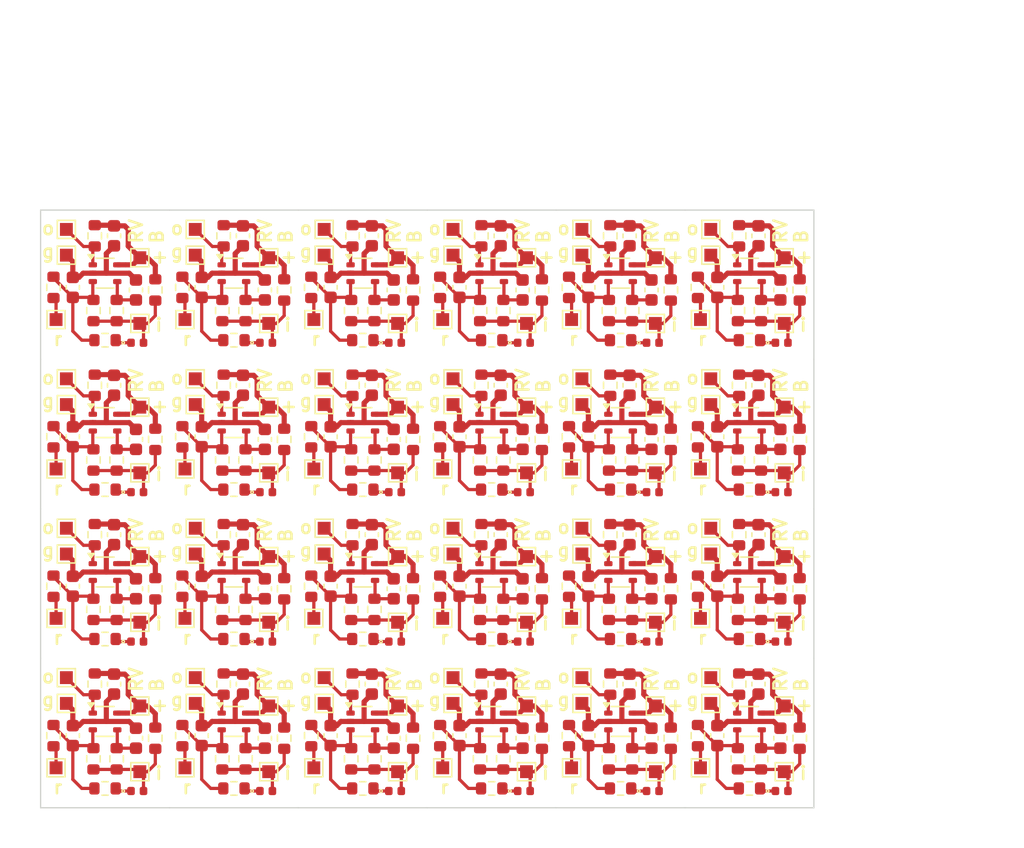
<source format=kicad_pcb>
(kicad_pcb (version 20240108) (generator "pcbnew") (generator_version "8.0")
  (title_block (date "2024-07-31") (rev "A"))
  (layers (0 "F.Cu" signal) (31 "B.Cu" signal) (34 "B.Paste" user) (35 "F.Paste" user) (36 "B.SilkS" user "B.Silkscreen") (37 "F.SilkS" user "F.Silkscreen") (38 "B.Mask" user) (39 "F.Mask" user) (44 "Edge.Cuts" user))
  (net 0 "")
  (net 1 "Board_0-+3V3")
  (net 2 "Board_0-/PULSES")
  (net 3 "Board_0-/RF_DET_OUT")
  (net 4 "Board_0-/RSSI")
  (net 5 "Board_0-GND")
  (net 6 "Board_0-Net-(D1-K)")
  (net 7 "Board_0-Net-(U1-+)")
  (net 8 "Board_0-Net-(U1--)")
  (net 9 "Board_1-+3V3")
  (net 10 "Board_1-/PULSES")
  (net 11 "Board_1-/RF_DET_OUT")
  (net 12 "Board_1-/RSSI")
  (net 13 "Board_1-GND")
  (net 14 "Board_1-Net-(D1-K)")
  (net 15 "Board_1-Net-(U1-+)")
  (net 16 "Board_1-Net-(U1--)")
  (net 17 "Board_2-+3V3")
  (net 18 "Board_2-/PULSES")
  (net 19 "Board_2-/RF_DET_OUT")
  (net 20 "Board_2-/RSSI")
  (net 21 "Board_2-GND")
  (net 22 "Board_2-Net-(D1-K)")
  (net 23 "Board_2-Net-(U1-+)")
  (net 24 "Board_2-Net-(U1--)")
  (net 25 "Board_3-+3V3")
  (net 26 "Board_3-/PULSES")
  (net 27 "Board_3-/RF_DET_OUT")
  (net 28 "Board_3-/RSSI")
  (net 29 "Board_3-GND")
  (net 30 "Board_3-Net-(D1-K)")
  (net 31 "Board_3-Net-(U1-+)")
  (net 32 "Board_3-Net-(U1--)")
  (net 33 "Board_4-+3V3")
  (net 34 "Board_4-/PULSES")
  (net 35 "Board_4-/RF_DET_OUT")
  (net 36 "Board_4-/RSSI")
  (net 37 "Board_4-GND")
  (net 38 "Board_4-Net-(D1-K)")
  (net 39 "Board_4-Net-(U1-+)")
  (net 40 "Board_4-Net-(U1--)")
  (net 41 "Board_5-+3V3")
  (net 42 "Board_5-/PULSES")
  (net 43 "Board_5-/RF_DET_OUT")
  (net 44 "Board_5-/RSSI")
  (net 45 "Board_5-GND")
  (net 46 "Board_5-Net-(D1-K)")
  (net 47 "Board_5-Net-(U1-+)")
  (net 48 "Board_5-Net-(U1--)")
  (net 49 "Board_6-+3V3")
  (net 50 "Board_6-/PULSES")
  (net 51 "Board_6-/RF_DET_OUT")
  (net 52 "Board_6-/RSSI")
  (net 53 "Board_6-GND")
  (net 54 "Board_6-Net-(D1-K)")
  (net 55 "Board_6-Net-(U1-+)")
  (net 56 "Board_6-Net-(U1--)")
  (net 57 "Board_7-+3V3")
  (net 58 "Board_7-/PULSES")
  (net 59 "Board_7-/RF_DET_OUT")
  (net 60 "Board_7-/RSSI")
  (net 61 "Board_7-GND")
  (net 62 "Board_7-Net-(D1-K)")
  (net 63 "Board_7-Net-(U1-+)")
  (net 64 "Board_7-Net-(U1--)")
  (net 65 "Board_8-+3V3")
  (net 66 "Board_8-/PULSES")
  (net 67 "Board_8-/RF_DET_OUT")
  (net 68 "Board_8-/RSSI")
  (net 69 "Board_8-GND")
  (net 70 "Board_8-Net-(D1-K)")
  (net 71 "Board_8-Net-(U1-+)")
  (net 72 "Board_8-Net-(U1--)")
  (net 73 "Board_9-+3V3")
  (net 74 "Board_9-/PULSES")
  (net 75 "Board_9-/RF_DET_OUT")
  (net 76 "Board_9-/RSSI")
  (net 77 "Board_9-GND")
  (net 78 "Board_9-Net-(D1-K)")
  (net 79 "Board_9-Net-(U1-+)")
  (net 80 "Board_9-Net-(U1--)")
  (net 81 "Board_10-+3V3")
  (net 82 "Board_10-/PULSES")
  (net 83 "Board_10-/RF_DET_OUT")
  (net 84 "Board_10-/RSSI")
  (net 85 "Board_10-GND")
  (net 86 "Board_10-Net-(D1-K)")
  (net 87 "Board_10-Net-(U1-+)")
  (net 88 "Board_10-Net-(U1--)")
  (net 89 "Board_11-+3V3")
  (net 90 "Board_11-/PULSES")
  (net 91 "Board_11-/RF_DET_OUT")
  (net 92 "Board_11-/RSSI")
  (net 93 "Board_11-GND")
  (net 94 "Board_11-Net-(D1-K)")
  (net 95 "Board_11-Net-(U1-+)")
  (net 96 "Board_11-Net-(U1--)")
  (net 97 "Board_12-+3V3")
  (net 98 "Board_12-/PULSES")
  (net 99 "Board_12-/RF_DET_OUT")
  (net 100 "Board_12-/RSSI")
  (net 101 "Board_12-GND")
  (net 102 "Board_12-Net-(D1-K)")
  (net 103 "Board_12-Net-(U1-+)")
  (net 104 "Board_12-Net-(U1--)")
  (net 105 "Board_13-+3V3")
  (net 106 "Board_13-/PULSES")
  (net 107 "Board_13-/RF_DET_OUT")
  (net 108 "Board_13-/RSSI")
  (net 109 "Board_13-GND")
  (net 110 "Board_13-Net-(D1-K)")
  (net 111 "Board_13-Net-(U1-+)")
  (net 112 "Board_13-Net-(U1--)")
  (net 113 "Board_14-+3V3")
  (net 114 "Board_14-/PULSES")
  (net 115 "Board_14-/RF_DET_OUT")
  (net 116 "Board_14-/RSSI")
  (net 117 "Board_14-GND")
  (net 118 "Board_14-Net-(D1-K)")
  (net 119 "Board_14-Net-(U1-+)")
  (net 120 "Board_14-Net-(U1--)")
  (net 121 "Board_15-+3V3")
  (net 122 "Board_15-/PULSES")
  (net 123 "Board_15-/RF_DET_OUT")
  (net 124 "Board_15-/RSSI")
  (net 125 "Board_15-GND")
  (net 126 "Board_15-Net-(D1-K)")
  (net 127 "Board_15-Net-(U1-+)")
  (net 128 "Board_15-Net-(U1--)")
  (net 129 "Board_16-+3V3")
  (net 130 "Board_16-/PULSES")
  (net 131 "Board_16-/RF_DET_OUT")
  (net 132 "Board_16-/RSSI")
  (net 133 "Board_16-GND")
  (net 134 "Board_16-Net-(D1-K)")
  (net 135 "Board_16-Net-(U1-+)")
  (net 136 "Board_16-Net-(U1--)")
  (net 137 "Board_17-+3V3")
  (net 138 "Board_17-/PULSES")
  (net 139 "Board_17-/RF_DET_OUT")
  (net 140 "Board_17-/RSSI")
  (net 141 "Board_17-GND")
  (net 142 "Board_17-Net-(D1-K)")
  (net 143 "Board_17-Net-(U1-+)")
  (net 144 "Board_17-Net-(U1--)")
  (net 145 "Board_18-+3V3")
  (net 146 "Board_18-/PULSES")
  (net 147 "Board_18-/RF_DET_OUT")
  (net 148 "Board_18-/RSSI")
  (net 149 "Board_18-GND")
  (net 150 "Board_18-Net-(D1-K)")
  (net 151 "Board_18-Net-(U1-+)")
  (net 152 "Board_18-Net-(U1--)")
  (net 153 "Board_19-+3V3")
  (net 154 "Board_19-/PULSES")
  (net 155 "Board_19-/RF_DET_OUT")
  (net 156 "Board_19-/RSSI")
  (net 157 "Board_19-GND")
  (net 158 "Board_19-Net-(D1-K)")
  (net 159 "Board_19-Net-(U1-+)")
  (net 160 "Board_19-Net-(U1--)")
  (net 161 "Board_20-+3V3")
  (net 162 "Board_20-/PULSES")
  (net 163 "Board_20-/RF_DET_OUT")
  (net 164 "Board_20-/RSSI")
  (net 165 "Board_20-GND")
  (net 166 "Board_20-Net-(D1-K)")
  (net 167 "Board_20-Net-(U1-+)")
  (net 168 "Board_20-Net-(U1--)")
  (net 169 "Board_21-+3V3")
  (net 170 "Board_21-/PULSES")
  (net 171 "Board_21-/RF_DET_OUT")
  (net 172 "Board_21-/RSSI")
  (net 173 "Board_21-GND")
  (net 174 "Board_21-Net-(D1-K)")
  (net 175 "Board_21-Net-(U1-+)")
  (net 176 "Board_21-Net-(U1--)")
  (net 177 "Board_22-+3V3")
  (net 178 "Board_22-/PULSES")
  (net 179 "Board_22-/RF_DET_OUT")
  (net 180 "Board_22-/RSSI")
  (net 181 "Board_22-GND")
  (net 182 "Board_22-Net-(D1-K)")
  (net 183 "Board_22-Net-(U1-+)")
  (net 184 "Board_22-Net-(U1--)")
  (net 185 "Board_23-+3V3")
  (net 186 "Board_23-/PULSES")
  (net 187 "Board_23-/RF_DET_OUT")
  (net 188 "Board_23-/RSSI")
  (net 189 "Board_23-GND")
  (net 190 "Board_23-Net-(D1-K)")
  (net 191 "Board_23-Net-(U1-+)")
  (net 192 "Board_23-Net-(U1--)")
  (footprint "Resistor_SMD:R_0603_1608Metric" (layer "F.Cu") (at 163.8 51 90)
    (property "Reference" "R1" (hide yes))
    (property "Value" "100k")
  )
  (footprint "Resistor_SMD:R_0603_1608Metric" (layer "F.Cu") (at 128.6 26.2 -90)
    (property "Reference" "R2" (hide yes))
    (property "Value" "1k")
  )
  (footprint "Resistor_SMD:R_0603_1608Metric" (layer "F.Cu") (at 168.6 37.8 -90)
    (property "Reference" "R2" (hide yes))
    (property "Value" "1k")
  )
  (footprint "TestPoint:TestPoint_Pad_1.0x1.0mm" (layer "F.Cu") (at 161.7 46.7 90)
    (property "Reference" "TP4" (hide yes))
    (property "Value" "TestPoint")
  )
  (footprint "TestPoint:TestPoint_Pad_1.0x1.0mm" (layer "F.Cu") (at 140.9 28.5)
    (property "Reference" "TP5" (hide yes))
    (property "Value" "TestPoint")
  )
  (footprint "Resistor_SMD:R_0603_1608Metric" (layer "F.Cu") (at 123.8 62.6 90)
    (property "Reference" "R1" (hide yes))
    (property "Value" "100k")
  )
  (footprint "Capacitor_SMD:C_0603_1608Metric" (layer "F.Cu") (at 147.1 49.4 90)
    (property "Reference" "C3" (hide yes))
    (property "Value" "3pF")
  )
  (footprint "TestPoint:TestPoint_Pad_1.0x1.0mm" (layer "F.Cu") (at 151.7 56.3)
    (property "Reference" "TP2" (hide yes))
    (property "Value" "TestPoint")
  )
  (footprint "Package_TO_SOT_SMD:SOT-353_SC-70-5" (layer "F.Cu") (at 164.7 24.9)
    (property "Reference" "U1" (hide yes))
    (property "Value" "MCP6566")
  )
  (footprint "TestPoint:TestPoint_Pad_1.0x1.0mm" (layer "F.Cu") (at 110.9 51.7)
    (property "Reference" "TP5" (hide yes))
    (property "Value" "TestPoint")
  )
  (footprint "TestPoint:TestPoint_Pad_1.0x1.0mm" (layer "F.Cu") (at 167.4 35.3)
    (property "Reference" "TP3" (hide yes))
    (property "Value" "TestPoint")
  )
  (footprint "Capacitor_SMD:C_0603_1608Metric" (layer "F.Cu") (at 137.1 49.4 90)
    (property "Reference" "C3" (hide yes))
    (property "Value" "3pF")
  )
  (footprint "Resistor_SMD:R_0603_1608Metric" (layer "F.Cu") (at 160.7 37.6 -90)
    (property "Reference" "R6" (hide yes))
    (property "Value" "1M")
  )
  (footprint "Resistor_SMD:R_0603_1608Metric" (layer "F.Cu") (at 135.6 51 90)
    (property "Reference" "R5" (hide yes))
    (property "Value" "10k")
  )
  (footprint "TestPoint:TestPoint_Pad_1.0x1.0mm" (layer "F.Cu") (at 157.4 58.5)
    (property "Reference" "TP3" (hide yes))
    (property "Value" "TestPoint")
  )
  (footprint "Resistor_SMD:R_0603_1608Metric" (layer "F.Cu") (at 164.7 64.9 180)
    (property "Reference" "R4" (hide yes))
    (property "Value" "10k")
  )
  (footprint "Capacitor_SMD:C_0603_1608Metric" (layer "F.Cu") (at 145.4 33.6 90)
    (property "Reference" "C1" (hide yes))
    (property "Value" "0.1uF")
  )
  (footprint "TestPoint:TestPoint_Pad_1.0x1.0mm" (layer "F.Cu") (at 157.4 40.4)
    (property "Reference" "TP1" (hide yes))
    (property "Value" "TestPoint")
  )
  (footprint "Custom_Diode:D_0402_1005Metric" (layer "F.Cu") (at 157.2 30.3)
    (property "Reference" "D1" (hide yes))
    (property "Value" "D_Schottky")
  )
  (footprint "Capacitor_SMD:C_0603_1608Metric" (layer "F.Cu") (at 127.1 37.8 90)
    (property "Reference" "C3" (hide yes))
    (property "Value" "3pF")
  )
  (footprint "Capacitor_SMD:C_0603_1608Metric" (layer "F.Cu") (at 122.2 37.6 90)
    (property "Reference" "C2" (hide yes))
    (property "Value" "100pF")
  )
  (footprint "Resistor_SMD:R_0603_1608Metric" (layer "F.Cu") (at 140.7 60.8 -90)
    (property "Reference" "R6" (hide yes))
    (property "Value" "1M")
  )
  (footprint "Capacitor_SMD:C_0603_1608Metric" (layer "F.Cu") (at 155.4 22 90)
    (property "Reference" "C1" (hide yes))
    (property "Value" "0.1uF")
  )
  (footprint "Package_TO_SOT_SMD:SOT-353_SC-70-5" (layer "F.Cu") (at 154.7 24.9)
    (property "Reference" "U1" (hide yes))
    (property "Value" "MCP6566")
  )
  (footprint "Resistor_SMD:R_0603_1608Metric" (layer "F.Cu") (at 140.7 37.6 -90)
    (property "Reference" "R6" (hide yes))
    (property "Value" "1M")
  )
  (footprint "TestPoint:TestPoint_Pad_1.0x1.0mm" (layer "F.Cu") (at 151.7 58.3 90)
    (property "Reference" "TP4" (hide yes))
    (property "Value" "TestPoint")
  )
  (footprint "TestPoint:TestPoint_Pad_1.0x1.0mm" (layer "F.Cu") (at 151.7 44.7)
    (property "Reference" "TP2" (hide yes))
    (property "Value" "TestPoint")
  )
  (footprint "Capacitor_SMD:C_0603_1608Metric" (layer "F.Cu") (at 165.4 22 90)
    (property "Reference" "C1" (hide yes))
    (property "Value" "0.1uF")
  )
  (footprint "Capacitor_SMD:C_0603_1608Metric" (layer "F.Cu") (at 165.4 33.6 90)
    (property "Reference" "C1" (hide yes))
    (property "Value" "0.1uF")
  )
  (footprint "Resistor_SMD:R_0603_1608Metric" (layer "F.Cu") (at 150.7 37.6 -90)
    (property "Reference" "R6" (hide yes))
    (property "Value" "1M")
  )
  (footprint "Capacitor_SMD:C_0603_1608Metric" (layer "F.Cu") (at 137.1 37.8 90)
    (property "Reference" "C3" (hide yes))
    (property "Value" "3pF")
  )
  (footprint "Resistor_SMD:R_0603_1608Metric" (layer "F.Cu") (at 143.8 27.8 90)
    (property "Reference" "R1" (hide yes))
    (property "Value" "100k")
  )
  (footprint "TestPoint:TestPoint_Pad_1.0x1.0mm" (layer "F.Cu") (at 140.9 63.3)
    (property "Reference" "TP5" (hide yes))
    (property "Value" "TestPoint")
  )
  (footprint "Capacitor_SMD:C_0603_1608Metric" (layer "F.Cu") (at 145.4 56.8 90)
    (property "Reference" "C1" (hide yes))
    (property "Value" "0.1uF")
  )
  (footprint "Resistor_SMD:R_0603_1608Metric" (layer "F.Cu") (at 143.9 33.6 -90)
    (property "Reference" "R3" (hide yes))
    (property "Value" "1k")
  )
  (footprint "Resistor_SMD:R_0603_1608Metric" (layer "F.Cu") (at 124.7 30.1 180)
    (property "Reference" "R4" (hide yes))
    (property "Value" "10k")
  )
  (footprint "Resistor_SMD:R_0603_1608Metric" (layer "F.Cu") (at 155.6 62.6 90)
    (property "Reference" "R5" (hide yes))
    (property "Value" "10k")
  )
  (footprint "TestPoint:TestPoint_Pad_1.0x1.0mm" (layer "F.Cu") (at 137.4 35.3)
    (property "Reference" "TP3" (hide yes))
    (property "Value" "TestPoint")
  )
  (footprint "Resistor_SMD:R_0603_1608Metric" (layer "F.Cu") (at 145.6 39.4 90)
    (property "Reference" "R5" (hide yes))
    (property "Value" "10k")
  )
  (footprint "TestPoint:TestPoint_Pad_1.0x1.0mm" (layer "F.Cu") (at 127.4 40.4)
    (property "Reference" "TP1" (hide yes))
    (property "Value" "TestPoint")
  )
  (footprint "Capacitor_SMD:C_0603_1608Metric" (layer "F.Cu") (at 155.4 56.8 90)
    (property "Reference" "C1" (hide yes))
    (property "Value" "0.1uF")
  )
  (footprint "TestPoint:TestPoint_Pad_1.0x1.0mm" (layer "F.Cu") (at 120.9 63.3)
    (property "Reference" "TP5" (hide yes))
    (property "Value" "TestPoint")
  )
  (footprint "Package_TO_SOT_SMD:SOT-353_SC-70-5" (layer "F.Cu") (at 124.7 59.7)
    (property "Reference" "U1" (hide yes))
    (property "Value" "MCP6566")
  )
  (footprint "Resistor_SMD:R_0603_1608Metric" (layer "F.Cu") (at 144.7 30.1 180)
    (property "Reference" "R4" (hide yes))
    (property "Value" "10k")
  )
  (footprint "Capacitor_SMD:C_0603_1608Metric" (layer "F.Cu") (at 142.2 26 90)
    (property "Reference" "C2" (hide yes))
    (property "Value" "100pF")
  )
  (footprint "TestPoint:TestPoint_Pad_1.0x1.0mm" (layer "F.Cu") (at 141.7 23.5 90)
    (property "Reference" "TP4" (hide yes))
    (property "Value" "TestPoint")
  )
  (footprint "Resistor_SMD:R_0603_1608Metric" (layer "F.Cu") (at 128.6 61 -90)
    (property "Reference" "R2" (hide yes))
    (property "Value" "1k")
  )
  (footprint "Capacitor_SMD:C_0603_1608Metric" (layer "F.Cu") (at 117.1 37.8 90)
    (property "Reference" "C3" (hide yes))
    (property "Value" "3pF")
  )
  (footprint "TestPoint:TestPoint_Pad_1.0x1.0mm" (layer "F.Cu") (at 130.9 40.1)
    (property "Reference" "TP5" (hide yes))
    (property "Value" "TestPoint")
  )
  (footprint "Resistor_SMD:R_0603_1608Metric" (layer "F.Cu") (at 163.8 27.8 90)
    (property "Reference" "R1" (hide yes))
    (property "Value" "100k")
  )
  (footprint "TestPoint:TestPoint_Pad_1.0x1.0mm" (layer "F.Cu") (at 161.7 58.3 90)
    (property "Reference" "TP4" (hide yes))
    (property "Value" "TestPoint")
  )
  (footprint "Capacitor_SMD:C_0603_1608Metric" (layer "F.Cu") (at 157.1 49.4 90)
    (property "Reference" "C3" (hide yes))
    (property "Value" "3pF")
  )
  (footprint "Resistor_SMD:R_0603_1608Metric" (layer "F.Cu") (at 154.7 53.3 180)
    (property "Reference" "R4" (hide yes))
    (property "Value" "10k")
  )
  (footprint "Capacitor_SMD:C_0603_1608Metric" (layer "F.Cu") (at 157.1 26.2 90)
    (property "Reference" "C3" (hide yes))
    (property "Value" "3pF")
  )
  (footprint "Custom_Diode:D_0402_1005Metric" (layer "F.Cu") (at 117.2 53.5)
    (property "Reference" "D1" (hide yes))
    (property "Value" "D_Schottky")
  )
  (footprint "Capacitor_SMD:C_0603_1608Metric" (layer "F.Cu") (at 115.4 22 90)
    (property "Reference" "C1" (hide yes))
    (property "Value" "0.1uF")
  )
  (footprint "TestPoint:TestPoint_Pad_1.0x1.0mm" (layer "F.Cu") (at 121.7 33.1)
    (property "Reference" "TP2" (hide yes))
    (property "Value" "TestPoint")
  )
  (footprint "TestPoint:TestPoint_Pad_1.0x1.0mm" (layer "F.Cu") (at 167.4 28.8)
    (property "Reference" "TP1" (hide yes))
    (property "Value" "TestPoint")
  )
  (footprint "TestPoint:TestPoint_Pad_1.0x1.0mm" (layer "F.Cu") (at 137.4 46.9)
    (property "Reference" "TP3" (hide yes))
    (property "Value" "TestPoint")
  )
  (footprint "TestPoint:TestPoint_Pad_1.0x1.0mm" (layer "F.Cu") (at 131.7 56.3)
    (property "Reference" "TP2" (hide yes))
    (property "Value" "TestPoint")
  )
  (footprint "Package_TO_SOT_SMD:SOT-353_SC-70-5" (layer "F.Cu") (at 154.7 36.5)
    (property "Reference" "U1" (hide yes))
    (property "Value" "MCP6566")
  )
  (footprint "TestPoint:TestPoint_Pad_1.0x1.0mm" (layer "F.Cu") (at 111.7 21.5)
    (property "Reference" "TP2" (hide yes))
    (property "Value" "TestPoint")
  )
  (footprint "TestPoint:TestPoint_Pad_1.0x1.0mm" (layer "F.Cu") (at 161.7 21.5)
    (property "Reference" "TP2" (hide yes))
    (property "Value" "TestPoint")
  )
  (footprint "Capacitor_SMD:C_0603_1608Metric" (layer "F.Cu") (at 142.2 49.2 90)
    (property "Reference" "C2" (hide yes))
    (property "Value" "100pF")
  )
  (footprint "Resistor_SMD:R_0603_1608Metric" (layer "F.Cu") (at 110.7 49.2 -90)
    (property "Reference" "R6" (hide yes))
    (property "Value" "1M")
  )
  (footprint "Capacitor_SMD:C_0603_1608Metric" (layer "F.Cu") (at 142.2 60.8 90)
    (property "Reference" "C2" (hide yes))
    (property "Value" "100pF")
  )
  (footprint "TestPoint:TestPoint_Pad_1.0x1.0mm" (layer "F.Cu") (at 111.7 56.3)
    (property "Reference" "TP2" (hide yes))
    (property "Value" "TestPoint")
  )
  (footprint "Capacitor_SMD:C_0603_1608Metric" (layer "F.Cu") (at 117.1 49.4 90)
    (property "Reference" "C3" (hide yes))
    (property "Value" "3pF")
  )
  (footprint "TestPoint:TestPoint_Pad_1.0x1.0mm" (layer "F.Cu") (at 131.7 44.7)
    (property "Reference" "TP2" (hide yes))
    (property "Value" "TestPoint")
  )
  (footprint "TestPoint:TestPoint_Pad_1.0x1.0mm" (layer "F.Cu") (at 161.7 56.3)
    (property "Reference" "TP2" (hide yes))
    (property "Value" "TestPoint")
  )
  (footprint "Resistor_SMD:R_0603_1608Metric" (layer "F.Cu") (at 164.7 53.3 180)
    (property "Reference" "R4" (hide yes))
    (property "Value" "10k")
  )
  (footprint "TestPoint:TestPoint_Pad_1.0x1.0mm" (layer "F.Cu") (at 117.4 58.5)
    (property "Reference" "TP3" (hide yes))
    (property "Value" "TestPoint")
  )
  (footprint "Resistor_SMD:R_0603_1608Metric" (layer "F.Cu") (at 133.9 45.2 -90)
    (property "Reference" "R3" (hide yes))
    (property "Value" "1k")
  )
  (footprint "TestPoint:TestPoint_Pad_1.0x1.0mm" (layer "F.Cu") (at 137.4 52)
    (property "Reference" "TP1" (hide yes))
    (property "Value" "TestPoint")
  )
  (footprint "Resistor_SMD:R_0603_1608Metric" (layer "F.Cu") (at 125.6 27.8 90)
    (property "Reference" "R5" (hide yes))
    (property "Value" "10k")
  )
  (footprint "Resistor_SMD:R_0603_1608Metric" (layer "F.Cu") (at 165.6 62.6 90)
    (property "Reference" "R5" (hide yes))
    (property "Value" "10k")
  )
  (footprint "Capacitor_SMD:C_0603_1608Metric" (layer "F.Cu") (at 122.2 49.2 90)
    (property "Reference" "C2" (hide yes))
    (property "Value" "100pF")
  )
  (footprint "Capacitor_SMD:C_0603_1608Metric" (layer "F.Cu") (at 147.1 26.2 90)
    (property "Reference" "C3" (hide yes))
    (property "Value" "3pF")
  )
  (footprint "TestPoint:TestPoint_Pad_1.0x1.0mm" (layer "F.Cu") (at 150.9 63.3)
    (property "Reference" "TP5" (hide yes))
    (property "Value" "TestPoint")
  )
  (footprint "Custom_Diode:D_0402_1005Metric" (layer "F.Cu") (at 157.2 65.1)
    (property "Reference" "D1" (hide yes))
    (property "Value" "D_Schottky")
  )
  (footprint "Resistor_SMD:R_0603_1608Metric" (layer "F.Cu") (at 123.9 56.8 -90)
    (property "Reference" "R3" (hide yes))
    (property "Value" "1k")
  )
  (footprint "Capacitor_SMD:C_0603_1608Metric" (layer "F.Cu") (at 162.2 60.8 90)
    (property "Reference" "C2" (hide yes))
    (property "Value" "100pF")
  )
  (footprint "Resistor_SMD:R_0603_1608Metric" (layer "F.Cu") (at 124.7 53.3 180)
    (property "Reference" "R4" (hide yes))
    (property "Value" "10k")
  )
  (footprint "Custom_Diode:D_0402_1005Metric" (layer "F.Cu") (at 137.2 65.1)
    (property "Reference" "D1" (hide yes))
    (property "Value" "D_Schottky")
  )
  (footprint "Custom_Diode:D_0402_1005Metric" (layer "F.Cu") (at 137.2 41.9)
    (property "Reference" "D1" (hide yes))
    (property "Value" "D_Schottky")
  )
  (footprint "TestPoint:TestPoint_Pad_1.0x1.0mm" (layer "F.Cu") (at 111.7 46.7 90)
    (property "Reference" "TP4" (hide yes))
    (property "Value" "TestPoint")
  )
  (footprint "TestPoint:TestPoint_Pad_1.0x1.0mm" (layer "F.Cu") (at 157.4 63.6)
    (property "Reference" "TP1" (hide yes))
    (property "Value" "TestPoint")
  )
  (footprint "TestPoint:TestPoint_Pad_1.0x1.0mm" (layer "F.Cu") (at 151.7 33.1)
    (property "Reference" "TP2" (hide yes))
    (property "Value" "TestPoint")
  )
  (footprint "Resistor_SMD:R_0603_1608Metric" (layer "F.Cu") (at 113.9 22 -90)
    (property "Reference" "R3" (hide yes))
    (property "Value" "1k")
  )
  (footprint "Resistor_SMD:R_0603_1608Metric" (layer "F.Cu") (at 124.7 41.7 180)
    (property "Reference" "R4" (hide yes))
    (property "Value" "10k")
  )
  (footprint "Package_TO_SOT_SMD:SOT-353_SC-70-5" (layer "F.Cu") (at 154.7 59.7)
    (property "Reference" "U1" (hide yes))
    (property "Value" "MCP6566")
  )
  (footprint "Capacitor_SMD:C_0603_1608Metric" (layer "F.Cu") (at 112.2 37.6 90)
    (property "Reference" "C2" (hide yes))
    (property "Value" "100pF")
  )
  (footprint "Package_TO_SOT_SMD:SOT-353_SC-70-5" (layer "F.Cu") (at 114.7 36.5)
    (property "Reference" "U1" (hide yes))
    (property "Value" "MCP6566")
  )
  (footprint "TestPoint:TestPoint_Pad_1.0x1.0mm" (layer "F.Cu") (at 121.7 23.5 90)
    (property "Reference" "TP4" (hide yes))
    (property "Value" "TestPoint")
  )
  (footprint "Capacitor_SMD:C_0603_1608Metric" (layer "F.Cu") (at 165.4 45.2 90)
    (property "Reference" "C1" (hide yes))
    (property "Value" "0.1uF")
  )
  (footprint "TestPoint:TestPoint_Pad_1.0x1.0mm" (layer "F.Cu") (at 151.7 23.5 90)
    (property "Reference" "TP4" (hide yes))
    (property "Value" "TestPoint")
  )
  (footprint "Custom_Diode:D_0402_1005Metric" (layer "F.Cu") (at 147.2 41.9)
    (property "Reference" "D1" (hide yes))
    (property "Value" "D_Schottky")
  )
  (footprint "TestPoint:TestPoint_Pad_1.0x1.0mm" (layer "F.Cu") (at 167.4 46.9)
    (property "Reference" "TP3" (hide yes))
    (property "Value" "TestPoint")
  )
  (footprint "Resistor_SMD:R_0603_1608Metric" (layer "F.Cu") (at 114.7 53.3 180)
    (property "Reference" "R4" (hide yes))
    (property "Value" "10k")
  )
  (footprint "TestPoint:TestPoint_Pad_1.0x1.0mm" (layer "F.Cu") (at 160.9 51.7)
    (property "Reference" "TP5" (hide yes))
    (property "Value" "TestPoint")
  )
  (footprint "Resistor_SMD:R_0603_1608Metric" (layer "F.Cu") (at 134.7 30.1 180)
    (property "Reference" "R4" (hide yes))
    (property "Value" "10k")
  )
  (footprint "TestPoint:TestPoint_Pad_1.0x1.0mm" (layer "F.Cu") (at 121.7 21.5)
    (property "Reference" "TP2" (hide yes))
    (property "Value" "TestPoint")
  )
  (footprint "TestPoint:TestPoint_Pad_1.0x1.0mm" (layer "F.Cu") (at 127.4 35.3)
    (property "Reference" "TP3" (hide yes))
    (property "Value" "TestPoint")
  )
  (footprint "Capacitor_SMD:C_0603_1608Metric" (layer "F.Cu") (at 115.4 33.6 90)
    (property "Reference" "C1" (hide yes))
    (property "Value" "0.1uF")
  )
  (footprint "Custom_Diode:D_0402_1005Metric" (layer "F.Cu") (at 147.2 53.5)
    (property "Reference" "D1" (hide yes))
    (property "Value" "D_Schottky")
  )
  (footprint "Custom_Diode:D_0402_1005Metric" (layer "F.Cu") (at 167.2 53.5)
    (property "Reference" "D1" (hide yes))
    (property "Value" "D_Schottky")
  )
  (footprint "TestPoint:TestPoint_Pad_1.0x1.0mm" (layer "F.Cu") (at 157.4 35.3)
    (property "Reference" "TP3" (hide yes))
    (property "Value" "TestPoint")
  )
  (footprint "TestPoint:TestPoint_Pad_1.0x1.0mm" (layer "F.Cu") (at 111.7 33.1)
    (property "Reference" "TP2" (hide yes))
    (property "Value" "TestPoint")
  )
  (footprint "Custom_Diode:D_0402_1005Metric" (layer "F.Cu") (at 147.2 30.3)
    (property "Reference" "D1" (hide yes))
    (property "Value" "D_Schottky")
  )
  (footprint "Capacitor_SMD:C_0603_1608Metric" (layer "F.Cu") (at 162.2 37.6 90)
    (property "Reference" "C2" (hide yes))
    (property "Value" "100pF")
  )
  (footprint "Custom_Diode:D_0402_1005Metric" (layer "F.Cu") (at 137.2 30.3)
    (property "Reference" "D1" (hide yes))
    (property "Value" "D_Schottky")
  )
  (footprint "TestPoint:TestPoint_Pad_1.0x1.0mm" (layer "F.Cu") (at 111.7 23.5 90)
    (property "Reference" "TP4" (hide yes))
    (property "Value" "TestPoint")
  )
  (footprint "TestPoint:TestPoint_Pad_1.0x1.0mm" (layer "F.Cu") (at 137.4 23.7)
    (property "Reference" "TP3" (hide yes))
    (property "Value" "TestPoint")
  )
  (footprint "Resistor_SMD:R_0603_1608Metric" (layer "F.Cu") (at 120.7 49.2 -90)
    (property "Reference" "R6" (hide yes))
    (property "Value" "1M")
  )
  (footprint "Resistor_SMD:R_0603_1608Metric" (layer "F.Cu") (at 133.8 62.6 90)
    (property "Reference" "R1" (hide yes))
    (property "Value" "100k")
  )
  (footprint "Resistor_SMD:R_0603_1608Metric" (layer "F.Cu") (at 158.6 61 -90)
    (property "Reference" "R2" (hide yes))
    (property "Value" "1k")
  )
  (footprint "Capacitor_SMD:C_0603_1608Metric" (layer "F.Cu") (at 125.4 22 90)
    (property "Reference" "C1" (hide yes))
    (property "Value" "0.1uF")
  )
  (footprint "Resistor_SMD:R_0603_1608Metric" (layer "F.Cu") (at 138.6 26.2 -90)
    (property "Reference" "R2" (hide yes))
    (property "Value" "1k")
  )
  (footprint "Resistor_SMD:R_0603_1608Metric" (layer "F.Cu") (at 148.6 26.2 -90)
    (property "Reference" "R2" (hide yes))
    (property "Value" "1k")
  )
  (footprint "Resistor_SMD:R_0603_1608Metric" (layer "F.Cu") (at 163.8 39.4 90)
    (property "Reference" "R1" (hide yes))
    (property "Value" "100k")
  )
  (footprint "Resistor_SMD:R_0603_1608Metric" (layer "F.Cu") (at 168.6 61 -90)
    (property "Reference" "R2" (hide yes))
    (property "Value" "1k")
  )
  (footprint "Resistor_SMD:R_0603_1608Metric" (layer "F.Cu") (at 143.8 39.4 90)
    (property "Reference" "R1" (hide yes))
    (property "Value" "100k")
  )
  (footprint "TestPoint:TestPoint_Pad_1.0x1.0mm" (layer "F.Cu") (at 110.9 28.5)
    (property "Reference" "TP5" (hide yes))
    (property "Value" "TestPoint")
  )
  (footprint "Capacitor_SMD:C_0603_1608Metric" (layer "F.Cu") (at 127.1 49.4 90)
    (property "Reference" "C3" (hide yes))
    (property "Value" "3pF")
  )
  (footprint "Resistor_SMD:R_0603_1608Metric" (layer "F.Cu") (at 110.7 37.6 -90)
    (property "Reference" "R6" (hide yes))
    (property "Value" "1M")
  )
  (footprint "Resistor_SMD:R_0603_1608Metric" (layer "F.Cu") (at 140.7 26 -90)
    (property "Reference" "R6" (hide yes))
    (property "Value" "1M")
  )
  (footprint "Resistor_SMD:R_0603_1608Metric" (layer "F.Cu") (at 143.9 56.8 -90)
    (property "Reference" "R3" (hide yes))
    (property "Value" "1k")
  )
  (footprint "TestPoint:TestPoint_Pad_1.0x1.0mm" (layer "F.Cu") (at 150.9 40.1)
    (property "Reference" "TP5" (hide yes))
    (property "Value" "TestPoint")
  )
  (footprint "Package_TO_SOT_SMD:SOT-353_SC-70-5" (layer "F.Cu") (at 114.7 59.7)
    (property "Reference" "U1" (hide yes))
    (property "Value" "MCP6566")
  )
  (footprint "Capacitor_SMD:C_0603_1608Metric" (layer "F.Cu") (at 135.4 33.6 90)
    (property "Reference" "C1" (hide yes))
    (property "Value" "0.1uF")
  )
  (footprint "Capacitor_SMD:C_0603_1608Metric" (layer "F.Cu") (at 162.2 26 90)
    (property "Reference" "C2" (hide yes))
    (property "Value" "100pF")
  )
  (footprint "Resistor_SMD:R_0603_1608Metric" (layer "F.Cu") (at 145.6 27.8 90)
    (property "Reference" "R5" (hide yes))
    (property "Value" "10k")
  )
  (footprint "Resistor_SMD:R_0603_1608Metric" (layer "F.Cu") (at 130.7 37.6 -90)
    (property "Reference" "R6" (hide yes))
    (property "Value" "1M")
  )
  (footprint "Custom_Diode:D_0402_1005Metric" (layer "F.Cu") (at 137.2 53.5)
    (property "Reference" "D1" (hide yes))
    (property "Value" "D_Schottky")
  )
  (footprint "Resistor_SMD:R_0603_1608Metric" (layer "F.Cu") (at 143.9 22 -90)
    (property "Reference" "R3" (hide yes))
    (property "Value" "1k")
  )
  (footprint "Package_TO_SOT_SMD:SOT-353_SC-70-5" (layer "F.Cu") (at 164.7 59.7)
    (property "Reference" "U1" (hide yes))
    (property "Value" "MCP6566")
  )
  (footprint "Resistor_SMD:R_0603_1608Metric" (layer "F.Cu") (at 154.7 64.9 180)
    (property "Reference" "R4" (hide yes))
    (property "Value" "10k")
  )
  (footprint "Package_TO_SOT_SMD:SOT-353_SC-70-5" (layer "F.Cu") (at 144.7 59.7)
    (property "Reference" "U1" (hide yes))
    (property "Value" "MCP6566")
  )
  (footprint "TestPoint:TestPoint_Pad_1.0x1.0mm" (layer "F.Cu") (at 157.4 28.8)
    (property "Reference" "TP1" (hide yes))
    (property "Value" "TestPoint")
  )
  (footprint "TestPoint:TestPoint_Pad_1.0x1.0mm" (layer "F.Cu") (at 150.9 51.7)
    (property "Reference" "TP5" (hide yes))
    (property "Value" "TestPoint")
  )
  (footprint "Resistor_SMD:R_0603_1608Metric" (layer "F.Cu") (at 113.9 33.6 -90)
    (property "Reference" "R3" (hide yes))
    (property "Value" "1k")
  )
  (footprint "Capacitor_SMD:C_0603_1608Metric" (layer "F.Cu") (at 112.2 60.8 90)
    (property "Reference" "C2" (hide yes))
    (property "Value" "100pF")
  )
  (footprint "Capacitor_SMD:C_0603_1608Metric" (layer "F.Cu") (at 157.1 61 90)
    (property "Reference" "C3" (hide yes))
    (property "Value" "3pF")
  )
  (footprint "Capacitor_SMD:C_0603_1608Metric" (layer "F.Cu") (at 132.2 37.6 90)
    (property "Reference" "C2" (hide yes))
    (property "Value" "100pF")
  )
  (footprint "Package_TO_SOT_SMD:SOT-353_SC-70-5" (layer "F.Cu") (at 114.7 24.9)
    (property "Reference" "U1" (hide yes))
    (property "Value" "MCP6566")
  )
  (footprint "Resistor_SMD:R_0603_1608Metric" (layer "F.Cu") (at 165.6 27.8 90)
    (property "Reference" "R5" (hide yes))
    (property "Value" "10k")
  )
  (footprint "Resistor_SMD:R_0603_1608Metric" (layer "F.Cu") (at 153.8 27.8 90)
    (property "Reference" "R1" (hide yes))
    (property "Value" "100k")
  )
  (footprint "Capacitor_SMD:C_0603_1608Metric" (layer "F.Cu") (at 132.2 49.2 90)
    (property "Reference" "C2" (hide yes))
    (property "Value" "100pF")
  )
  (footprint "TestPoint:TestPoint_Pad_1.0x1.0mm" (layer "F.Cu") (at 160.9 40.1)
    (property "Reference" "TP5" (hide yes))
    (property "Value" "TestPoint")
  )
  (footprint "TestPoint:TestPoint_Pad_1.0x1.0mm" (layer "F.Cu") (at 121.7 46.7 90)
    (property "Reference" "TP4" (hide yes))
    (property "Value" "TestPoint")
  )
  (footprint "TestPoint:TestPoint_Pad_1.0x1.0mm" (layer "F.Cu") (at 141.7 44.7)
    (property "Reference" "TP2" (hide yes))
    (property "Value" "TestPoint")
  )
  (footprint "TestPoint:TestPoint_Pad_1.0x1.0mm" (layer "F.Cu") (at 127.4 63.6)
    (property "Reference" "TP1" (hide yes))
    (property "Value" "TestPoint")
  )
  (footprint "Package_TO_SOT_SMD:SOT-353_SC-70-5" (layer "F.Cu") (at 154.7 48.1)
    (property "Reference" "U1" (hide yes))
    (property "Value" "MCP6566")
  )
  (footprint "Capacitor_SMD:C_0603_1608Metric" (layer "F.Cu") (at 135.4 56.8 90)
    (property "Reference" "C1" (hide yes))
    (property "Value" "0.1uF")
  )
  (footprint "Resistor_SMD:R_0603_1608Metric" (layer "F.Cu") (at 155.6 39.4 90)
    (property "Reference" "R5" (hide yes))
    (property "Value" "10k")
  )
  (footprint "Package_TO_SOT_SMD:SOT-353_SC-70-5" (layer "F.Cu") (at 134.7 24.9)
    (property "Reference" "U1" (hide yes))
    (property "Value" "MCP6566")
  )
  (footprint "Capacitor_SMD:C_0603_1608Metric" (layer "F.Cu") (at 135.4 22 90)
    (property "Reference" "C1" (hide yes))
    (property "Value" "0.1uF")
  )
  (footprint "TestPoint:TestPoint_Pad_1.0x1.0mm" (layer "F.Cu") (at 157.4 46.9)
    (property "Reference" "TP3" (hide yes))
    (property "Value" "TestPoint")
  )
  (footprint "TestPoint:TestPoint_Pad_1.0x1.0mm" (layer "F.Cu") (at 147.4 35.3)
    (property "Reference" "TP3" (hide yes))
    (property "Value" "TestPoint")
  )
  (footprint "Resistor_SMD:R_0603_1608Metric" (layer "F.Cu") (at 154.7 30.1 180)
    (property "Reference" "R4" (hide yes))
    (property "Value" "10k")
  )
  (footprint "Resistor_SMD:R_0603_1608Metric" (layer "F.Cu") (at 118.6 61 -90)
    (property "Reference" "R2" (hide yes))
    (property "Value" "1k")
  )
  (footprint "TestPoint:TestPoint_Pad_1.0x1.0mm" (layer "F.Cu") (at 131.7 58.3 90)
    (property "Reference" "TP4" (hide yes))
    (property "Value" "TestPoint")
  )
  (footprint "Package_TO_SOT_SMD:SOT-353_SC-70-5" (layer "F.Cu") (at 144.7 24.9)
    (property "Reference" "U1" (hide yes))
    (property "Value" "MCP6566")
  )
  (footprint "Resistor_SMD:R_0603_1608Metric" (layer "F.Cu") (at 164.7 41.7 180)
    (property "Reference" "R4" (hide yes))
    (property "Value" "10k")
  )
  (footprint "Custom_Diode:D_0402_1005Metric" (layer "F.Cu") (at 167.2 30.3)
    (property "Reference" "D1" (hide yes))
    (property "Value" "D_Schottky")
  )
  (footprint "TestPoint:TestPoint_Pad_1.0x1.0mm" (layer "F.Cu") (at 131.7 46.7 90)
    (property "Reference" "TP4" (hide yes))
    (property "Value" "TestPoint")
  )
  (footprint "Resistor_SMD:R_0603_1608Metric" (layer "F.Cu") (at 130.7 26 -90)
    (property "Reference" "R6" (hide yes))
    (property "Value" "1M")
  )
  (footprint "Resistor_SMD:R_0603_1608Metric" (layer "F.Cu") (at 113.8 62.6 90)
    (property "Reference" "R1" (hide yes))
    (property "Value" "100k")
  )
  (footprint "Package_TO_SOT_SMD:SOT-353_SC-70-5" (layer "F.Cu") (at 144.7 48.1)
    (property "Reference" "U1" (hide yes))
    (property "Value" "MCP6566")
  )
  (footprint "Resistor_SMD:R_0603_1608Metric" (layer "F.Cu") (at 160.7 49.2 -90)
    (property "Reference" "R6" (hide yes))
    (property "Value" "1M")
  )
  (footprint "Resistor_SMD:R_0603_1608Metric" (layer "F.Cu") (at 143.8 62.6 90)
    (property "Reference" "R1" (hide yes))
    (property "Value" "100k")
  )
  (footprint "Capacitor_SMD:C_0603_1608Metric" (layer "F.Cu") (at 152.2 49.2 90)
    (property "Reference" "C2" (hide yes))
    (property "Value" "100pF")
  )
  (footprint "TestPoint:TestPoint_Pad_1.0x1.0mm" (layer "F.Cu") (at 120.9 40.1)
    (property "Reference" "TP5" (hide yes))
    (property "Value" "TestPoint")
  )
  (footprint "Resistor_SMD:R_0603_1608Metric" (layer "F.Cu") (at 143.8 51 90)
    (property "Reference" "R1" (hide yes))
    (property "Value" "100k")
  )
  (footprint "Resistor_SMD:R_0603_1608Metric" (layer "F.Cu") (at 125.6 39.4 90)
    (property "Reference" "R5" (hide yes))
    (property "Value" "10k")
  )
  (footprint "Resistor_SMD:R_0603_1608Metric" (layer "F.Cu") (at 160.7 26 -90)
    (property "Reference" "R6" (hide yes))
    (property "Value" "1M")
  )
  (footprint "TestPoint:TestPoint_Pad_1.0x1.0mm" (layer "F.Cu") (at 161.7 23.5 90)
    (property "Reference" "TP4" (hide yes))
    (property "Value" "TestPoint")
  )
  (footprint "TestPoint:TestPoint_Pad_1.0x1.0mm" (layer "F.Cu") (at 151.7 46.7 90)
    (property "Reference" "TP4" (hide yes))
    (property "Value" "TestPoint")
  )
  (footprint "TestPoint:TestPoint_Pad_1.0x1.0mm" (layer "F.Cu") (at 131.7 33.1)
    (property "Reference" "TP2" (hide yes))
    (property "Value" "TestPoint")
  )
  (footprint "Resistor_SMD:R_0603_1608Metric" (layer "F.Cu") (at 133.8 39.4 90)
    (property "Reference" "R1" (hide yes))
    (property "Value" "100k")
  )
  (footprint "TestPoint:TestPoint_Pad_1.0x1.0mm" (layer "F.Cu") (at 147.4 63.6)
    (property "Reference" "TP1" (hide yes))
    (property "Value" "TestPoint")
  )
  (footprint "Custom_Diode:D_0402_1005Metric" (layer "F.Cu") (at 127.2 41.9)
    (property "Reference" "D1" (hide yes))
    (property "Value" "D_Schottky")
  )
  (footprint "TestPoint:TestPoint_Pad_1.0x1.0mm" (layer "F.Cu") (at 137.4 63.6)
    (property "Reference" "TP1" (hide yes))
    (property "Value" "TestPoint")
  )
  (footprint "Package_TO_SOT_SMD:SOT-353_SC-70-5" (layer "F.Cu") (at 164.7 48.1)
    (property "Reference" "U1" (hide yes))
    (property "Value" "MCP6566")
  )
  (footprint "TestPoint:TestPoint_Pad_1.0x1.0mm" (layer "F.Cu") (at 117.4 63.6)
    (property "Reference" "TP1" (hide yes))
    (property "Value" "TestPoint")
  )
  (footprint "Resistor_SMD:R_0603_1608Metric" (layer "F.Cu") (at 145.6 62.6 90)
    (property "Reference" "R5" (hide yes))
    (property "Value" "10k")
  )
  (footprint "Capacitor_SMD:C_0603_1608Metric" (layer "F.Cu") (at 122.2 60.8 90)
    (property "Reference" "C2" (hide yes))
    (property "Value" "100pF")
  )
  (footprint "TestPoint:TestPoint_Pad_1.0x1.0mm" (layer "F.Cu") (at 151.7 21.5)
    (property "Reference" "TP2" (hide yes))
    (property "Value" "TestPoint")
  )
  (footprint "Resistor_SMD:R_0603_1608Metric" (layer "F.Cu") (at 138.6 37.8 -90)
    (property "Reference" "R2" (hide yes))
    (property "Value" "1k")
  )
  (footprint "Resistor_SMD:R_0603_1608Metric" (layer "F.Cu") (at 113.8 51 90)
    (property "Reference" "R1" (hide yes))
    (property "Value" "100k")
  )
  (footprint "Resistor_SMD:R_0603_1608Metric" (layer "F.Cu") (at 123.9 45.2 -90)
    (property "Reference" "R3" (hide yes))
    (property "Value" "1k")
  )
  (footprint "Resistor_SMD:R_0603_1608Metric" (layer "F.Cu") (at 165.6 39.4 90)
    (property "Reference" "R5" (hide yes))
    (property "Value" "10k")
  )
  (footprint "Resistor_SMD:R_0603_1608Metric" (layer "F.Cu") (at 133.8 51 90)
    (property "Reference" "R1" (hide yes))
    (property "Value" "100k")
  )
  (footprint "TestPoint:TestPoint_Pad_1.0x1.0mm" (layer "F.Cu") (at 137.4 40.4)
    (property "Reference" "TP1" (hide yes))
    (property "Value" "TestPoint")
  )
  (footprint "TestPoint:TestPoint_Pad_1.0x1.0mm" (layer "F.Cu") (at 120.9 28.5)
    (property "Reference" "TP5" (hide yes))
    (property "Value" "TestPoint")
  )
  (footprint "Resistor_SMD:R_0603_1608Metric" (layer "F.Cu") (at 143.9 45.2 -90)
    (property "Reference" "R3" (hide yes))
    (property "Value" "1k")
  )
  (footprint "Resistor_SMD:R_0603_1608Metric" (layer "F.Cu") (at 155.6 51 90)
    (property "Reference" "R5" (hide yes))
    (property "Value" "10k")
  )
  (footprint "Capacitor_SMD:C_0603_1608Metric" (layer "F.Cu") (at 137.1 26.2 90)
    (property "Reference" "C3" (hide yes))
    (property "Value" "3pF")
  )
  (footprint "Custom_Diode:D_0402_1005Metric" (layer "F.Cu") (at 127.2 30.3)
    (property "Reference" "D1" (hide yes))
    (property "Value" "D_Schottky")
  )
  (footprint "Custom_Diode:D_0402_1005Metric" (layer "F.Cu") (at 117.2 41.9)
    (property "Reference" "D1" (hide yes))
    (property "Value" "D_Schottky")
  )
  (footprint "Resistor_SMD:R_0603_1608Metric" (layer "F.Cu") (at 135.6 39.4 90)
    (property "Reference" "R5" (hide yes))
    (property "Value" "10k")
  )
  (footprint "Resistor_SMD:R_0603_1608Metric" (layer "F.Cu") (at 118.6 49.4 -90)
    (property "Reference" "R2" (hide yes))
    (property "Value" "1k")
  )
  (footprint "Resistor_SMD:R_0603_1608Metric" (layer "F.Cu") (at 124.7 64.9 180)
    (property "Reference" "R4" (hide yes))
    (property "Value" "10k")
  )
  (footprint "Capacitor_SMD:C_0603_1608Metric" (layer "F.Cu") (at 167.1 26.2 90)
    (property "Reference" "C3" (hide yes))
    (property "Value" "3pF")
  )
  (footprint "Resistor_SMD:R_0603_1608Metric" (layer "F.Cu") (at 134.7 64.9 180)
    (property "Reference" "R4" (hide yes))
    (property "Value" "10k")
  )
  (footprint "TestPoint:TestPoint_Pad_1.0x1.0mm" (layer "F.Cu") (at 161.7 35.1 90)
    (property "Reference" "TP4" (hide yes))
    (property "Value" "TestPoint")
  )
  (footprint "Package_TO_SOT_SMD:SOT-353_SC-70-5" (layer "F.Cu") (at 124.7 36.5)
    (property "Reference" "U1" (hide yes))
    (property "Value" "MCP6566")
  )
  (footprint "Capacitor_SMD:C_0603_1608Metric" (layer "F.Cu") (at 135.4 45.2 90)
    (property "Reference" "C1" (hide yes))
    (property "Value" "0.1uF")
  )
  (footprint "TestPoint:TestPoint_Pad_1.0x1.0mm" (layer "F.Cu") (at 130.9 63.3)
    (property "Reference" "TP5" (hide yes))
    (property "Value" "TestPoint")
  )
  (footprint "Resistor_SMD:R_0603_1608Metric" (layer "F.Cu") (at 150.7 49.2 -90)
    (property "Reference" "R6" (hide yes))
    (property "Value" "1M")
  )
  (footprint "Resistor_SMD:R_0603_1608Metric" (layer "F.Cu") (at 133.9 33.6 -90)
    (property "Reference" "R3" (hide yes))
    (property "Value" "1k")
  )
  (footprint "Capacitor_SMD:C_0603_1608Metric" (layer "F.Cu") (at 155.4 33.6 90)
    (property "Reference" "C1" (hide yes))
    (property "Value" "0.1uF")
  )
  (footprint "TestPoint:TestPoint_Pad_1.0x1.0mm" (layer "F.Cu") (at 117.4 52)
    (property "Reference" "TP1" (hide yes))
    (property "Value" "TestPoint")
  )
  (footprint "Capacitor_SMD:C_0603_1608Metric" (layer "F.Cu") (at 165.4 56.8 90)
    (property "Reference" "C1" (hide yes))
    (property "Value" "0.1uF")
  )
  (footprint "Capacitor_SMD:C_0603_1608Metric" (layer "F.Cu") (at 157.1 37.8 90)
    (property "Reference" "C3" (hide yes))
    (property "Value" "3pF")
  )
  (footprint "TestPoint:TestPoint_Pad_1.0x1.0mm" (layer "F.Cu") (at 140.9 40.1)
    (property "Reference" "TP5" (hide yes))
    (property "Value" "TestPoint")
  )
  (footprint "Package_TO_SOT_SMD:SOT-353_SC-70-5" (layer "F.Cu") (at 164.7 36.5)
    (property "Reference" "U1" (hide yes))
    (property "Value" "MCP6566")
  )
  (footprint "Capacitor_SMD:C_0603_1608Metric" (layer "F.Cu") (at 152.2 37.6 90)
    (property "Reference" "C2" (hide yes))
    (property "Value" "100pF")
  )
  (footprint "TestPoint:TestPoint_Pad_1.0x1.0mm" (layer "F.Cu") (at 167.4 52)
    (property "Reference" "TP1" (hide yes))
    (property "Value" "TestPoint")
  )
  (footprint "Custom_Diode:D_0402_1005Metric" (layer "F.Cu") (at 167.2 65.1)
    (property "Reference" "D1" (hide yes))
    (property "Value" "D_Schottky")
  )
  (footprint "Resistor_SMD:R_0603_1608Metric" (layer "F.Cu") (at 163.9 56.8 -90)
    (property "Reference" "R3" (hide yes))
    (property "Value" "1k")
  )
  (footprint "Resistor_SMD:R_0603_1608Metric" (layer "F.Cu") (at 123.8 51 90)
    (property "Reference" "R1" (hide yes))
    (property "Value" "100k")
  )
  (footprint "TestPoint:TestPoint_Pad_1.0x1.0mm" (layer "F.Cu") (at 110.9 63.3)
    (property "Reference" "TP5" (hide yes))
    (property "Value" "TestPoint")
  )
  (footprint "TestPoint:TestPoint_Pad_1.0x1.0mm" (layer "F.Cu") (at 130.9 51.7)
    (property "Reference" "TP5" (hide yes))
    (property "Value" "TestPoint")
  )
  (footprint "Resistor_SMD:R_0603_1608Metric" (layer "F.Cu") (at 163.8 62.6 90)
    (property "Reference" "R1" (hide yes))
    (property "Value" "100k")
  )
  (footprint "TestPoint:TestPoint_Pad_1.0x1.0mm" (layer "F.Cu") (at 147.4 46.9)
    (property "Reference" "TP3" (hide yes))
    (property "Value" "TestPoint")
  )
  (footprint "Capacitor_SMD:C_0603_1608Metric" (layer "F.Cu") (at 115.4 56.8 90)
    (property "Reference" "C1" (hide yes))
    (property "Value" "0.1uF")
  )
  (footprint "Resistor_SMD:R_0603_1608Metric" (layer "F.Cu") (at 144.7 64.9 180)
    (property "Reference" "R4" (hide yes))
    (property "Value" "10k")
  )
  (footprint "Resistor_SMD:R_0603_1608Metric" (layer "F.Cu") (at 158.6 37.8 -90)
    (property "Reference" "R2" (hide yes))
    (property "Value" "1k")
  )
  (footprint "Resistor_SMD:R_0603_1608Metric" (layer "F.Cu") (at 123.9 33.6 -90)
    (property "Reference" "R3" (hide yes))
    (property "Value" "1k")
  )
  (footprint "Resistor_SMD:R_0603_1608Metric" (layer "F.Cu") (at 120.7 26 -90)
    (property "Reference" "R6" (hide yes))
    (property "Value" "1M")
  )
  (footprint "TestPoint:TestPoint_Pad_1.0x1.0mm" (layer "F.Cu") (at 147.4 40.4)
    (property "Reference" "TP1" (hide yes))
    (property "Value" "TestPoint")
  )
  (footprint "TestPoint:TestPoint_Pad_1.0x1.0mm" (layer "F.Cu") (at 161.7 33.1)
    (property "Reference" "TP2" (hide yes))
    (property "Value" "TestPoint")
  )
  (footprint "Resistor_SMD:R_0603_1608Metric" (layer "F.Cu") (at 115.6 27.8 90)
    (property "Reference" "R5" (hide yes))
    (property "Value" "10k")
  )
  (footprint "Capacitor_SMD:C_0603_1608Metric" (layer "F.Cu") (at 162.2 49.2 90)
    (property "Reference" "C2" (hide yes))
    (property "Value" "100pF")
  )
  (footprint "Package_TO_SOT_SMD:SOT-353_SC-70-5" (layer "F.Cu") (at 134.7 36.5)
    (property "Reference" "U1" (hide yes))
    (property "Value" "MCP6566")
  )
  (footprint "Capacitor_SMD:C_0603_1608Metric" (layer "F.Cu") (at 147.1 61 90)
    (property "Reference" "C3" (hide yes))
    (property "Value" "3pF")
  )
  (footprint "Resistor_SMD:R_0603_1608Metric" (layer "F.Cu") (at 153.8 39.4 90)
    (property "Reference" "R1" (hide yes))
    (property "Value" "100k")
  )
  (footprint "Resistor_SMD:R_0603_1608Metric" (layer "F.Cu") (at 168.6 49.4 -90)
    (property "Reference" "R2" (hide yes))
    (property "Value" "1k")
  )
  (footprint "Resistor_SMD:R_0603_1608Metric" (layer "F.Cu") (at 118.6 26.2 -90)
    (property "Reference" "R2" (hide yes))
    (property "Value" "1k")
  )
  (footprint "Resistor_SMD:R_0603_1608Metric" (layer "F.Cu") (at 155.6 27.8 90)
    (property "Reference" "R5" (hide yes))
    (property "Value" "10k")
  )
  (footprint "TestPoint:TestPoint_Pad_1.0x1.0mm" (layer "F.Cu") (at 127.4 52)
    (property "Reference" "TP1" (hide yes))
    (property "Value" "TestPoint")
  )
  (footprint "TestPoint:TestPoint_Pad_1.0x1.0mm" (layer "F.Cu") (at 141.7 21.5)
    (property "Reference" "TP2" (hide yes))
    (property "Value" "TestPoint")
  )
  (footprint "Resistor_SMD:R_0603_1608Metric" (layer "F.Cu") (at 153.9 45.2 -90)
    (property "Reference" "R3" (hide yes))
    (property "Value" "1k")
  )
  (footprint "Resistor_SMD:R_0603_1608Metric" (layer "F.Cu") (at 164.7 30.1 180)
    (property "Reference" "R4" (hide yes))
    (property "Value" "10k")
  )
  (footprint "TestPoint:TestPoint_Pad_1.0x1.0mm" (layer "F.Cu") (at 110.9 40.1)
    (property "Reference" "TP5" (hide yes))
    (property "Value" "TestPoint")
  )
  (footprint "TestPoint:TestPoint_Pad_1.0x1.0mm" (layer "F.Cu") (at 167.4 23.7)
    (property "Reference" "TP3" (hide yes))
    (property "Value" "TestPoint")
  )
  (footprint "TestPoint:TestPoint_Pad_1.0x1.0mm" (layer "F.Cu") (at 167.4 40.4)
    (property "Reference" "TP1" (hide yes))
    (property "Value" "TestPoint")
  )
  (footprint "Resistor_SMD:R_0603_1608Metric" (layer "F.Cu") (at 113.8 39.4 90)
    (property "Reference" "R1" (hide yes))
    (property "Value" "100k")
  )
  (footprint "Capacitor_SMD:C_0603_1608Metric" (layer "F.Cu") (at 152.2 60.8 90)
    (property "Reference" "C2" (hide yes))
    (property "Value" "100pF")
  )
  (footprint "TestPoint:TestPoint_Pad_1.0x1.0mm" (layer "F.Cu") (at 147.4 58.5)
    (property "Reference" "TP3" (hide yes))
    (property "Value" "TestPoint")
  )
  (footprint "Resistor_SMD:R_0603_1608Metric" (layer "F.Cu") (at 163.9 33.6 -90)
    (property "Reference" "R3" (hide yes))
    (property "Value" "1k")
  )
  (footprint "Capacitor_SMD:C_0603_1608Metric" (layer "F.Cu") (at 167.1 49.4 90)
    (property "Reference" "C3" (hide yes))
    (property "Value" "3pF")
  )
  (footprint "Capacitor_SMD:C_0603_1608Metric" (layer "F.Cu") (at 122.2 26 90)
    (property "Reference" "C2" (hide yes))
    (property "Value" "100pF")
  )
  (footprint "TestPoint:TestPoint_Pad_1.0x1.0mm" (layer "F.Cu") (at 131.7 23.5 90)
    (property "Reference" "TP4" (hide yes))
    (property "Value" "TestPoint")
  )
  (footprint "Resistor_SMD:R_0603_1608Metric" (layer "F.Cu") (at 153.9 33.6 -90)
    (property "Reference" "R3" (hide yes))
    (property "Value" "1k")
  )
  (footprint "Resistor_SMD:R_0603_1608Metric" (layer "F.Cu") (at 153.9 22 -90)
    (property "Reference" "R3" (hide yes))
    (property "Value" "1k")
  )
  (footprint "Package_TO_SOT_SMD:SOT-353_SC-70-5" (layer "F.Cu") (at 134.7 48.1)
    (property "Reference" "U1" (hide yes))
    (property "Value" "MCP6566")
  )
  (footprint "Resistor_SMD:R_0603_1608Metric" (layer "F.Cu") (at 133.8 27.8 90)
    (property "Reference" "R1" (hide yes))
    (property "Value" "100k")
  )
  (footprint "Capacitor_SMD:C_0603_1608Metric" (layer "F.Cu") (at 132.2 26 90)
    (property "Reference" "C2" (hide yes))
    (property "Value" "100pF")
  )
  (footprint "Custom_Diode:D_0402_1005Metric" (layer "F.Cu") (at 117.2 65.1)
    (property "Reference" "D1" (hide yes))
    (property "Value" "D_Schottky")
  )
  (footprint "TestPoint:TestPoint_Pad_1.0x1.0mm" (layer "F.Cu") (at 127.4 46.9)
    (property "Reference" "TP3" (hide yes))
    (property "Value" "TestPoint")
  )
  (footprint "TestPoint:TestPoint_Pad_1.0x1.0mm" (layer "F.Cu") (at 117.4 35.3)
    (property "Reference" "TP3" (hide yes))
    (property "Value" "TestPoint")
  )
  (footprint "Resistor_SMD:R_0603_1608Metric" (layer "F.Cu") (at 114.7 41.7 180)
    (property "Reference" "R4" (hide yes))
    (property "Value" "10k")
  )
  (footprint "Resistor_SMD:R_0603_1608Metric" (layer "F.Cu") (at 134.7 41.7 180)
    (property "Reference" "R4" (hide yes))
    (property "Value" "10k")
  )
  (footprint "Resistor_SMD:R_0603_1608Metric" (layer "F.Cu") (at 115.6 51 90)
    (property "Reference" "R5" (hide yes))
    (property "Value" "10k")
  )
  (footprint "Resistor_SMD:R_0603_1608Metric" (layer "F.Cu") (at 153.8 51 90)
    (property "Reference" "R1" (hide yes))
    (property "Value" "100k")
  )
  (footprint "TestPoint:TestPoint_Pad_1.0x1.0mm" (layer "F.Cu") (at 131.7 35.1 90)
    (property "Reference" "TP4" (hide yes))
    (property "Value" "TestPoint")
  )
  (footprint "TestPoint:TestPoint_Pad_1.0x1.0mm" (layer "F.Cu") (at 147.4 28.8)
    (property "Reference" "TP1" (hide yes))
    (property "Value" "TestPoint")
  )
  (footprint "Resistor_SMD:R_0603_1608Metric" (layer "F.Cu") (at 123.8 27.8 90)
    (property "Reference" "R1" (hide yes))
    (property "Value" "100k")
  )
  (footprint "Resistor_SMD:R_0603_1608Metric" (layer "F.Cu") (at 134.7 53.3 180)
    (property "Reference" "R4" (hide yes))
    (property "Value" "10k")
  )
  (footprint "Resistor_SMD:R_0603_1608Metric" (layer "F.Cu") (at 113.9 45.2 -90)
    (property "Reference" "R3" (hide yes))
    (property "Value" "1k")
  )
  (footprint "Resistor_SMD:R_0603_1608Metric" (layer "F.Cu") (at 115.6 62.6 90)
    (property "Reference" "R5" (hide yes))
    (property "Value" "10k")
  )
  (footprint "Capacitor_SMD:C_0603_1608Metric" (layer "F.Cu") (at 115.4 45.2 90)
    (property "Reference" "C1" (hide yes))
    (property "Value" "0.1uF")
  )
  (footprint "Resistor_SMD:R_0603_1608Metric" (layer "F.Cu") (at 153.8 62.6 90)
    (property "Reference" "R1" (hide yes))
    (property "Value" "100k")
  )
  (footprint "Capacitor_SMD:C_0603_1608Metric" (layer "F.Cu") (at 125.4 56.8 90)
    (property "Reference" "C1" (hide yes))
    (property "Value" "0.1uF")
  )
  (footprint "Resistor_SMD:R_0603_1608Metric" (layer "F.Cu") (at 130.7 60.8 -90)
    (property "Reference" "R6" (hide yes))
    (property "Value" "1M")
  )
  (footprint "TestPoint:TestPoint_Pad_1.0x1.0mm" (layer "F.Cu") (at 127.4 28.8)
    (property "Reference" "TP1" (hide yes))
    (property "Value" "TestPoint")
  )
  (footprint "TestPoint:TestPoint_Pad_1.0x1.0mm" (layer "F.Cu") (at 117.4 23.7)
    (property "Reference" "TP3" (hide yes))
    (property "Value" "TestPoint")
  )
  (footprint "TestPoint:TestPoint_Pad_1.0x1.0mm" (layer "F.Cu") (at 111.7 58.3 90)
    (property "Reference" "TP4" (hide yes))
    (property "Value" "TestPoint")
  )
  (footprint "Resistor_SMD:R_0603_1608Metric" (layer "F.Cu") (at 118.6 37.8 -90)
    (property "Reference" "R2" (hide yes))
    (property "Value" "1k")
  )
  (footprint "Resistor_SMD:R_0603_1608Metric" (layer "F.Cu") (at 133.9 22 -90)
    (property "Reference" "R3" (hide yes))
    (property "Value" "1k")
  )
  (footprint "Capacitor_SMD:C_0603_1608Metric" (layer "F.Cu") (at 145.4 22 90)
    (property "Reference" "C1" (hide yes))
    (property "Value" "0.1uF")
  )
  (footprint "TestPoint:TestPoint_Pad_1.0x1.0mm" (layer "F.Cu") (at 137.4 58.5)
    (property "Reference" "TP3" (hide yes))
    (property "Value" "TestPoint")
  )
  (footprint "Resistor_SMD:R_0603_1608Metric" (layer "F.Cu") (at 138.6 61 -90)
    (property "Reference" "R2" (hide yes))
    (property "Value" "1k")
  )
  (footprint "Resistor_SMD:R_0603_1608Metric" (layer "F.Cu") (at 158.6 26.2 -90)
    (property "Reference" "R2" (hide yes))
    (property "Value" "1k")
  )
  (footprint "TestPoint:TestPoint_Pad_1.0x1.0mm" (layer "F.Cu") (at 130.9 28.5)
    (property "Reference" "TP5" (hide yes))
    (property "Value" "TestPoint")
  )
  (footprint "Resistor_SMD:R_0603_1608Metric" (layer "F.Cu") (at 168.6 26.2 -90)
    (property "Reference" "R2" (hide yes))
    (property "Value" "1k")
  )
  (footprint "TestPoint:TestPoint_Pad_1.0x1.0mm" (layer "F.Cu") (at 140.9 51.7)
    (property "Reference" "TP5" (hide yes))
    (property "Value" "TestPoint")
  )
  (footprint "Resistor_SMD:R_0603_1608Metric" (layer "F.Cu") (at 148.6 49.4 -90)
    (property "Reference" "R2" (hide yes))
    (property "Value" "1k")
  )
  (footprint "TestPoint:TestPoint_Pad_1.0x1.0mm" (layer "F.Cu") (at 160.9 63.3)
    (property "Reference" "TP5" (hide yes))
    (property "Value" "TestPoint")
  )
  (footprint "Resistor_SMD:R_0603_1608Metric" (layer "F.Cu") (at 114.7 64.9 180)
    (property "Reference" "R4" (hide yes))
    (property "Value" "10k")
  )
  (footprint "Capacitor_SMD:C_0603_1608Metric" (layer "F.Cu") (at 145.4 45.2 90)
    (property "Reference" "C1" (hide yes))
    (property "Value" "0.1uF")
  )
  (footprint "TestPoint:TestPoint_Pad_1.0x1.0mm" (layer "F.Cu") (at 117.4 40.4)
    (property "Reference" "TP1" (hide yes))
    (property "Value" "TestPoint")
  )
  (footprint "Resistor_SMD:R_0603_1608Metric" (layer "F.Cu") (at 163.9 45.2 -90)
    (property "Reference" "R3" (hide yes))
    (property "Value" "1k")
  )
  (footprint "TestPoint:TestPoint_Pad_1.0x1.0mm" (layer "F.Cu") (at 141.7 46.7 90)
    (property "Reference" "TP4" (hide yes))
    (property "Value" "TestPoint")
  )
  (footprint "Capacitor_SMD:C_0603_1608Metric" (layer "F.Cu") (at 142.2 37.6 90)
    (property "Reference" "C2" (hide yes))
    (property "Value" "100pF")
  )
  (footprint "Capacitor_SMD:C_0603_1608Metric" (layer "F.Cu") (at 127.1 26.2 90)
    (property "Reference" "C3" (hide yes))
    (property "Value" "3pF")
  )
  (footprint "Resistor_SMD:R_0603_1608Metric" (layer "F.Cu") (at 140.7 49.2 -90)
    (property "Reference" "R6" (hide yes))
    (property "Value" "1M")
  )
  (footprint "Resistor_SMD:R_0603_1608Metric" (layer "F.Cu") (at 115.6 39.4 90)
    (property "Reference" "R5" (hide yes))
    (property "Value" "10k")
  )
  (footprint "Resistor_SMD:R_0603_1608Metric" (layer "F.Cu") (at 128.6 37.8 -90)
    (property "Reference" "R2" (hide yes))
    (property "Value" "1k")
  )
  (footprint "TestPoint:TestPoint_Pad_1.0x1.0mm" (layer "F.Cu") (at 120.9 51.7)
    (property "Reference" "TP5" (hide yes))
    (property "Value" "TestPoint")
  )
  (footprint "Custom_Diode:D_0402_1005Metric" (layer "F.Cu") (at 167.2 41.9)
    (property "Reference" "D1" (hide yes))
    (property "Value" "D_Schottky")
  )
  (footprint "Resistor_SMD:R_0603_1608Metric" (layer "F.Cu") (at 160.7 60.8 -90)
    (property "Reference" "R6" (hide yes))
    (property "Value" "1M")
  )
  (footprint "Resistor_SMD:R_0603_1608Metric" (layer "F.Cu") (at 153.9 56.8 -90)
    (property "Reference" "R3" (hide yes))
    (property "Value" "1k")
  )
  (footprint "TestPoint:TestPoint_Pad_1.0x1.0mm" (layer "F.Cu") (at 127.4 58.5)
    (property "Reference" "TP3" (hide yes))
    (property "Value" "TestPoint")
  )
  (footprint "TestPoint:TestPoint_Pad_1.0x1.0mm" (layer "F.Cu") (at 141.7 35.1 90)
    (property "Reference" "TP4" (hide yes))
    (property "Value" "TestPoint")
  )
  (footprint "Capacitor_SMD:C_0603_1608Metric" (layer "F.Cu") (at 167.1 37.8 90)
    (property "Reference" "C3" (hide yes))
    (property "Value" "3pF")
  )
  (footprint "Capacitor_SMD:C_0603_1608Metric" (layer "F.Cu") (at 132.2 60.8 90)
    (property "Reference" "C2" (hide yes))
    (property "Value" "100pF")
  )
  (footprint "Resistor_SMD:R_0603_1608Metric" (layer "F.Cu") (at 130.7 49.2 -90)
    (property "Reference" "R6" (hide yes))
    (property "Value" "1M")
  )
  (footprint "Capacitor_SMD:C_0603_1608Metric" (layer "F.Cu") (at 112.2 49.2 90)
    (property "Reference" "C2" (hide yes))
    (property "Value" "100pF")
  )
  (footprint "Resistor_SMD:R_0603_1608Metric" (layer "F.Cu") (at 123.9 22 -90)
    (property "Reference" "R3" (hide yes))
    (property "Value" "1k")
  )
  (footprint "Resistor_SMD:R_0603_1608Metric" (layer "F.Cu") (at 165.6 51 90)
    (property "Reference" "R5" (hide yes))
    (property "Value" "10k")
  )
  (footprint "Resistor_SMD:R_0603_1608Metric" (layer "F.Cu") (at 113.8 27.8 90)
    (property "Reference" "R1" (hide yes))
    (property "Value" "100k")
  )
  (footprint "Resistor_SMD:R_0603_1608Metric" (layer "F.Cu") (at 150.7 26 -90)
    (property "Reference" "R6" (hide yes))
    (property "Value" "1M")
  )
  (footprint "Resistor_SMD:R_0603_1608Metric" (layer "F.Cu") (at 158.6 49.4 -90)
    (property "Reference" "R2" (hide yes))
    (property "Value" "1k")
  )
  (footprint "Resistor_SMD:R_0603_1608Metric" (layer "F.Cu") (at 145.6 51 90)
    (property "Reference" "R5" (hide yes))
    (property "Value" "10k")
  )
  (footprint "Custom_Diode:D_0402_1005Metric" (layer "F.Cu") (at 117.2 30.3)
    (property "Reference" "D1" (hide yes))
    (property "Value" "D_Schottky")
  )
  (footprint "Capacitor_SMD:C_0603_1608Metric" (layer "F.Cu") (at 112.2 26 90)
    (property "Reference" "C2" (hide yes))
    (property "Value" "100pF")
  )
  (footprint "Package_TO_SOT_SMD:SOT-353_SC-70-5" (layer "F.Cu") (at 114.7 48.1)
    (property "Reference" "U1" (hide yes))
    (property "Value" "MCP6566")
  )
  (footprint "TestPoint:TestPoint_Pad_1.0x1.0mm" (layer "F.Cu") (at 141.7 56.3)
    (property "Reference" "TP2" (hide yes))
    (property "Value" "TestPoint")
  )
  (footprint "Resistor_SMD:R_0603_1608Metric" (layer "F.Cu") (at 144.7 53.3 180)
    (property "Reference" "R4" (hide yes))
    (property "Value" "10k")
  )
  (footprint "Resistor_SMD:R_0603_1608Metric" (layer "F.Cu") (at 125.6 51 90)
    (property "Reference" "R5" (hide yes))
    (property "Value" "10k")
  )
  (footprint "Custom_Diode:D_0402_1005Metric" (layer "F.Cu") (at 127.2 65.1)
    (property "Reference" "D1" (hide yes))
    (property "Value" "D_Schottky")
  )
  (footprint "Resistor_SMD:R_0603_1608Metric" (layer "F.Cu") (at 128.6 49.4 -90)
    (property "Reference" "R2" (hide yes))
    (property "Value" "1k")
  )
  (footprint "TestPoint:TestPoint_Pad_1.0x1.0mm" (layer "F.Cu") (at 111.7 35.1 90)
    (property "Reference" "TP4" (hide yes))
    (property "Value" "TestPoint")
  )
  (footprint "TestPoint:TestPoint_Pad_1.0x1.0mm" (layer "F.Cu") (at 147.4 52)
    (property "Reference" "TP1" (hide yes))
    (property "Value" "TestPoint")
  )
  (footprint "Resistor_SMD:R_0603_1608Metric" (layer "F.Cu") (at 148.6 61 -90)
    (property "Reference" "R2" (hide yes))
    (property "Value" "1k")
  )
  (footprint "TestPoint:TestPoint_Pad_1.0x1.0mm" (layer "F.Cu") (at 121.7 44.7)
    (property "Reference" "TP2" (hide yes))
    (property "Value" "TestPoint")
  )
  (footprint "Resistor_SMD:R_0603_1608Metric" (layer "F.Cu") (at 163.9 22 -90)
    (property "Reference" "R3" (hide yes))
    (property "Value" "1k")
  )
  (footprint "TestPoint:TestPoint_Pad_1.0x1.0mm" (layer "F.Cu") (at 121.7 58.3 90)
    (property "Reference" "TP4" (hide yes))
    (property "Value" "TestPoint")
  )
  (footprint "TestPoint:TestPoint_Pad_1.0x1.0mm" (layer "F.Cu") (at 117.4 46.9)
    (property "Reference" "TP3" (hide yes))
    (property "Value" "TestPoint")
  )
  (footprint "Resistor_SMD:R_0603_1608Metric" (layer "F.Cu") (at 113.9 56.8 -90)
    (property "Reference" "R3" (hide yes))
    (property "Value" "1k")
  )
  (footprint "Capacitor_SMD:C_0603_1608Metric" (layer "F.Cu") (at 127.1 61 90)
    (property "Reference" "C3" (hide yes))
    (property "Value" "3pF")
  )
  (footprint "TestPoint:TestPoint_Pad_1.0x1.0mm" (layer "F.Cu") (at 141.7 33.1)
    (property "Reference" "TP2" (hide yes))
    (property "Value" "TestPoint")
  )
  (footprint "Resistor_SMD:R_0603_1608Metric" (layer "F.Cu") (at 110.7 60.8 -90)
    (property "Reference" "R6" (hide yes))
    (property "Value" "1M")
  )
  (footprint "Resistor_SMD:R_0603_1608Metric" (layer "F.Cu") (at 154.7 41.7 180)
    (property "Reference" "R4" (hide yes))
    (property "Value" "10k")
  )
  (footprint "Resistor_SMD:R_0603_1608Metric" (layer "F.Cu") (at 144.7 41.7 180)
    (property "Reference" "R4" (hide yes))
    (property "Value" "10k")
  )
  (footprint "Resistor_SMD:R_0603_1608Metric" (layer "F.Cu") (at 125.6 62.6 90)
    (property "Reference" "R5" (hide yes))
    (property "Value" "10k")
  )
  (footprint "Capacitor_SMD:C_0603_1608Metric" (layer "F.Cu") (at 137.1 61 90)
    (property "Reference" "C3" (hide yes))
    (property "Value" "3pF")
  )
  (footprint "Capacitor_SMD:C_0603_1608Metric" (layer "F.Cu") (at 147.1 37.8 90)
    (property "Reference" "C3" (hide yes))
    (property "Value" "3pF")
  )
  (footprint "Package_TO_SOT_SMD:SOT-353_SC-70-5" (layer "F.Cu") (at 124.7 24.9)
    (property "Reference" "U1" (hide yes))
    (property "Value" "MCP6566")
  )
  (footprint "TestPoint:TestPoint_Pad_1.0x1.0mm" (layer "F.Cu") (at 161.7 44.7)
    (property "Reference" "TP2" (hide yes))
    (property "Value" "TestPoint")
  )
  (footprint "TestPoint:TestPoint_Pad_1.0x1.0mm" (layer "F.Cu") (at 167.4 58.5)
    (property "Reference" "TP3" (hide yes))
    (property "Value" "TestPoint")
  )
  (footprint "Capacitor_SMD:C_0603_1608Metric" (layer "F.Cu") (at 155.4 45.2 90)
    (property "Reference" "C1" (hide yes))
    (property "Value" "0.1uF")
  )
  (footprint "Resistor_SMD:R_0603_1608Metric" (layer "F.Cu") (at 120.7 37.6 -90)
    (property "Reference" "R6" (hide yes))
    (property "Value" "1M")
  )
  (footprint "Capacitor_SMD:C_0603_1608Metric" (layer "F.Cu") (at 125.4 33.6 90)
    (property "Reference" "C1" (hide yes))
    (property "Value" "0.1uF")
  )
  (footprint "Capacitor_SMD:C_0603_1608Metric" (layer "F.Cu") (at 152.2 26 90)
    (property "Reference" "C2" (hide yes))
    (property "Value" "100pF")
  )
  (footprint "TestPoint:TestPoint_Pad_1.0x1.0mm" (layer "F.Cu") (at 160.9 28.5)
    (property "Reference" "TP5" (hide yes))
    (property "Value" "TestPoint")
  )
  (footprint "TestPoint:TestPoint_Pad_1.0x1.0mm" (layer "F.Cu") (at 137.4 28.8)
    (property "Reference" "TP1" (hide yes))
    (property "Value" "TestPoint")
  )
  (footprint "Capacitor_SMD:C_0603_1608Metric" (layer "F.Cu") (at 125.4 45.2 90)
    (property "Reference" "C1" (hide yes))
    (property "Value" "0.1uF")
  )
  (footprint "TestPoint:TestPoint_Pad_1.0x1.0mm" (layer "F.Cu") (at 141.7 58.3 90)
    (property "Reference" "TP4" (hide yes))
    (property "Value" "TestPoint")
  )
  (footprint "Custom_Diode:D_0402_1005Metric" (layer "F.Cu") (at 157.2 41.9)
    (property "Reference" "D1" (hide yes))
    (property "Value" "D_Schottky")
  )
  (footprint "Package_TO_SOT_SMD:SOT-353_SC-70-5" (layer "F.Cu") (at 124.7 48.1)
    (property "Reference" "U1" (hide yes))
    (property "Value" "MCP6566")
  )
  (footprint "TestPoint:TestPoint_Pad_1.0x1.0mm" (layer "F.Cu") (at 131.7 21.5)
    (property "Reference" "TP2" (hide yes))
    (property "Value" "TestPoint")
  )
  (footprint "TestPoint:TestPoint_Pad_1.0x1.0mm" (layer "F.Cu") (at 121.7 56.3)
    (property "Reference" "TP2" (hide yes))
    (property "Value" "TestPoint")
  )
  (footprint "TestPoint:TestPoint_Pad_1.0x1.0mm" (layer "F.Cu") (at 117.4 28.8)
    (property "Reference" "TP1" (hide yes))
    (property "Value" "TestPoint")
  )
  (footprint "Resistor_SMD:R_0603_1608Metric" (layer "F.Cu") (at 148.6 37.8 -90)
    (property "Reference" "R2" (hide yes))
    (property "Value" "1k")
  )
  (footprint "TestPoint:TestPoint_Pad_1.0x1.0mm" (layer "F.Cu") (at 157.4 52)
    (property "Reference" "TP1" (hide yes))
    (property "Value" "TestPoint")
  )
  (footprint "Resistor_SMD:R_0603_1608Metric" (layer "F.Cu") (at 110.7 26 -90)
    (property "Reference" "R6" (hide yes))
    (property "Value" "1M")
  )
  (footprint "Resistor_SMD:R_0603_1608Metric" (layer "F.Cu") (at 123.8 39.4 90)
    (property "Reference" "R1" (hide yes))
    (property "Value" "100k")
  )
  (footprint "TestPoint:TestPoint_Pad_1.0x1.0mm" (layer "F.Cu") (at 167.4 63.6)
    (property "Reference" "TP1" (hide yes))
    (property "Value" "TestPoint")
  )
  (footprint "TestPoint:TestPoint_Pad_1.0x1.0mm" (layer "F.Cu") (at 121.7 35.1 90)
    (property "Reference" "TP4" (hide yes))
    (property "Value" "TestPoint")
  )
  (footprint "Resistor_SMD:R_0603_1608Metric" (layer "F.Cu") (at 135.6 27.8 90)
    (property "Reference" "R5" (hide yes))
    (property "Value" "10k")
  )
  (footprint "Custom_Diode:D_0402_1005Metric" (layer "F.Cu") (at 147.2 65.1)
    (property "Reference" "D1" (hide yes))
    (property "Value" "D_Schottky")
  )
  (footprint "Capacitor_SMD:C_0603_1608Metric" (layer "F.Cu") (at 117.1 61 90)
    (property "Reference" "C3" (hide yes))
    (property "Value" "3pF")
  )
  (footprint "Custom_Diode:D_0402_1005Metric" (layer "F.Cu") (at 157.2 53.5)
    (property "Reference" "D1" (hide yes))
    (property "Value" "D_Schottky")
  )
  (footprint "TestPoint:TestPoint_Pad_1.0x1.0mm" (layer "F.Cu") (at 150.9 28.5)
    (property "Reference" "TP5" (hide yes))
    (property "Value" "TestPoint")
  )
  (footprint "Resistor_SMD:R_0603_1608Metric" (layer "F.Cu") (at 133.9 56.8 -90)
    (property "Reference" "R3" (hide yes))
    (property "Value" "1k")
  )
  (footprint "Package_TO_SOT_SMD:SOT-353_SC-70-5" (layer "F.Cu") (at 134.7 59.7)
    (property "Reference" "U1" (hide yes))
    (property "Value" "MCP6566")
  )
  (footprint "Capacitor_SMD:C_0603_1608Metric" (layer "F.Cu") (at 167.1 61 90)
    (property "Reference" "C3" (hide yes))
    (property "Value" "3pF")
  )
  (footprint "Resistor_SMD:R_0603_1608Metric" (layer "F.Cu") (at 120.7 60.8 -90)
    (property "Reference" "R6" (hide yes))
    (property "Value" "1M")
  )
  (footprint "Resistor_SMD:R_0603_1608Metric" (layer "F.Cu") (at 138.6 49.4 -90)
    (property "Reference" "R2" (hide yes))
    (property "Value" "1k")
  )
  (footprint "Capacitor_SMD:C_0603_1608Metric" (layer "F.Cu") (at 117.1 26.2 90)
    (property "Reference" "C3" (hide yes))
    (property "Value" "3pF")
  )
  (footprint "Resistor_SMD:R_0603_1608Metric" (layer "F.Cu") (at 135.6 62.6 90)
    (property "Reference" "R5" (hide yes))
    (property "Value" "10k")
  )
  (footprint "Package_TO_SOT_SMD:SOT-353_SC-70-5" (layer "F.Cu") (at 144.7 36.5)
    (property "Reference" "U1" (hide yes))
    (property "Value" "MCP6566")
  )
  (footprint "Resistor_SMD:R_0603_1608Metric" (layer "F.Cu") (at 114.7 30.1 180)
    (property "Reference" "R4" (hide yes))
    (property "Value" "10k")
  )
  (footprint "Custom_Diode:D_0402_1005Metric" (layer "F.Cu") (at 127.2 53.5)
    (property "Reference" "D1" (hide yes))
    (property "Value" "D_Schottky")
  )
  (footprint "TestPoint:TestPoint_Pad_1.0x1.0mm" (layer "F.Cu") (at 111.7 44.7)
    (property "Reference" "TP2" (hide yes))
    (property "Value" "TestPoint")
  )
  (footprint "Resistor_SMD:R_0603_1608Metric" (layer "F.Cu") (at 150.7 60.8 -90)
    (property "Reference" "R6" (hide yes))
    (property "Value" "1M")
  )
  (footprint "TestPoint:TestPoint_Pad_1.0x1.0mm" (layer "F.Cu") (at 127.4 23.7)
    (property "Reference" "TP3" (hide yes))
    (property "Value" "TestPoint")
  )
  (footprint "TestPoint:TestPoint_Pad_1.0x1.0mm" (layer "F.Cu") (at 157.4 23.7)
    (property "Reference" "TP3" (hide yes))
    (property "Value" "TestPoint")
  )
  (footprint "TestPoint:TestPoint_Pad_1.0x1.0mm" (layer "F.Cu") (at 147.4 23.7)
    (property "Reference" "TP3" (hide yes))
    (property "Value" "TestPoint")
  )
  (footprint "TestPoint:TestPoint_Pad_1.0x1.0mm" (layer "F.Cu") (at 151.7 35.1 90)
    (property "Reference" "TP4" (hide yes))
    (property "Value" "TestPoint")
  )
  (gr_line (start 139.7 66.4) (end 149.7 66.4) (stroke (width 0.1)) (layer "Edge.Cuts"))
  (gr_line (start 169.7 54.8) (end 169.7 43.2) (stroke (width 0.1)) (layer "Edge.Cuts"))
  (gr_line (start 159.7 20) (end 149.7 20) (stroke (width 0.1)) (layer "Edge.Cuts"))
  (gr_line (start 169.7 31.6) (end 169.7 20) (stroke (width 0.1)) (layer "Edge.Cuts"))
  (gr_line (start 129.7 20) (end 119.7 20) (stroke (width 0.1)) (layer "Edge.Cuts"))
  (gr_line (start 159.7 66.4) (end 169.7 66.4) (stroke (width 0.1)) (layer "Edge.Cuts"))
  (gr_line (start 109.7 66.4) (end 119.7 66.4) (stroke (width 0.1)) (layer "Edge.Cuts"))
  (gr_line (start 119.7 66.4) (end 129.7 66.4) (stroke (width 0.1)) (layer "Edge.Cuts"))
  (gr_line (start 109.7 54.8) (end 109.7 66.4) (stroke (width 0.1)) (layer "Edge.Cuts"))
  (gr_line (start 119.7 20) (end 109.7 20) (stroke (width 0.1)) (layer "Edge.Cuts"))
  (gr_line (start 129.7 66.4) (end 139.7 66.4) (stroke (width 0.1)) (layer "Edge.Cuts"))
  (gr_line (start 169.7 43.2) (end 169.7 31.6) (stroke (width 0.1)) (layer "Edge.Cuts"))
  (gr_line (start 139.7 20) (end 129.7 20) (stroke (width 0.1)) (layer "Edge.Cuts"))
  (gr_line (start 169.7 20) (end 159.7 20) (stroke (width 0.1)) (layer "Edge.Cuts"))
  (gr_line (start 109.7 43.2) (end 109.7 54.8) (stroke (width 0.1)) (layer "Edge.Cuts"))
  (gr_line (start 149.7 66.4) (end 159.7 66.4) (stroke (width 0.1)) (layer "Edge.Cuts"))
  (gr_line (start 109.7 20) (end 109.7 31.6) (stroke (width 0.1)) (layer "Edge.Cuts"))
  (gr_line (start 149.7 20) (end 139.7 20) (stroke (width 0.1)) (layer "Edge.Cuts"))
  (gr_line (start 169.7 66.4) (end 169.7 54.8) (stroke (width 0.1)) (layer "Edge.Cuts"))
  (gr_line (start 109.7 31.6) (end 109.7 43.2) (stroke (width 0.1)) (layer "Edge.Cuts"))
  (gr_text "i" (at 128.5 41.1 0) (layer "F.SilkS") (effects (font (size 1 1) (thickness 0.2) (bold yes)) (justify left bottom)))
  (gr_text "i" (at 118.5 29.5 0) (layer "F.SilkS") (effects (font (size 1 1) (thickness 0.2) (bold yes)) (justify left bottom)))
  (gr_text "o" (at 149.7 22 0) (layer "F.SilkS") (effects (font (size 1 1) (thickness 0.2) (bold yes)) (justify left bottom)))
  (gr_text "RV\nB" (at 119.3 57.5 90) (layer "F.SilkS") (effects (font (size 1 1) (thickness 0.2) (bold yes)) (justify left bottom)))
  (gr_text "+" (at 138.2 24.2 0) (layer "F.SilkS") (effects (font (size 1 1) (thickness 0.2) (bold yes)) (justify left bottom)))
  (gr_text "g" (at 109.7 23.8 0) (layer "F.SilkS") (effects (font (size 1 1) (thickness 0.2) (bold yes)) (justify left bottom)))
  (gr_text "i" (at 158.5 52.7 0) (layer "F.SilkS") (effects (font (size 1 1) (thickness 0.2) (bold yes)) (justify left bottom)))
  (gr_text "i" (at 138.5 64.3 0) (layer "F.SilkS") (effects (font (size 1 1) (thickness 0.2) (bold yes)) (justify left bottom)))
  (gr_text "g" (at 129.7 23.8 0) (layer "F.SilkS") (effects (font (size 1 1) (thickness 0.2) (bold yes)) (justify left bottom)))
  (gr_text "o" (at 139.7 22 0) (layer "F.SilkS") (effects (font (size 1 1) (thickness 0.2) (bold yes)) (justify left bottom)))
  (gr_text "+" (at 118.2 47.4 0) (layer "F.SilkS") (effects (font (size 1 1) (thickness 0.2) (bold yes)) (justify left bottom)))
  (gr_text "g" (at 159.7 35.4 0) (layer "F.SilkS") (effects (font (size 1 1) (thickness 0.2) (bold yes)) (justify left bottom)))
  (gr_text "g" (at 119.7 47 0) (layer "F.SilkS") (effects (font (size 1 1) (thickness 0.2) (bold yes)) (justify left bottom)))
  (gr_text "+" (at 148.2 47.4 0) (layer "F.SilkS") (effects (font (size 1 1) (thickness 0.2) (bold yes)) (justify left bottom)))
  (gr_text "+" (at 168.2 47.4 0) (layer "F.SilkS") (effects (font (size 1 1) (thickness 0.2) (bold yes)) (justify left bottom)))
  (gr_text "+" (at 128.2 24.2 0) (layer "F.SilkS") (effects (font (size 1 1) (thickness 0.2) (bold yes)) (justify left bottom)))
  (gr_text "+" (at 168.2 35.8 0) (layer "F.SilkS") (effects (font (size 1 1) (thickness 0.2) (bold yes)) (justify left bottom)))
  (gr_text "RV\nB" (at 129.3 34.3 90) (layer "F.SilkS") (effects (font (size 1 1) (thickness 0.2) (bold yes)) (justify left bottom)))
  (gr_text "r" (at 140.6 30.6 0) (layer "F.SilkS") (effects (font (size 1 1) (thickness 0.2) (bold yes)) (justify left bottom)))
  (gr_text "o" (at 149.7 33.6 0) (layer "F.SilkS") (effects (font (size 1 1) (thickness 0.2) (bold yes)) (justify left bottom)))
  (gr_text "g" (at 119.7 58.6 0) (layer "F.SilkS") (effects (font (size 1 1) (thickness 0.2) (bold yes)) (justify left bottom)))
  (gr_text "+" (at 158.2 35.8 0) (layer "F.SilkS") (effects (font (size 1 1) (thickness 0.2) (bold yes)) (justify left bottom)))
  (gr_text "RV\nB" (at 119.3 22.7 90) (layer "F.SilkS") (effects (font (size 1 1) (thickness 0.2) (bold yes)) (justify left bottom)))
  (gr_text "o" (at 159.7 22 0) (layer "F.SilkS") (effects (font (size 1 1) (thickness 0.2) (bold yes)) (justify left bottom)))
  (gr_text "r" (at 140.6 53.8 0) (layer "F.SilkS") (effects (font (size 1 1) (thickness 0.2) (bold yes)) (justify left bottom)))
  (gr_text "o" (at 129.7 22 0) (layer "F.SilkS") (effects (font (size 1 1) (thickness 0.2) (bold yes)) (justify left bottom)))
  (gr_text "o" (at 129.7 45.2 0) (layer "F.SilkS") (effects (font (size 1 1) (thickness 0.2) (bold yes)) (justify left bottom)))
  (gr_text "o" (at 159.7 45.2 0) (layer "F.SilkS") (effects (font (size 1 1) (thickness 0.2) (bold yes)) (justify left bottom)))
  (gr_text "RV\nB" (at 139.3 57.5 90) (layer "F.SilkS") (effects (font (size 1 1) (thickness 0.2) (bold yes)) (justify left bottom)))
  (gr_text "r" (at 120.6 53.8 0) (layer "F.SilkS") (effects (font (size 1 1) (thickness 0.2) (bold yes)) (justify left bottom)))
  (gr_text "RV\nB" (at 149.3 57.5 90) (layer "F.SilkS") (effects (font (size 1 1) (thickness 0.2) (bold yes)) (justify left bottom)))
  (gr_text "RV\nB" (at 169.3 45.9 90) (layer "F.SilkS") (effects (font (size 1 1) (thickness 0.2) (bold yes)) (justify left bottom)))
  (gr_text "i" (at 118.5 41.1 0) (layer "F.SilkS") (effects (font (size 1 1) (thickness 0.2) (bold yes)) (justify left bottom)))
  (gr_text "+" (at 138.2 59 0) (layer "F.SilkS") (effects (font (size 1 1) (thickness 0.2) (bold yes)) (justify left bottom)))
  (gr_text "+" (at 168.2 24.2 0) (layer "F.SilkS") (effects (font (size 1 1) (thickness 0.2) (bold yes)) (justify left bottom)))
  (gr_text "r" (at 110.6 53.8 0) (layer "F.SilkS") (effects (font (size 1 1) (thickness 0.2) (bold yes)) (justify left bottom)))
  (gr_text "+" (at 148.2 35.8 0) (layer "F.SilkS") (effects (font (size 1 1) (thickness 0.2) (bold yes)) (justify left bottom)))
  (gr_text "+" (at 118.2 59 0) (layer "F.SilkS") (effects (font (size 1 1) (thickness 0.2) (bold yes)) (justify left bottom)))
  (gr_text "r" (at 150.6 42.2 0) (layer "F.SilkS") (effects (font (size 1 1) (thickness 0.2) (bold yes)) (justify left bottom)))
  (gr_text "+" (at 158.2 47.4 0) (layer "F.SilkS") (effects (font (size 1 1) (thickness 0.2) (bold yes)) (justify left bottom)))
  (gr_text "RV\nB" (at 139.3 34.3 90) (layer "F.SilkS") (effects (font (size 1 1) (thickness 0.2) (bold yes)) (justify left bottom)))
  (gr_text "o" (at 139.7 56.8 0) (layer "F.SilkS") (effects (font (size 1 1) (thickness 0.2) (bold yes)) (justify left bottom)))
  (gr_text "i" (at 158.5 29.5 0) (layer "F.SilkS") (effects (font (size 1 1) (thickness 0.2) (bold yes)) (justify left bottom)))
  (gr_text "o" (at 159.7 33.6 0) (layer "F.SilkS") (effects (font (size 1 1) (thickness 0.2) (bold yes)) (justify left bottom)))
  (gr_text "g" (at 149.7 23.8 0) (layer "F.SilkS") (effects (font (size 1 1) (thickness 0.2) (bold yes)) (justify left bottom)))
  (gr_text "RV\nB" (at 119.3 34.3 90) (layer "F.SilkS") (effects (font (size 1 1) (thickness 0.2) (bold yes)) (justify left bottom)))
  (gr_text "r" (at 130.6 53.8 0) (layer "F.SilkS") (effects (font (size 1 1) (thickness 0.2) (bold yes)) (justify left bottom)))
  (gr_text "RV\nB" (at 139.3 45.9 90) (layer "F.SilkS") (effects (font (size 1 1) (thickness 0.2) (bold yes)) (justify left bottom)))
  (gr_text "RV\nB" (at 169.3 22.7 90) (layer "F.SilkS") (effects (font (size 1 1) (thickness 0.2) (bold yes)) (justify left bottom)))
  (gr_text "r" (at 160.6 53.8 0) (layer "F.SilkS") (effects (font (size 1 1) (thickness 0.2) (bold yes)) (justify left bottom)))
  (gr_text "g" (at 119.7 35.4 0) (layer "F.SilkS") (effects (font (size 1 1) (thickness 0.2) (bold yes)) (justify left bottom)))
  (gr_text "r" (at 110.6 30.6 0) (layer "F.SilkS") (effects (font (size 1 1) (thickness 0.2) (bold yes)) (justify left bottom)))
  (gr_text "+" (at 118.2 35.8 0) (layer "F.SilkS") (effects (font (size 1 1) (thickness 0.2) (bold yes)) (justify left bottom)))
  (gr_text "g" (at 129.7 58.6 0) (layer "F.SilkS") (effects (font (size 1 1) (thickness 0.2) (bold yes)) (justify left bottom)))
  (gr_text "g" (at 159.7 23.8 0) (layer "F.SilkS") (effects (font (size 1 1) (thickness 0.2) (bold yes)) (justify left bottom)))
  (gr_text "g" (at 149.7 35.4 0) (layer "F.SilkS") (effects (font (size 1 1) (thickness 0.2) (bold yes)) (justify left bottom)))
  (gr_text "i" (at 168.5 64.3 0) (layer "F.SilkS") (effects (font (size 1 1) (thickness 0.2) (bold yes)) (justify left bottom)))
  (gr_text "o" (at 119.7 22 0) (layer "F.SilkS") (effects (font (size 1 1) (thickness 0.2) (bold yes)) (justify left bottom)))
  (gr_text "g" (at 149.7 58.6 0) (layer "F.SilkS") (effects (font (size 1 1) (thickness 0.2) (bold yes)) (justify left bottom)))
  (gr_text "g" (at 109.7 47 0) (layer "F.SilkS") (effects (font (size 1 1) (thickness 0.2) (bold yes)) (justify left bottom)))
  (gr_text "o" (at 129.7 33.6 0) (layer "F.SilkS") (effects (font (size 1 1) (thickness 0.2) (bold yes)) (justify left bottom)))
  (gr_text "g" (at 139.7 47 0) (layer "F.SilkS") (effects (font (size 1 1) (thickness 0.2) (bold yes)) (justify left bottom)))
  (gr_text "RV\nB" (at 129.3 45.9 90) (layer "F.SilkS") (effects (font (size 1 1) (thickness 0.2) (bold yes)) (justify left bottom)))
  (gr_text "o" (at 119.7 33.6 0) (layer "F.SilkS") (effects (font (size 1 1) (thickness 0.2) (bold yes)) (justify left bottom)))
  (gr_text "i" (at 168.5 41.1 0) (layer "F.SilkS") (effects (font (size 1 1) (thickness 0.2) (bold yes)) (justify left bottom)))
  (gr_text "RV\nB" (at 149.3 22.7 90) (layer "F.SilkS") (effects (font (size 1 1) (thickness 0.2) (bold yes)) (justify left bottom)))
  (gr_text "+" (at 128.2 35.8 0) (layer "F.SilkS") (effects (font (size 1 1) (thickness 0.2) (bold yes)) (justify left bottom)))
  (gr_text "r" (at 160.6 30.6 0) (layer "F.SilkS") (effects (font (size 1 1) (thickness 0.2) (bold yes)) (justify left bottom)))
  (gr_text "g" (at 159.7 58.6 0) (layer "F.SilkS") (effects (font (size 1 1) (thickness 0.2) (bold yes)) (justify left bottom)))
  (gr_text "i" (at 148.5 64.3 0) (layer "F.SilkS") (effects (font (size 1 1) (thickness 0.2) (bold yes)) (justify left bottom)))
  (gr_text "r" (at 130.6 30.6 0) (layer "F.SilkS") (effects (font (size 1 1) (thickness 0.2) (bold yes)) (justify left bottom)))
  (gr_text "o" (at 129.7 56.8 0) (layer "F.SilkS") (effects (font (size 1 1) (thickness 0.2) (bold yes)) (justify left bottom)))
  (gr_text "RV\nB" (at 119.3 45.9 90) (layer "F.SilkS") (effects (font (size 1 1) (thickness 0.2) (bold yes)) (justify left bottom)))
  (gr_text "g" (at 139.7 58.6 0) (layer "F.SilkS") (effects (font (size 1 1) (thickness 0.2) (bold yes)) (justify left bottom)))
  (gr_text "r" (at 110.6 65.4 0) (layer "F.SilkS") (effects (font (size 1 1) (thickness 0.2) (bold yes)) (justify left bottom)))
  (gr_text "o" (at 149.7 56.8 0) (layer "F.SilkS") (effects (font (size 1 1) (thickness 0.2) (bold yes)) (justify left bottom)))
  (gr_text "g" (at 159.7 47 0) (layer "F.SilkS") (effects (font (size 1 1) (thickness 0.2) (bold yes)) (justify left bottom)))
  (gr_text "i" (at 158.5 41.1 0) (layer "F.SilkS") (effects (font (size 1 1) (thickness 0.2) (bold yes)) (justify left bottom)))
  (gr_text "g" (at 129.7 35.4 0) (layer "F.SilkS") (effects (font (size 1 1) (thickness 0.2) (bold yes)) (justify left bottom)))
  (gr_text "g" (at 129.7 47 0) (layer "F.SilkS") (effects (font (size 1 1) (thickness 0.2) (bold yes)) (justify left bottom)))
  (gr_text "r" (at 140.6 65.4 0) (layer "F.SilkS") (effects (font (size 1 1) (thickness 0.2) (bold yes)) (justify left bottom)))
  (gr_text "i" (at 148.5 41.1 0) (layer "F.SilkS") (effects (font (size 1 1) (thickness 0.2) (bold yes)) (justify left bottom)))
  (gr_text "i" (at 138.5 52.7 0) (layer "F.SilkS") (effects (font (size 1 1) (thickness 0.2) (bold yes)) (justify left bottom)))
  (gr_text "i" (at 158.5 64.3 0) (layer "F.SilkS") (effects (font (size 1 1) (thickness 0.2) (bold yes)) (justify left bottom)))
  (gr_text "+" (at 158.2 24.2 0) (layer "F.SilkS") (effects (font (size 1 1) (thickness 0.2) (bold yes)) (justify left bottom)))
  (gr_text "RV\nB" (at 149.3 34.3 90) (layer "F.SilkS") (effects (font (size 1 1) (thickness 0.2) (bold yes)) (justify left bottom)))
  (gr_text "r" (at 150.6 65.4 0) (layer "F.SilkS") (effects (font (size 1 1) (thickness 0.2) (bold yes)) (justify left bottom)))
  (gr_text "RV\nB" (at 159.3 45.9 90) (layer "F.SilkS") (effects (font (size 1 1) (thickness 0.2) (bold yes)) (justify left bottom)))
  (gr_text "o" (at 139.7 45.2 0) (layer "F.SilkS") (effects (font (size 1 1) (thickness 0.2) (bold yes)) (justify left bottom)))
  (gr_text "RV\nB" (at 159.3 34.3 90) (layer "F.SilkS") (effects (font (size 1 1) (thickness 0.2) (bold yes)) (justify left bottom)))
  (gr_text "+" (at 148.2 24.2 0) (layer "F.SilkS") (effects (font (size 1 1) (thickness 0.2) (bold yes)) (justify left bottom)))
  (gr_text "g" (at 109.7 35.4 0) (layer "F.SilkS") (effects (font (size 1 1) (thickness 0.2) (bold yes)) (justify left bottom)))
  (gr_text "r" (at 130.6 42.2 0) (layer "F.SilkS") (effects (font (size 1 1) (thickness 0.2) (bold yes)) (justify left bottom)))
  (gr_text "RV\nB" (at 149.3 45.9 90) (layer "F.SilkS") (effects (font (size 1 1) (thickness 0.2) (bold yes)) (justify left bottom)))
  (gr_text "r" (at 120.6 42.2 0) (layer "F.SilkS") (effects (font (size 1 1) (thickness 0.2) (bold yes)) (justify left bottom)))
  (gr_text "i" (at 128.5 29.5 0) (layer "F.SilkS") (effects (font (size 1 1) (thickness 0.2) (bold yes)) (justify left bottom)))
  (gr_text "r" (at 120.6 30.6 0) (layer "F.SilkS") (effects (font (size 1 1) (thickness 0.2) (bold yes)) (justify left bottom)))
  (gr_text "r" (at 160.6 42.2 0) (layer "F.SilkS") (effects (font (size 1 1) (thickness 0.2) (bold yes)) (justify left bottom)))
  (gr_text "o" (at 149.7 45.2 0) (layer "F.SilkS") (effects (font (size 1 1) (thickness 0.2) (bold yes)) (justify left bottom)))
  (gr_text "g" (at 109.7 58.6 0) (layer "F.SilkS") (effects (font (size 1 1) (thickness 0.2) (bold yes)) (justify left bottom)))
  (gr_text "o" (at 119.7 56.8 0) (layer "F.SilkS") (effects (font (size 1 1) (thickness 0.2) (bold yes)) (justify left bottom)))
  (gr_text "o" (at 109.7 33.6 0) (layer "F.SilkS") (effects (font (size 1 1) (thickness 0.2) (bold yes)) (justify left bottom)))
  (gr_text "RV\nB" (at 129.3 57.5 90) (layer "F.SilkS") (effects (font (size 1 1) (thickness 0.2) (bold yes)) (justify left bottom)))
  (gr_text "RV\nB" (at 159.3 57.5 90) (layer "F.SilkS") (effects (font (size 1 1) (thickness 0.2) (bold yes)) (justify left bottom)))
  (gr_text "RV\nB" (at 129.3 22.7 90) (layer "F.SilkS") (effects (font (size 1 1) (thickness 0.2) (bold yes)) (justify left bottom)))
  (gr_text "o" (at 109.7 22 0) (layer "F.SilkS") (effects (font (size 1 1) (thickness 0.2) (bold yes)) (justify left bottom)))
  (gr_text "+" (at 158.2 59 0) (layer "F.SilkS") (effects (font (size 1 1) (thickness 0.2) (bold yes)) (justify left bottom)))
  (gr_text "r" (at 120.6 65.4 0) (layer "F.SilkS") (effects (font (size 1 1) (thickness 0.2) (bold yes)) (justify left bottom)))
  (gr_text "RV\nB" (at 169.3 34.3 90) (layer "F.SilkS") (effects (font (size 1 1) (thickness 0.2) (bold yes)) (justify left bottom)))
  (gr_text "o" (at 159.7 56.8 0) (layer "F.SilkS") (effects (font (size 1 1) (thickness 0.2) (bold yes)) (justify left bottom)))
  (gr_text "+" (at 128.2 59 0) (layer "F.SilkS") (effects (font (size 1 1) (thickness 0.2) (bold yes)) (justify left bottom)))
  (gr_text "+" (at 168.2 59 0) (layer "F.SilkS") (effects (font (size 1 1) (thickness 0.2) (bold yes)) (justify left bottom)))
  (gr_text "RV\nB" (at 159.3 22.7 90) (layer "F.SilkS") (effects (font (size 1 1) (thickness 0.2) (bold yes)) (justify left bottom)))
  (gr_text "g" (at 149.7 47 0) (layer "F.SilkS") (effects (font (size 1 1) (thickness 0.2) (bold yes)) (justify left bottom)))
  (gr_text "r" (at 150.6 30.6 0) (layer "F.SilkS") (effects (font (size 1 1) (thickness 0.2) (bold yes)) (justify left bottom)))
  (gr_text "g" (at 139.7 35.4 0) (layer "F.SilkS") (effects (font (size 1 1) (thickness 0.2) (bold yes)) (justify left bottom)))
  (gr_text "i" (at 168.5 52.7 0) (layer "F.SilkS") (effects (font (size 1 1) (thickness 0.2) (bold yes)) (justify left bottom)))
  (gr_text "r" (at 160.6 65.4 0) (layer "F.SilkS") (effects (font (size 1 1) (thickness 0.2) (bold yes)) (justify left bottom)))
  (gr_text "i" (at 148.5 52.7 0) (layer "F.SilkS") (effects (font (size 1 1) (thickness 0.2) (bold yes)) (justify left bottom)))
  (gr_text "i" (at 118.5 64.3 0) (layer "F.SilkS") (effects (font (size 1 1) (thickness 0.2) (bold yes)) (justify left bottom)))
  (gr_text "+" (at 118.2 24.2 0) (layer "F.SilkS") (effects (font (size 1 1) (thickness 0.2) (bold yes)) (justify left bottom)))
  (gr_text "r" (at 150.6 53.8 0) (layer "F.SilkS") (effects (font (size 1 1) (thickness 0.2) (bold yes)) (justify left bottom)))
  (gr_text "RV\nB" (at 169.3 57.5 90) (layer "F.SilkS") (effects (font (size 1 1) (thickness 0.2) (bold yes)) (justify left bottom)))
  (gr_text "+" (at 138.2 35.8 0) (layer "F.SilkS") (effects (font (size 1 1) (thickness 0.2) (bold yes)) (justify left bottom)))
  (gr_text "i" (at 168.5 29.5 0) (layer "F.SilkS") (effects (font (size 1 1) (thickness 0.2) (bold yes)) (justify left bottom)))
  (gr_text "r" (at 140.6 42.2 0) (layer "F.SilkS") (effects (font (size 1 1) (thickness 0.2) (bold yes)) (justify left bottom)))
  (gr_text "i" (at 148.5 29.5 0) (layer "F.SilkS") (effects (font (size 1 1) (thickness 0.2) (bold yes)) (justify left bottom)))
  (gr_text "r" (at 110.6 42.2 0) (layer "F.SilkS") (effects (font (size 1 1) (thickness 0.2) (bold yes)) (justify left bottom)))
  (gr_text "+" (at 128.2 47.4 0) (layer "F.SilkS") (effects (font (size 1 1) (thickness 0.2) (bold yes)) (justify left bottom)))
  (gr_text "i" (at 138.5 41.1 0) (layer "F.SilkS") (effects (font (size 1 1) (thickness 0.2) (bold yes)) (justify left bottom)))
  (gr_text "o" (at 109.7 45.2 0) (layer "F.SilkS") (effects (font (size 1 1) (thickness 0.2) (bold yes)) (justify left bottom)))
  (gr_text "o" (at 119.7 45.2 0) (layer "F.SilkS") (effects (font (size 1 1) (thickness 0.2) (bold yes)) (justify left bottom)))
  (gr_text "+" (at 148.2 59 0) (layer "F.SilkS") (effects (font (size 1 1) (thickness 0.2) (bold yes)) (justify left bottom)))
  (gr_text "g" (at 139.7 23.8 0) (layer "F.SilkS") (effects (font (size 1 1) (thickness 0.2) (bold yes)) (justify left bottom)))
  (gr_text "g" (at 119.7 23.8 0) (layer "F.SilkS") (effects (font (size 1 1) (thickness 0.2) (bold yes)) (justify left bottom)))
  (gr_text "RV\nB" (at 139.3 22.7 90) (layer "F.SilkS") (effects (font (size 1 1) (thickness 0.2) (bold yes)) (justify left bottom)))
  (gr_text "i" (at 138.5 29.5 0) (layer "F.SilkS") (effects (font (size 1 1) (thickness 0.2) (bold yes)) (justify left bottom)))
  (gr_text "o" (at 139.7 33.6 0) (layer "F.SilkS") (effects (font (size 1 1) (thickness 0.2) (bold yes)) (justify left bottom)))
  (gr_text "i" (at 128.5 64.3 0) (layer "F.SilkS") (effects (font (size 1 1) (thickness 0.2) (bold yes)) (justify left bottom)))
  (gr_text "i" (at 118.5 52.7 0) (layer "F.SilkS") (effects (font (size 1 1) (thickness 0.2) (bold yes)) (justify left bottom)))
  (gr_text "o" (at 109.7 56.8 0) (layer "F.SilkS") (effects (font (size 1 1) (thickness 0.2) (bold yes)) (justify left bottom)))
  (gr_text "r" (at 130.6 65.4 0) (layer "F.SilkS") (effects (font (size 1 1) (thickness 0.2) (bold yes)) (justify left bottom)))
  (gr_text "+" (at 138.2 47.4 0) (layer "F.SilkS") (effects (font (size 1 1) (thickness 0.2) (bold yes)) (justify left bottom)))
  (gr_text "i" (at 128.5 52.7 0) (layer "F.SilkS") (effects (font (size 1 1) (thickness 0.2) (bold yes)) (justify left bottom)))
  (segment (start 113.9 21.175) (end 115.35 21.175) (width 0.4) (layer "F.Cu") (net 1))
  (segment (start 117.4 23.7) (end 118 23.7) (width 0.4) (layer "F.Cu") (net 1))
  (segment (start 115.65 24.25) (end 116.3 24.25) (width 0.4) (layer "F.Cu") (net 1))
  (segment (start 116.85 24.25) (end 117.4 23.7) (width 0.4) (layer "F.Cu") (net 1))
  (segment (start 116.5 22.8) (end 116.5 21.5) (width 0.4) (layer "F.Cu") (net 1))
  (segment (start 116.225 21.225) (end 116.5 21.5) (width 0.4) (layer "F.Cu") (net 1))
  (segment (start 118.6 24.3) (end 118.6 25.375) (width 0.4) (layer "F.Cu") (net 1))
  (segment (start 115.4 21.225) (end 116.225 21.225) (width 0.4) (layer "F.Cu") (net 1))
  (segment (start 115.35 21.175) (end 115.4 21.225) (width 0.4) (layer "F.Cu") (net 1))
  (segment (start 116.3 24.25) (end 116.85 24.25) (width 0.4) (layer "F.Cu") (net 1))
  (segment (start 118 23.7) (end 118.6 24.3) (width 0.4) (layer "F.Cu") (net 1))
  (segment (start 117.4 23.7) (end 116.5 22.8) (width 0.4) (layer "F.Cu") (net 1))
  (segment (start 113.025 22.825) (end 111.7 21.5) (width 0.25) (layer "F.Cu") (net 2))
  (segment (start 113.75 22.975) (end 113.9 22.825) (width 0.25) (layer "F.Cu") (net 2))
  (segment (start 113.9 22.825) (end 113.025 22.825) (width 0.25) (layer "F.Cu") (net 2))
  (segment (start 113.75 24.25) (end 113.75 22.975) (width 0.25) (layer "F.Cu") (net 2))
  (segment (start 117.685 29.085) (end 117.4 28.8) (width 0.25) (layer "F.Cu") (net 3))
  (segment (start 115.6 28.625) (end 117.225 28.625) (width 0.25) (layer "F.Cu") (net 3))
  (segment (start 113.8 28.625) (end 115.6 28.625) (width 0.25) (layer "F.Cu") (net 3))
  (segment (start 118 28.8) (end 118.6 28.2) (width 0.25) (layer "F.Cu") (net 3))
  (segment (start 117.685 30.3) (end 117.685 29.085) (width 0.25) (layer "F.Cu") (net 3))
  (segment (start 117.4 28.8) (end 118 28.8) (width 0.25) (layer "F.Cu") (net 3))
  (segment (start 117.225 28.625) (end 117.4 28.8) (width 0.25) (layer "F.Cu") (net 3))
  (segment (start 118.6 28.2) (end 118.6 27.025) (width 0.25) (layer "F.Cu") (net 3))
  (segment (start 110.9 28.5) (end 110.9 27.025) (width 0.25) (layer "F.Cu") (net 4))
  (segment (start 110.9 27.025) (end 110.7 26.825) (width 0.25) (layer "F.Cu") (net 4))
  (segment (start 112.2 25.225) (end 112.2 24) (width 0.4) (layer "F.Cu") (net 5))
  (segment (start 112.2 24) (end 111.7 23.5) (width 0.4) (layer "F.Cu") (net 5))
  (segment (start 113.750001 24.9) (end 113 24.9) (width 0.4) (layer "F.Cu") (net 5))
  (segment (start 112.675 25.225) (end 113 24.9) (width 0.4) (layer "F.Cu") (net 5))
  (segment (start 114.8 24.9) (end 116.575 24.9) (width 0.4) (layer "F.Cu") (net 5))
  (segment (start 114.8 23.375) (end 115.4 22.775) (width 0.4) (layer "F.Cu") (net 5))
  (segment (start 116.575 24.9) (end 117.1 25.425) (width 0.4) (layer "F.Cu") (net 5))
  (segment (start 112.2 25.225) (end 112.675 25.225) (width 0.4) (layer "F.Cu") (net 5))
  (segment (start 113.750001 24.9) (end 114.8 24.9) (width 0.4) (layer "F.Cu") (net 5))
  (segment (start 114.8 24.9) (end 114.8 23.375) (width 0.4) (layer "F.Cu") (net 5))
  (segment (start 116.715 30.3) (end 115.725 30.3) (width 0.25) (layer "F.Cu") (net 6))
  (segment (start 115.725 30.3) (end 115.525 30.1) (width 0.25) (layer "F.Cu") (net 6))
  (segment (start 112.9 30.1) (end 113.875 30.1) (width 0.25) (layer "F.Cu") (net 7))
  (segment (start 112.2 26.775) (end 113.6 26.775) (width 0.25) (layer "F.Cu") (net 7))
  (segment (start 112.2 26.775) (end 112.2 29.4) (width 0.25) (layer "F.Cu") (net 7))
  (segment (start 112.2 29.4) (end 112.9 30.1) (width 0.25) (layer "F.Cu") (net 7))
  (segment (start 110.7 25.175) (end 110.7 25.275) (width 0.25) (layer "F.Cu") (net 7))
  (segment (start 113.75 26.925) (end 113.8 26.975) (width 0.25) (layer "F.Cu") (net 7))
  (segment (start 113.6 26.775) (end 113.8 26.975) (width 0.25) (layer "F.Cu") (net 7))
  (segment (start 113.75 25.55) (end 113.75 26.925) (width 0.25) (layer "F.Cu") (net 7))
  (segment (start 110.7 25.275) (end 112.2 26.775) (width 0.25) (layer "F.Cu") (net 7))
  (segment (start 115.65 25.55) (end 115.65 26.925) (width 0.25) (layer "F.Cu") (net 8))
  (segment (start 117.1 26.975) (end 115.6 26.975) (width 0.25) (layer "F.Cu") (net 8))
  (segment (start 115.65 26.925) (end 115.6 26.975) (width 0.25) (layer "F.Cu") (net 8))
  (segment (start 125.65 24.25) (end 126.3 24.25) (width 0.4) (layer "F.Cu") (net 9))
  (segment (start 126.85 24.25) (end 127.4 23.7) (width 0.4) (layer "F.Cu") (net 9))
  (segment (start 127.4 23.7) (end 126.5 22.8) (width 0.4) (layer "F.Cu") (net 9))
  (segment (start 127.4 23.7) (end 128 23.7) (width 0.4) (layer "F.Cu") (net 9))
  (segment (start 125.4 21.225) (end 126.225 21.225) (width 0.4) (layer "F.Cu") (net 9))
  (segment (start 126.3 24.25) (end 126.85 24.25) (width 0.4) (layer "F.Cu") (net 9))
  (segment (start 123.9 21.175) (end 125.35 21.175) (width 0.4) (layer "F.Cu") (net 9))
  (segment (start 126.225 21.225) (end 126.5 21.5) (width 0.4) (layer "F.Cu") (net 9))
  (segment (start 125.35 21.175) (end 125.4 21.225) (width 0.4) (layer "F.Cu") (net 9))
  (segment (start 126.5 22.8) (end 126.5 21.5) (width 0.4) (layer "F.Cu") (net 9))
  (segment (start 128 23.7) (end 128.6 24.3) (width 0.4) (layer "F.Cu") (net 9))
  (segment (start 128.6 24.3) (end 128.6 25.375) (width 0.4) (layer "F.Cu") (net 9))
  (segment (start 123.025 22.825) (end 121.7 21.5) (width 0.25) (layer "F.Cu") (net 10))
  (segment (start 123.75 24.25) (end 123.75 22.975) (width 0.25) (layer "F.Cu") (net 10))
  (segment (start 123.9 22.825) (end 123.025 22.825) (width 0.25) (layer "F.Cu") (net 10))
  (segment (start 123.75 22.975) (end 123.9 22.825) (width 0.25) (layer "F.Cu") (net 10))
  (segment (start 125.6 28.625) (end 127.225 28.625) (width 0.25) (layer "F.Cu") (net 11))
  (segment (start 127.685 30.3) (end 127.685 29.085) (width 0.25) (layer "F.Cu") (net 11))
  (segment (start 128 28.8) (end 128.6 28.2) (width 0.25) (layer "F.Cu") (net 11))
  (segment (start 127.225 28.625) (end 127.4 28.8) (width 0.25) (layer "F.Cu") (net 11))
  (segment (start 127.685 29.085) (end 127.4 28.8) (width 0.25) (layer "F.Cu") (net 11))
  (segment (start 123.8 28.625) (end 125.6 28.625) (width 0.25) (layer "F.Cu") (net 11))
  (segment (start 127.4 28.8) (end 128 28.8) (width 0.25) (layer "F.Cu") (net 11))
  (segment (start 128.6 28.2) (end 128.6 27.025) (width 0.25) (layer "F.Cu") (net 11))
  (segment (start 120.9 27.025) (end 120.7 26.825) (width 0.25) (layer "F.Cu") (net 12))
  (segment (start 120.9 28.5) (end 120.9 27.025) (width 0.25) (layer "F.Cu") (net 12))
  (segment (start 124.8 23.375) (end 125.4 22.775) (width 0.4) (layer "F.Cu") (net 13))
  (segment (start 123.750001 24.9) (end 124.8 24.9) (width 0.4) (layer "F.Cu") (net 13))
  (segment (start 124.8 24.9) (end 126.575 24.9) (width 0.4) (layer "F.Cu") (net 13))
  (segment (start 126.575 24.9) (end 127.1 25.425) (width 0.4) (layer "F.Cu") (net 13))
  (segment (start 122.675 25.225) (end 123 24.9) (width 0.4) (layer "F.Cu") (net 13))
  (segment (start 122.2 25.225) (end 122.675 25.225) (width 0.4) (layer "F.Cu") (net 13))
  (segment (start 124.8 24.9) (end 124.8 23.375) (width 0.4) (layer "F.Cu") (net 13))
  (segment (start 122.2 24) (end 121.7 23.5) (width 0.4) (layer "F.Cu") (net 13))
  (segment (start 123.750001 24.9) (end 123 24.9) (width 0.4) (layer "F.Cu") (net 13))
  (segment (start 122.2 25.225) (end 122.2 24) (width 0.4) (layer "F.Cu") (net 13))
  (segment (start 126.715 30.3) (end 125.725 30.3) (width 0.25) (layer "F.Cu") (net 14))
  (segment (start 125.725 30.3) (end 125.525 30.1) (width 0.25) (layer "F.Cu") (net 14))
  (segment (start 120.7 25.175) (end 120.7 25.275) (width 0.25) (layer "F.Cu") (net 15))
  (segment (start 123.6 26.775) (end 123.8 26.975) (width 0.25) (layer "F.Cu") (net 15))
  (segment (start 123.75 25.55) (end 123.75 26.925) (width 0.25) (layer "F.Cu") (net 15))
  (segment (start 122.2 26.775) (end 123.6 26.775) (width 0.25) (layer "F.Cu") (net 15))
  (segment (start 122.2 26.775) (end 122.2 29.4) (width 0.25) (layer "F.Cu") (net 15))
  (segment (start 122.9 30.1) (end 123.875 30.1) (width 0.25) (layer "F.Cu") (net 15))
  (segment (start 123.75 26.925) (end 123.8 26.975) (width 0.25) (layer "F.Cu") (net 15))
  (segment (start 120.7 25.275) (end 122.2 26.775) (width 0.25) (layer "F.Cu") (net 15))
  (segment (start 122.2 29.4) (end 122.9 30.1) (width 0.25) (layer "F.Cu") (net 15))
  (segment (start 127.1 26.975) (end 125.6 26.975) (width 0.25) (layer "F.Cu") (net 16))
  (segment (start 125.65 25.55) (end 125.65 26.925) (width 0.25) (layer "F.Cu") (net 16))
  (segment (start 125.65 26.925) (end 125.6 26.975) (width 0.25) (layer "F.Cu") (net 16))
  (segment (start 133.9 21.175) (end 135.35 21.175) (width 0.4) (layer "F.Cu") (net 17))
  (segment (start 135.4 21.225) (end 136.225 21.225) (width 0.4) (layer "F.Cu") (net 17))
  (segment (start 135.35 21.175) (end 135.4 21.225) (width 0.4) (layer "F.Cu") (net 17))
  (segment (start 136.3 24.25) (end 136.85 24.25) (width 0.4) (layer "F.Cu") (net 17))
  (segment (start 136.85 24.25) (end 137.4 23.7) (width 0.4) (layer "F.Cu") (net 17))
  (segment (start 135.65 24.25) (end 136.3 24.25) (width 0.4) (layer "F.Cu") (net 17))
  (segment (start 137.4 23.7) (end 136.5 22.8) (width 0.4) (layer "F.Cu") (net 17))
  (segment (start 136.5 22.8) (end 136.5 21.5) (width 0.4) (layer "F.Cu") (net 17))
  (segment (start 138 23.7) (end 138.6 24.3) (width 0.4) (layer "F.Cu") (net 17))
  (segment (start 137.4 23.7) (end 138 23.7) (width 0.4) (layer "F.Cu") (net 17))
  (segment (start 136.225 21.225) (end 136.5 21.5) (width 0.4) (layer "F.Cu") (net 17))
  (segment (start 138.6 24.3) (end 138.6 25.375) (width 0.4) (layer "F.Cu") (net 17))
  (segment (start 133.9 22.825) (end 133.025 22.825) (width 0.25) (layer "F.Cu") (net 18))
  (segment (start 133.75 24.25) (end 133.75 22.975) (width 0.25) (layer "F.Cu") (net 18))
  (segment (start 133.75 22.975) (end 133.9 22.825) (width 0.25) (layer "F.Cu") (net 18))
  (segment (start 133.025 22.825) (end 131.7 21.5) (width 0.25) (layer "F.Cu") (net 18))
  (segment (start 133.8 28.625) (end 135.6 28.625) (width 0.25) (layer "F.Cu") (net 19))
  (segment (start 138 28.8) (end 138.6 28.2) (width 0.25) (layer "F.Cu") (net 19))
  (segment (start 137.4 28.8) (end 138 28.8) (width 0.25) (layer "F.Cu") (net 19))
  (segment (start 138.6 28.2) (end 138.6 27.025) (width 0.25) (layer "F.Cu") (net 19))
  (segment (start 135.6 28.625) (end 137.225 28.625) (width 0.25) (layer "F.Cu") (net 19))
  (segment (start 137.685 30.3) (end 137.685 29.085) (width 0.25) (layer "F.Cu") (net 19))
  (segment (start 137.225 28.625) (end 137.4 28.8) (width 0.25) (layer "F.Cu") (net 19))
  (segment (start 137.685 29.085) (end 137.4 28.8) (width 0.25) (layer "F.Cu") (net 19))
  (segment (start 130.9 27.025) (end 130.7 26.825) (width 0.25) (layer "F.Cu") (net 20))
  (segment (start 130.9 28.5) (end 130.9 27.025) (width 0.25) (layer "F.Cu") (net 20))
  (segment (start 132.2 25.225) (end 132.675 25.225) (width 0.4) (layer "F.Cu") (net 21))
  (segment (start 132.2 25.225) (end 132.2 24) (width 0.4) (layer "F.Cu") (net 21))
  (segment (start 132.675 25.225) (end 133 24.9) (width 0.4) (layer "F.Cu") (net 21))
  (segment (start 134.8 24.9) (end 134.8 23.375) (width 0.4) (layer "F.Cu") (net 21))
  (segment (start 133.750001 24.9) (end 134.8 24.9) (width 0.4) (layer "F.Cu") (net 21))
  (segment (start 136.575 24.9) (end 137.1 25.425) (width 0.4) (layer "F.Cu") (net 21))
  (segment (start 132.2 24) (end 131.7 23.5) (width 0.4) (layer "F.Cu") (net 21))
  (segment (start 133.750001 24.9) (end 133 24.9) (width 0.4) (layer "F.Cu") (net 21))
  (segment (start 134.8 23.375) (end 135.4 22.775) (width 0.4) (layer "F.Cu") (net 21))
  (segment (start 134.8 24.9) (end 136.575 24.9) (width 0.4) (layer "F.Cu") (net 21))
  (segment (start 135.725 30.3) (end 135.525 30.1) (width 0.25) (layer "F.Cu") (net 22))
  (segment (start 136.715 30.3) (end 135.725 30.3) (width 0.25) (layer "F.Cu") (net 22))
  (segment (start 130.7 25.275) (end 132.2 26.775) (width 0.25) (layer "F.Cu") (net 23))
  (segment (start 132.2 26.775) (end 132.2 29.4) (width 0.25) (layer "F.Cu") (net 23))
  (segment (start 132.9 30.1) (end 133.875 30.1) (width 0.25) (layer "F.Cu") (net 23))
  (segment (start 133.6 26.775) (end 133.8 26.975) (width 0.25) (layer "F.Cu") (net 23))
  (segment (start 130.7 25.175) (end 130.7 25.275) (width 0.25) (layer "F.Cu") (net 23))
  (segment (start 133.75 26.925) (end 133.8 26.975) (width 0.25) (layer "F.Cu") (net 23))
  (segment (start 132.2 26.775) (end 133.6 26.775) (width 0.25) (layer "F.Cu") (net 23))
  (segment (start 132.2 29.4) (end 132.9 30.1) (width 0.25) (layer "F.Cu") (net 23))
  (segment (start 133.75 25.55) (end 133.75 26.925) (width 0.25) (layer "F.Cu") (net 23))
  (segment (start 135.65 26.925) (end 135.6 26.975) (width 0.25) (layer "F.Cu") (net 24))
  (segment (start 135.65 25.55) (end 135.65 26.925) (width 0.25) (layer "F.Cu") (net 24))
  (segment (start 137.1 26.975) (end 135.6 26.975) (width 0.25) (layer "F.Cu") (net 24))
  (segment (start 146.3 24.25) (end 146.85 24.25) (width 0.4) (layer "F.Cu") (net 25))
  (segment (start 146.85 24.25) (end 147.4 23.7) (width 0.4) (layer "F.Cu") (net 25))
  (segment (start 148 23.7) (end 148.6 24.3) (width 0.4) (layer "F.Cu") (net 25))
  (segment (start 145.4 21.225) (end 146.225 21.225) (width 0.4) (layer "F.Cu") (net 25))
  (segment (start 145.35 21.175) (end 145.4 21.225) (width 0.4) (layer "F.Cu") (net 25))
  (segment (start 145.65 24.25) (end 146.3 24.25) (width 0.4) (layer "F.Cu") (net 25))
  (segment (start 148.6 24.3) (end 148.6 25.375) (width 0.4) (layer "F.Cu") (net 25))
  (segment (start 147.4 23.7) (end 148 23.7) (width 0.4) (layer "F.Cu") (net 25))
  (segment (start 146.5 22.8) (end 146.5 21.5) (width 0.4) (layer "F.Cu") (net 25))
  (segment (start 146.225 21.225) (end 146.5 21.5) (width 0.4) (layer "F.Cu") (net 25))
  (segment (start 143.9 21.175) (end 145.35 21.175) (width 0.4) (layer "F.Cu") (net 25))
  (segment (start 147.4 23.7) (end 146.5 22.8) (width 0.4) (layer "F.Cu") (net 25))
  (segment (start 143.025 22.825) (end 141.7 21.5) (width 0.25) (layer "F.Cu") (net 26))
  (segment (start 143.75 24.25) (end 143.75 22.975) (width 0.25) (layer "F.Cu") (net 26))
  (segment (start 143.75 22.975) (end 143.9 22.825) (width 0.25) (layer "F.Cu") (net 26))
  (segment (start 143.9 22.825) (end 143.025 22.825) (width 0.25) (layer "F.Cu") (net 26))
  (segment (start 147.685 29.085) (end 147.4 28.8) (width 0.25) (layer "F.Cu") (net 27))
  (segment (start 147.4 28.8) (end 148 28.8) (width 0.25) (layer "F.Cu") (net 27))
  (segment (start 148 28.8) (end 148.6 28.2) (width 0.25) (layer "F.Cu") (net 27))
  (segment (start 148.6 28.2) (end 148.6 27.025) (width 0.25) (layer "F.Cu") (net 27))
  (segment (start 143.8 28.625) (end 145.6 28.625) (width 0.25) (layer "F.Cu") (net 27))
  (segment (start 147.685 30.3) (end 147.685 29.085) (width 0.25) (layer "F.Cu") (net 27))
  (segment (start 145.6 28.625) (end 147.225 28.625) (width 0.25) (layer "F.Cu") (net 27))
  (segment (start 147.225 28.625) (end 147.4 28.8) (width 0.25) (layer "F.Cu") (net 27))
  (segment (start 140.9 28.5) (end 140.9 27.025) (width 0.25) (layer "F.Cu") (net 28))
  (segment (start 140.9 27.025) (end 140.7 26.825) (width 0.25) (layer "F.Cu") (net 28))
  (segment (start 144.8 23.375) (end 145.4 22.775) (width 0.4) (layer "F.Cu") (net 29))
  (segment (start 146.575 24.9) (end 147.1 25.425) (width 0.4) (layer "F.Cu") (net 29))
  (segment (start 144.8 24.9) (end 144.8 23.375) (width 0.4) (layer "F.Cu") (net 29))
  (segment (start 144.8 24.9) (end 146.575 24.9) (width 0.4) (layer "F.Cu") (net 29))
  (segment (start 142.675 25.225) (end 143 24.9) (width 0.4) (layer "F.Cu") (net 29))
  (segment (start 143.750001 24.9) (end 144.8 24.9) (width 0.4) (layer "F.Cu") (net 29))
  (segment (start 143.750001 24.9) (end 143 24.9) (width 0.4) (layer "F.Cu") (net 29))
  (segment (start 142.2 25.225) (end 142.675 25.225) (width 0.4) (layer "F.Cu") (net 29))
  (segment (start 142.2 24) (end 141.7 23.5) (width 0.4) (layer "F.Cu") (net 29))
  (segment (start 142.2 25.225) (end 142.2 24) (width 0.4) (layer "F.Cu") (net 29))
  (segment (start 146.715 30.3) (end 145.725 30.3) (width 0.25) (layer "F.Cu") (net 30))
  (segment (start 145.725 30.3) (end 145.525 30.1) (width 0.25) (layer "F.Cu") (net 30))
  (segment (start 142.2 29.4) (end 142.9 30.1) (width 0.25) (layer "F.Cu") (net 31))
  (segment (start 140.7 25.275) (end 142.2 26.775) (width 0.25) (layer "F.Cu") (net 31))
  (segment (start 142.2 26.775) (end 143.6 26.775) (width 0.25) (layer "F.Cu") (net 31))
  (segment (start 143.75 25.55) (end 143.75 26.925) (width 0.25) (layer "F.Cu") (net 31))
  (segment (start 143.6 26.775) (end 143.8 26.975) (width 0.25) (layer "F.Cu") (net 31))
  (segment (start 142.9 30.1) (end 143.875 30.1) (width 0.25) (layer "F.Cu") (net 31))
  (segment (start 142.2 26.775) (end 142.2 29.4) (width 0.25) (layer "F.Cu") (net 31))
  (segment (start 143.75 26.925) (end 143.8 26.975) (width 0.25) (layer "F.Cu") (net 31))
  (segment (start 140.7 25.175) (end 140.7 25.275) (width 0.25) (layer "F.Cu") (net 31))
  (segment (start 145.65 26.925) (end 145.6 26.975) (width 0.25) (layer "F.Cu") (net 32))
  (segment (start 147.1 26.975) (end 145.6 26.975) (width 0.25) (layer "F.Cu") (net 32))
  (segment (start 145.65 25.55) (end 145.65 26.925) (width 0.25) (layer "F.Cu") (net 32))
  (segment (start 156.225 21.225) (end 156.5 21.5) (width 0.4) (layer "F.Cu") (net 33))
  (segment (start 155.4 21.225) (end 156.225 21.225) (width 0.4) (layer "F.Cu") (net 33))
  (segment (start 157.4 23.7) (end 158 23.7) (width 0.4) (layer "F.Cu") (net 33))
  (segment (start 156.5 22.8) (end 156.5 21.5) (width 0.4) (layer "F.Cu") (net 33))
  (segment (start 156.3 24.25) (end 156.85 24.25) (width 0.4) (layer "F.Cu") (net 33))
  (segment (start 157.4 23.7) (end 156.5 22.8) (width 0.4) (layer "F.Cu") (net 33))
  (segment (start 153.9 21.175) (end 155.35 21.175) (width 0.4) (layer "F.Cu") (net 33))
  (segment (start 155.35 21.175) (end 155.4 21.225) (width 0.4) (layer "F.Cu") (net 33))
  (segment (start 158.6 24.3) (end 158.6 25.375) (width 0.4) (layer "F.Cu") (net 33))
  (segment (start 158 23.7) (end 158.6 24.3) (width 0.4) (layer "F.Cu") (net 33))
  (segment (start 156.85 24.25) (end 157.4 23.7) (width 0.4) (layer "F.Cu") (net 33))
  (segment (start 155.65 24.25) (end 156.3 24.25) (width 0.4) (layer "F.Cu") (net 33))
  (segment (start 153.025 22.825) (end 151.7 21.5) (width 0.25) (layer "F.Cu") (net 34))
  (segment (start 153.75 22.975) (end 153.9 22.825) (width 0.25) (layer "F.Cu") (net 34))
  (segment (start 153.9 22.825) (end 153.025 22.825) (width 0.25) (layer "F.Cu") (net 34))
  (segment (start 153.75 24.25) (end 153.75 22.975) (width 0.25) (layer "F.Cu") (net 34))
  (segment (start 153.8 28.625) (end 155.6 28.625) (width 0.25) (layer "F.Cu") (net 35))
  (segment (start 155.6 28.625) (end 157.225 28.625) (width 0.25) (layer "F.Cu") (net 35))
  (segment (start 157.225 28.625) (end 157.4 28.8) (width 0.25) (layer "F.Cu") (net 35))
  (segment (start 158 28.8) (end 158.6 28.2) (width 0.25) (layer "F.Cu") (net 35))
  (segment (start 157.4 28.8) (end 158 28.8) (width 0.25) (layer "F.Cu") (net 35))
  (segment (start 157.685 29.085) (end 157.4 28.8) (width 0.25) (layer "F.Cu") (net 35))
  (segment (start 158.6 28.2) (end 158.6 27.025) (width 0.25) (layer "F.Cu") (net 35))
  (segment (start 157.685 30.3) (end 157.685 29.085) (width 0.25) (layer "F.Cu") (net 35))
  (segment (start 150.9 28.5) (end 150.9 27.025) (width 0.25) (layer "F.Cu") (net 36))
  (segment (start 150.9 27.025) (end 150.7 26.825) (width 0.25) (layer "F.Cu") (net 36))
  (segment (start 154.8 24.9) (end 156.575 24.9) (width 0.4) (layer "F.Cu") (net 37))
  (segment (start 152.2 24) (end 151.7 23.5) (width 0.4) (layer "F.Cu") (net 37))
  (segment (start 153.750001 24.9) (end 154.8 24.9) (width 0.4) (layer "F.Cu") (net 37))
  (segment (start 152.2 25.225) (end 152.2 24) (width 0.4) (layer "F.Cu") (net 37))
  (segment (start 156.575 24.9) (end 157.1 25.425) (width 0.4) (layer "F.Cu") (net 37))
  (segment (start 152.675 25.225) (end 153 24.9) (width 0.4) (layer "F.Cu") (net 37))
  (segment (start 154.8 23.375) (end 155.4 22.775) (width 0.4) (layer "F.Cu") (net 37))
  (segment (start 153.750001 24.9) (end 153 24.9) (width 0.4) (layer "F.Cu") (net 37))
  (segment (start 154.8 24.9) (end 154.8 23.375) (width 0.4) (layer "F.Cu") (net 37))
  (segment (start 152.2 25.225) (end 152.675 25.225) (width 0.4) (layer "F.Cu") (net 37))
  (segment (start 155.725 30.3) (end 155.525 30.1) (width 0.25) (layer "F.Cu") (net 38))
  (segment (start 156.715 30.3) (end 155.725 30.3) (width 0.25) (layer "F.Cu") (net 38))
  (segment (start 153.6 26.775) (end 153.8 26.975) (width 0.25) (layer "F.Cu") (net 39))
  (segment (start 153.75 26.925) (end 153.8 26.975) (width 0.25) (layer "F.Cu") (net 39))
  (segment (start 152.9 30.1) (end 153.875 30.1) (width 0.25) (layer "F.Cu") (net 39))
  (segment (start 152.2 29.4) (end 152.9 30.1) (width 0.25) (layer "F.Cu") (net 39))
  (segment (start 152.2 26.775) (end 152.2 29.4) (width 0.25) (layer "F.Cu") (net 39))
  (segment (start 150.7 25.175) (end 150.7 25.275) (width 0.25) (layer "F.Cu") (net 39))
  (segment (start 152.2 26.775) (end 153.6 26.775) (width 0.25) (layer "F.Cu") (net 39))
  (segment (start 150.7 25.275) (end 152.2 26.775) (width 0.25) (layer "F.Cu") (net 39))
  (segment (start 153.75 25.55) (end 153.75 26.925) (width 0.25) (layer "F.Cu") (net 39))
  (segment (start 157.1 26.975) (end 155.6 26.975) (width 0.25) (layer "F.Cu") (net 40))
  (segment (start 155.65 25.55) (end 155.65 26.925) (width 0.25) (layer "F.Cu") (net 40))
  (segment (start 155.65 26.925) (end 155.6 26.975) (width 0.25) (layer "F.Cu") (net 40))
  (segment (start 166.5 22.8) (end 166.5 21.5) (width 0.4) (layer "F.Cu") (net 41))
  (segment (start 168.6 24.3) (end 168.6 25.375) (width 0.4) (layer "F.Cu") (net 41))
  (segment (start 166.85 24.25) (end 167.4 23.7) (width 0.4) (layer "F.Cu") (net 41))
  (segment (start 163.9 21.175) (end 165.35 21.175) (width 0.4) (layer "F.Cu") (net 41))
  (segment (start 166.225 21.225) (end 166.5 21.5) (width 0.4) (layer "F.Cu") (net 41))
  (segment (start 167.4 23.7) (end 166.5 22.8) (width 0.4) (layer "F.Cu") (net 41))
  (segment (start 165.35 21.175) (end 165.4 21.225) (width 0.4) (layer "F.Cu") (net 41))
  (segment (start 167.4 23.7) (end 168 23.7) (width 0.4) (layer "F.Cu") (net 41))
  (segment (start 165.65 24.25) (end 166.3 24.25) (width 0.4) (layer "F.Cu") (net 41))
  (segment (start 165.4 21.225) (end 166.225 21.225) (width 0.4) (layer "F.Cu") (net 41))
  (segment (start 168 23.7) (end 168.6 24.3) (width 0.4) (layer "F.Cu") (net 41))
  (segment (start 166.3 24.25) (end 166.85 24.25) (width 0.4) (layer "F.Cu") (net 41))
  (segment (start 163.75 22.975) (end 163.9 22.825) (width 0.25) (layer "F.Cu") (net 42))
  (segment (start 163.9 22.825) (end 163.025 22.825) (width 0.25) (layer "F.Cu") (net 42))
  (segment (start 163.025 22.825) (end 161.7 21.5) (width 0.25) (layer "F.Cu") (net 42))
  (segment (start 163.75 24.25) (end 163.75 22.975) (width 0.25) (layer "F.Cu") (net 42))
  (segment (start 167.4 28.8) (end 168 28.8) (width 0.25) (layer "F.Cu") (net 43))
  (segment (start 167.685 29.085) (end 167.4 28.8) (width 0.25) (layer "F.Cu") (net 43))
  (segment (start 167.225 28.625) (end 167.4 28.8) (width 0.25) (layer "F.Cu") (net 43))
  (segment (start 163.8 28.625) (end 165.6 28.625) (width 0.25) (layer "F.Cu") (net 43))
  (segment (start 165.6 28.625) (end 167.225 28.625) (width 0.25) (layer "F.Cu") (net 43))
  (segment (start 167.685 30.3) (end 167.685 29.085) (width 0.25) (layer "F.Cu") (net 43))
  (segment (start 168.6 28.2) (end 168.6 27.025) (width 0.25) (layer "F.Cu") (net 43))
  (segment (start 168 28.8) (end 168.6 28.2) (width 0.25) (layer "F.Cu") (net 43))
  (segment (start 160.9 28.5) (end 160.9 27.025) (width 0.25) (layer "F.Cu") (net 44))
  (segment (start 160.9 27.025) (end 160.7 26.825) (width 0.25) (layer "F.Cu") (net 44))
  (segment (start 162.2 25.225) (end 162.2 24) (width 0.4) (layer "F.Cu") (net 45))
  (segment (start 162.675 25.225) (end 163 24.9) (width 0.4) (layer "F.Cu") (net 45))
  (segment (start 162.2 25.225) (end 162.675 25.225) (width 0.4) (layer "F.Cu") (net 45))
  (segment (start 164.8 23.375) (end 165.4 22.775) (width 0.4) (layer "F.Cu") (net 45))
  (segment (start 163.750001 24.9) (end 164.8 24.9) (width 0.4) (layer "F.Cu") (net 45))
  (segment (start 162.2 24) (end 161.7 23.5) (width 0.4) (layer "F.Cu") (net 45))
  (segment (start 166.575 24.9) (end 167.1 25.425) (width 0.4) (layer "F.Cu") (net 45))
  (segment (start 163.750001 24.9) (end 163 24.9) (width 0.4) (layer "F.Cu") (net 45))
  (segment (start 164.8 24.9) (end 164.8 23.375) (width 0.4) (layer "F.Cu") (net 45))
  (segment (start 164.8 24.9) (end 166.575 24.9) (width 0.4) (layer "F.Cu") (net 45))
  (segment (start 165.725 30.3) (end 165.525 30.1) (width 0.25) (layer "F.Cu") (net 46))
  (segment (start 166.715 30.3) (end 165.725 30.3) (width 0.25) (layer "F.Cu") (net 46))
  (segment (start 160.7 25.275) (end 162.2 26.775) (width 0.25) (layer "F.Cu") (net 47))
  (segment (start 162.9 30.1) (end 163.875 30.1) (width 0.25) (layer "F.Cu") (net 47))
  (segment (start 162.2 26.775) (end 163.6 26.775) (width 0.25) (layer "F.Cu") (net 47))
  (segment (start 163.75 25.55) (end 163.75 26.925) (width 0.25) (layer "F.Cu") (net 47))
  (segment (start 163.6 26.775) (end 163.8 26.975) (width 0.25) (layer "F.Cu") (net 47))
  (segment (start 160.7 25.175) (end 160.7 25.275) (width 0.25) (layer "F.Cu") (net 47))
  (segment (start 163.75 26.925) (end 163.8 26.975) (width 0.25) (layer "F.Cu") (net 47))
  (segment (start 162.2 29.4) (end 162.9 30.1) (width 0.25) (layer "F.Cu") (net 47))
  (segment (start 162.2 26.775) (end 162.2 29.4) (width 0.25) (layer "F.Cu") (net 47))
  (segment (start 165.65 26.925) (end 165.6 26.975) (width 0.25) (layer "F.Cu") (net 48))
  (segment (start 167.1 26.975) (end 165.6 26.975) (width 0.25) (layer "F.Cu") (net 48))
  (segment (start 165.65 25.55) (end 165.65 26.925) (width 0.25) (layer "F.Cu") (net 48))
  (segment (start 113.9 32.775) (end 115.35 32.775) (width 0.4) (layer "F.Cu") (net 49))
  (segment (start 116.5 34.4) (end 116.5 33.1) (width 0.4) (layer "F.Cu") (net 49))
  (segment (start 115.65 35.85) (end 116.3 35.85) (width 0.4) (layer "F.Cu") (net 49))
  (segment (start 116.3 35.85) (end 116.85 35.85) (width 0.4) (layer "F.Cu") (net 49))
  (segment (start 115.4 32.825) (end 116.225 32.825) (width 0.4) (layer "F.Cu") (net 49))
  (segment (start 115.35 32.775) (end 115.4 32.825) (width 0.4) (layer "F.Cu") (net 49))
  (segment (start 118.6 35.9) (end 118.6 36.975) (width 0.4) (layer "F.Cu") (net 49))
  (segment (start 116.85 35.85) (end 117.4 35.3) (width 0.4) (layer "F.Cu") (net 49))
  (segment (start 116.225 32.825) (end 116.5 33.1) (width 0.4) (layer "F.Cu") (net 49))
  (segment (start 117.4 35.3) (end 118 35.3) (width 0.4) (layer "F.Cu") (net 49))
  (segment (start 118 35.3) (end 118.6 35.9) (width 0.4) (layer "F.Cu") (net 49))
  (segment (start 117.4 35.3) (end 116.5 34.4) (width 0.4) (layer "F.Cu") (net 49))
  (segment (start 113.75 35.85) (end 113.75 34.575) (width 0.25) (layer "F.Cu") (net 50))
  (segment (start 113.75 34.575) (end 113.9 34.425) (width 0.25) (layer "F.Cu") (net 50))
  (segment (start 113.9 34.425) (end 113.025 34.425) (width 0.25) (layer "F.Cu") (net 50))
  (segment (start 113.025 34.425) (end 111.7 33.1) (width 0.25) (layer "F.Cu") (net 50))
  (segment (start 117.225 40.225) (end 117.4 40.4) (width 0.25) (layer "F.Cu") (net 51))
  (segment (start 117.685 40.685) (end 117.4 40.4) (width 0.25) (layer "F.Cu") (net 51))
  (segment (start 118.6 39.8) (end 118.6 38.625) (width 0.25) (layer "F.Cu") (net 51))
  (segment (start 117.4 40.4) (end 118 40.4) (width 0.25) (layer "F.Cu") (net 51))
  (segment (start 117.685 41.9) (end 117.685 40.685) (width 0.25) (layer "F.Cu") (net 51))
  (segment (start 118 40.4) (end 118.6 39.8) (width 0.25) (layer "F.Cu") (net 51))
  (segment (start 115.6 40.225) (end 117.225 40.225) (width 0.25) (layer "F.Cu") (net 51))
  (segment (start 113.8 40.225) (end 115.6 40.225) (width 0.25) (layer "F.Cu") (net 51))
  (segment (start 110.9 38.625) (end 110.7 38.425) (width 0.25) (layer "F.Cu") (net 52))
  (segment (start 110.9 40.1) (end 110.9 38.625) (width 0.25) (layer "F.Cu") (net 52))
  (segment (start 112.2 36.825) (end 112.2 35.6) (width 0.4) (layer "F.Cu") (net 53))
  (segment (start 114.8 36.5) (end 116.575 36.5) (width 0.4) (layer "F.Cu") (net 53))
  (segment (start 116.575 36.5) (end 117.1 37.025) (width 0.4) (layer "F.Cu") (net 53))
  (segment (start 113.750001 36.5) (end 114.8 36.5) (width 0.4) (layer "F.Cu") (net 53))
  (segment (start 112.2 36.825) (end 112.675 36.825) (width 0.4) (layer "F.Cu") (net 53))
  (segment (start 114.8 34.975) (end 115.4 34.375) (width 0.4) (layer "F.Cu") (net 53))
  (segment (start 114.8 36.5) (end 114.8 34.975) (width 0.4) (layer "F.Cu") (net 53))
  (segment (start 112.675 36.825) (end 113 36.5) (width 0.4) (layer "F.Cu") (net 53))
  (segment (start 113.750001 36.5) (end 113 36.5) (width 0.4) (layer "F.Cu") (net 53))
  (segment (start 112.2 35.6) (end 111.7 35.1) (width 0.4) (layer "F.Cu") (net 53))
  (segment (start 115.725 41.9) (end 115.525 41.7) (width 0.25) (layer "F.Cu") (net 54))
  (segment (start 116.715 41.9) (end 115.725 41.9) (width 0.25) (layer "F.Cu") (net 54))
  (segment (start 110.7 36.875) (end 112.2 38.375) (width 0.25) (layer "F.Cu") (net 55))
  (segment (start 113.75 37.15) (end 113.75 38.525) (width 0.25) (layer "F.Cu") (net 55))
  (segment (start 113.6 38.375) (end 113.8 38.575) (width 0.25) (layer "F.Cu") (net 55))
  (segment (start 112.2 38.375) (end 113.6 38.375) (width 0.25) (layer "F.Cu") (net 55))
  (segment (start 110.7 36.775) (end 110.7 36.875) (width 0.25) (layer "F.Cu") (net 55))
  (segment (start 113.75 38.525) (end 113.8 38.575) (width 0.25) (layer "F.Cu") (net 55))
  (segment (start 112.9 41.7) (end 113.875 41.7) (width 0.25) (layer "F.Cu") (net 55))
  (segment (start 112.2 41) (end 112.9 41.7) (width 0.25) (layer "F.Cu") (net 55))
  (segment (start 112.2 38.375) (end 112.2 41) (width 0.25) (layer "F.Cu") (net 55))
  (segment (start 117.1 38.575) (end 115.6 38.575) (width 0.25) (layer "F.Cu") (net 56))
  (segment (start 115.65 37.15) (end 115.65 38.525) (width 0.25) (layer "F.Cu") (net 56))
  (segment (start 115.65 38.525) (end 115.6 38.575) (width 0.25) (layer "F.Cu") (net 56))
  (segment (start 128 35.3) (end 128.6 35.9) (width 0.4) (layer "F.Cu") (net 57))
  (segment (start 126.85 35.85) (end 127.4 35.3) (width 0.4) (layer "F.Cu") (net 57))
  (segment (start 127.4 35.3) (end 128 35.3) (width 0.4) (layer "F.Cu") (net 57))
  (segment (start 125.65 35.85) (end 126.3 35.85) (width 0.4) (layer "F.Cu") (net 57))
  (segment (start 127.4 35.3) (end 126.5 34.4) (width 0.4) (layer "F.Cu") (net 57))
  (segment (start 126.225 32.825) (end 126.5 33.1) (width 0.4) (layer "F.Cu") (net 57))
  (segment (start 126.3 35.85) (end 126.85 35.85) (width 0.4) (layer "F.Cu") (net 57))
  (segment (start 126.5 34.4) (end 126.5 33.1) (width 0.4) (layer "F.Cu") (net 57))
  (segment (start 123.9 32.775) (end 125.35 32.775) (width 0.4) (layer "F.Cu") (net 57))
  (segment (start 125.4 32.825) (end 126.225 32.825) (width 0.4) (layer "F.Cu") (net 57))
  (segment (start 128.6 35.9) (end 128.6 36.975) (width 0.4) (layer "F.Cu") (net 57))
  (segment (start 125.35 32.775) (end 125.4 32.825) (width 0.4) (layer "F.Cu") (net 57))
  (segment (start 123.75 34.575) (end 123.9 34.425) (width 0.25) (layer "F.Cu") (net 58))
  (segment (start 123.025 34.425) (end 121.7 33.1) (width 0.25) (layer "F.Cu") (net 58))
  (segment (start 123.75 35.85) (end 123.75 34.575) (width 0.25) (layer "F.Cu") (net 58))
  (segment (start 123.9 34.425) (end 123.025 34.425) (width 0.25) (layer "F.Cu") (net 58))
  (segment (start 125.6 40.225) (end 127.225 40.225) (width 0.25) (layer "F.Cu") (net 59))
  (segment (start 128.6 39.8) (end 128.6 38.625) (width 0.25) (layer "F.Cu") (net 59))
  (segment (start 127.225 40.225) (end 127.4 40.4) (width 0.25) (layer "F.Cu") (net 59))
  (segment (start 128 40.4) (end 128.6 39.8) (width 0.25) (layer "F.Cu") (net 59))
  (segment (start 127.685 41.9) (end 127.685 40.685) (width 0.25) (layer "F.Cu") (net 59))
  (segment (start 127.685 40.685) (end 127.4 40.4) (width 0.25) (layer "F.Cu") (net 59))
  (segment (start 127.4 40.4) (end 128 40.4) (width 0.25) (layer "F.Cu") (net 59))
  (segment (start 123.8 40.225) (end 125.6 40.225) (width 0.25) (layer "F.Cu") (net 59))
  (segment (start 120.9 38.625) (end 120.7 38.425) (width 0.25) (layer "F.Cu") (net 60))
  (segment (start 120.9 40.1) (end 120.9 38.625) (width 0.25) (layer "F.Cu") (net 60))
  (segment (start 122.2 36.825) (end 122.2 35.6) (width 0.4) (layer "F.Cu") (net 61))
  (segment (start 124.8 36.5) (end 124.8 34.975) (width 0.4) (layer "F.Cu") (net 61))
  (segment (start 122.675 36.825) (end 123 36.5) (width 0.4) (layer "F.Cu") (net 61))
  (segment (start 123.750001 36.5) (end 123 36.5) (width 0.4) (layer "F.Cu") (net 61))
  (segment (start 122.2 36.825) (end 122.675 36.825) (width 0.4) (layer "F.Cu") (net 61))
  (segment (start 124.8 36.5) (end 126.575 36.5) (width 0.4) (layer "F.Cu") (net 61))
  (segment (start 126.575 36.5) (end 127.1 37.025) (width 0.4) (layer "F.Cu") (net 61))
  (segment (start 124.8 34.975) (end 125.4 34.375) (width 0.4) (layer "F.Cu") (net 61))
  (segment (start 123.750001 36.5) (end 124.8 36.5) (width 0.4) (layer "F.Cu") (net 61))
  (segment (start 122.2 35.6) (end 121.7 35.1) (width 0.4) (layer "F.Cu") (net 61))
  (segment (start 126.715 41.9) (end 125.725 41.9) (width 0.25) (layer "F.Cu") (net 62))
  (segment (start 125.725 41.9) (end 125.525 41.7) (width 0.25) (layer "F.Cu") (net 62))
  (segment (start 122.2 38.375) (end 123.6 38.375) (width 0.25) (layer "F.Cu") (net 63))
  (segment (start 123.6 38.375) (end 123.8 38.575) (width 0.25) (layer "F.Cu") (net 63))
  (segment (start 122.9 41.7) (end 123.875 41.7) (width 0.25) (layer "F.Cu") (net 63))
  (segment (start 123.75 38.525) (end 123.8 38.575) (width 0.25) (layer "F.Cu") (net 63))
  (segment (start 122.2 41) (end 122.9 41.7) (width 0.25) (layer "F.Cu") (net 63))
  (segment (start 123.75 37.15) (end 123.75 38.525) (width 0.25) (layer "F.Cu") (net 63))
  (segment (start 120.7 36.775) (end 120.7 36.875) (width 0.25) (layer "F.Cu") (net 63))
  (segment (start 120.7 36.875) (end 122.2 38.375) (width 0.25) (layer "F.Cu") (net 63))
  (segment (start 122.2 38.375) (end 122.2 41) (width 0.25) (layer "F.Cu") (net 63))
  (segment (start 127.1 38.575) (end 125.6 38.575) (width 0.25) (layer "F.Cu") (net 64))
  (segment (start 125.65 38.525) (end 125.6 38.575) (width 0.25) (layer "F.Cu") (net 64))
  (segment (start 125.65 37.15) (end 125.65 38.525) (width 0.25) (layer "F.Cu") (net 64))
  (segment (start 138.6 35.9) (end 138.6 36.975) (width 0.4) (layer "F.Cu") (net 65))
  (segment (start 135.65 35.85) (end 136.3 35.85) (width 0.4) (layer "F.Cu") (net 65))
  (segment (start 137.4 35.3) (end 136.5 34.4) (width 0.4) (layer "F.Cu") (net 65))
  (segment (start 135.35 32.775) (end 135.4 32.825) (width 0.4) (layer "F.Cu") (net 65))
  (segment (start 135.4 32.825) (end 136.225 32.825) (width 0.4) (layer "F.Cu") (net 65))
  (segment (start 133.9 32.775) (end 135.35 32.775) (width 0.4) (layer "F.Cu") (net 65))
  (segment (start 137.4 35.3) (end 138 35.3) (width 0.4) (layer "F.Cu") (net 65))
  (segment (start 138 35.3) (end 138.6 35.9) (width 0.4) (layer "F.Cu") (net 65))
  (segment (start 136.3 35.85) (end 136.85 35.85) (width 0.4) (layer "F.Cu") (net 65))
  (segment (start 136.5 34.4) (end 136.5 33.1) (width 0.4) (layer "F.Cu") (net 65))
  (segment (start 136.225 32.825) (end 136.5 33.1) (width 0.4) (layer "F.Cu") (net 65))
  (segment (start 136.85 35.85) (end 137.4 35.3) (width 0.4) (layer "F.Cu") (net 65))
  (segment (start 133.75 34.575) (end 133.9 34.425) (width 0.25) (layer "F.Cu") (net 66))
  (segment (start 133.9 34.425) (end 133.025 34.425) (width 0.25) (layer "F.Cu") (net 66))
  (segment (start 133.75 35.85) (end 133.75 34.575) (width 0.25) (layer "F.Cu") (net 66))
  (segment (start 133.025 34.425) (end 131.7 33.1) (width 0.25) (layer "F.Cu") (net 66))
  (segment (start 137.685 40.685) (end 137.4 40.4) (width 0.25) (layer "F.Cu") (net 67))
  (segment (start 137.4 40.4) (end 138 40.4) (width 0.25) (layer "F.Cu") (net 67))
  (segment (start 133.8 40.225) (end 135.6 40.225) (width 0.25) (layer "F.Cu") (net 67))
  (segment (start 135.6 40.225) (end 137.225 40.225) (width 0.25) (layer "F.Cu") (net 67))
  (segment (start 137.225 40.225) (end 137.4 40.4) (width 0.25) (layer "F.Cu") (net 67))
  (segment (start 138.6 39.8) (end 138.6 38.625) (width 0.25) (layer "F.Cu") (net 67))
  (segment (start 137.685 41.9) (end 137.685 40.685) (width 0.25) (layer "F.Cu") (net 67))
  (segment (start 138 40.4) (end 138.6 39.8) (width 0.25) (layer "F.Cu") (net 67))
  (segment (start 130.9 38.625) (end 130.7 38.425) (width 0.25) (layer "F.Cu") (net 68))
  (segment (start 130.9 40.1) (end 130.9 38.625) (width 0.25) (layer "F.Cu") (net 68))
  (segment (start 133.750001 36.5) (end 134.8 36.5) (width 0.4) (layer "F.Cu") (net 69))
  (segment (start 134.8 36.5) (end 136.575 36.5) (width 0.4) (layer "F.Cu") (net 69))
  (segment (start 136.575 36.5) (end 137.1 37.025) (width 0.4) (layer "F.Cu") (net 69))
  (segment (start 132.2 36.825) (end 132.675 36.825) (width 0.4) (layer "F.Cu") (net 69))
  (segment (start 134.8 36.5) (end 134.8 34.975) (width 0.4) (layer "F.Cu") (net 69))
  (segment (start 134.8 34.975) (end 135.4 34.375) (width 0.4) (layer "F.Cu") (net 69))
  (segment (start 133.750001 36.5) (end 133 36.5) (width 0.4) (layer "F.Cu") (net 69))
  (segment (start 132.2 35.6) (end 131.7 35.1) (width 0.4) (layer "F.Cu") (net 69))
  (segment (start 132.675 36.825) (end 133 36.5) (width 0.4) (layer "F.Cu") (net 69))
  (segment (start 132.2 36.825) (end 132.2 35.6) (width 0.4) (layer "F.Cu") (net 69))
  (segment (start 136.715 41.9) (end 135.725 41.9) (width 0.25) (layer "F.Cu") (net 70))
  (segment (start 135.725 41.9) (end 135.525 41.7) (width 0.25) (layer "F.Cu") (net 70))
  (segment (start 133.75 38.525) (end 133.8 38.575) (width 0.25) (layer "F.Cu") (net 71))
  (segment (start 132.2 38.375) (end 133.6 38.375) (width 0.25) (layer "F.Cu") (net 71))
  (segment (start 130.7 36.875) (end 132.2 38.375) (width 0.25) (layer "F.Cu") (net 71))
  (segment (start 133.6 38.375) (end 133.8 38.575) (width 0.25) (layer "F.Cu") (net 71))
  (segment (start 132.9 41.7) (end 133.875 41.7) (width 0.25) (layer "F.Cu") (net 71))
  (segment (start 132.2 38.375) (end 132.2 41) (width 0.25) (layer "F.Cu") (net 71))
  (segment (start 132.2 41) (end 132.9 41.7) (width 0.25) (layer "F.Cu") (net 71))
  (segment (start 133.75 37.15) (end 133.75 38.525) (width 0.25) (layer "F.Cu") (net 71))
  (segment (start 130.7 36.775) (end 130.7 36.875) (width 0.25) (layer "F.Cu") (net 71))
  (segment (start 135.65 38.525) (end 135.6 38.575) (width 0.25) (layer "F.Cu") (net 72))
  (segment (start 137.1 38.575) (end 135.6 38.575) (width 0.25) (layer "F.Cu") (net 72))
  (segment (start 135.65 37.15) (end 135.65 38.525) (width 0.25) (layer "F.Cu") (net 72))
  (segment (start 146.225 32.825) (end 146.5 33.1) (width 0.4) (layer "F.Cu") (net 73))
  (segment (start 145.4 32.825) (end 146.225 32.825) (width 0.4) (layer "F.Cu") (net 73))
  (segment (start 145.35 32.775) (end 145.4 32.825) (width 0.4) (layer "F.Cu") (net 73))
  (segment (start 147.4 35.3) (end 148 35.3) (width 0.4) (layer "F.Cu") (net 73))
  (segment (start 148 35.3) (end 148.6 35.9) (width 0.4) (layer "F.Cu") (net 73))
  (segment (start 146.85 35.85) (end 147.4 35.3) (width 0.4) (layer "F.Cu") (net 73))
  (segment (start 146.5 34.4) (end 146.5 33.1) (width 0.4) (layer "F.Cu") (net 73))
  (segment (start 145.65 35.85) (end 146.3 35.85) (width 0.4) (layer "F.Cu") (net 73))
  (segment (start 146.3 35.85) (end 146.85 35.85) (width 0.4) (layer "F.Cu") (net 73))
  (segment (start 147.4 35.3) (end 146.5 34.4) (width 0.4) (layer "F.Cu") (net 73))
  (segment (start 143.9 32.775) (end 145.35 32.775) (width 0.4) (layer "F.Cu") (net 73))
  (segment (start 148.6 35.9) (end 148.6 36.975) (width 0.4) (layer "F.Cu") (net 73))
  (segment (start 143.75 34.575) (end 143.9 34.425) (width 0.25) (layer "F.Cu") (net 74))
  (segment (start 143.025 34.425) (end 141.7 33.1) (width 0.25) (layer "F.Cu") (net 74))
  (segment (start 143.9 34.425) (end 143.025 34.425) (width 0.25) (layer "F.Cu") (net 74))
  (segment (start 143.75 35.85) (end 143.75 34.575) (width 0.25) (layer "F.Cu") (net 74))
  (segment (start 147.685 41.9) (end 147.685 40.685) (width 0.25) (layer "F.Cu") (net 75))
  (segment (start 147.4 40.4) (end 148 40.4) (width 0.25) (layer "F.Cu") (net 75))
  (segment (start 143.8 40.225) (end 145.6 40.225) (width 0.25) (layer "F.Cu") (net 75))
  (segment (start 148.6 39.8) (end 148.6 38.625) (width 0.25) (layer "F.Cu") (net 75))
  (segment (start 147.685 40.685) (end 147.4 40.4) (width 0.25) (layer "F.Cu") (net 75))
  (segment (start 145.6 40.225) (end 147.225 40.225) (width 0.25) (layer "F.Cu") (net 75))
  (segment (start 148 40.4) (end 148.6 39.8) (width 0.25) (layer "F.Cu") (net 75))
  (segment (start 147.225 40.225) (end 147.4 40.4) (width 0.25) (layer "F.Cu") (net 75))
  (segment (start 140.9 40.1) (end 140.9 38.625) (width 0.25) (layer "F.Cu") (net 76))
  (segment (start 140.9 38.625) (end 140.7 38.425) (width 0.25) (layer "F.Cu") (net 76))
  (segment (start 142.675 36.825) (end 143 36.5) (width 0.4) (layer "F.Cu") (net 77))
  (segment (start 142.2 36.825) (end 142.2 35.6) (width 0.4) (layer "F.Cu") (net 77))
  (segment (start 143.750001 36.5) (end 143 36.5) (width 0.4) (layer "F.Cu") (net 77))
  (segment (start 146.575 36.5) (end 147.1 37.025) (width 0.4) (layer "F.Cu") (net 77))
  (segment (start 144.8 36.5) (end 146.575 36.5) (width 0.4) (layer "F.Cu") (net 77))
  (segment (start 142.2 35.6) (end 141.7 35.1) (width 0.4) (layer "F.Cu") (net 77))
  (segment (start 144.8 36.5) (end 144.8 34.975) (width 0.4) (layer "F.Cu") (net 77))
  (segment (start 144.8 34.975) (end 145.4 34.375) (width 0.4) (layer "F.Cu") (net 77))
  (segment (start 143.750001 36.5) (end 144.8 36.5) (width 0.4) (layer "F.Cu") (net 77))
  (segment (start 142.2 36.825) (end 142.675 36.825) (width 0.4) (layer "F.Cu") (net 77))
  (segment (start 145.725 41.9) (end 145.525 41.7) (width 0.25) (layer "F.Cu") (net 78))
  (segment (start 146.715 41.9) (end 145.725 41.9) (width 0.25) (layer "F.Cu") (net 78))
  (segment (start 143.75 38.525) (end 143.8 38.575) (width 0.25) (layer "F.Cu") (net 79))
  (segment (start 143.75 37.15) (end 143.75 38.525) (width 0.25) (layer "F.Cu") (net 79))
  (segment (start 143.6 38.375) (end 143.8 38.575) (width 0.25) (layer "F.Cu") (net 79))
  (segment (start 140.7 36.775) (end 140.7 36.875) (width 0.25) (layer "F.Cu") (net 79))
  (segment (start 142.2 38.375) (end 143.6 38.375) (width 0.25) (layer "F.Cu") (net 79))
  (segment (start 142.9 41.7) (end 143.875 41.7) (width 0.25) (layer "F.Cu") (net 79))
  (segment (start 142.2 38.375) (end 142.2 41) (width 0.25) (layer "F.Cu") (net 79))
  (segment (start 142.2 41) (end 142.9 41.7) (width 0.25) (layer "F.Cu") (net 79))
  (segment (start 140.7 36.875) (end 142.2 38.375) (width 0.25) (layer "F.Cu") (net 79))
  (segment (start 147.1 38.575) (end 145.6 38.575) (width 0.25) (layer "F.Cu") (net 80))
  (segment (start 145.65 38.525) (end 145.6 38.575) (width 0.25) (layer "F.Cu") (net 80))
  (segment (start 145.65 37.15) (end 145.65 38.525) (width 0.25) (layer "F.Cu") (net 80))
  (segment (start 155.4 32.825) (end 156.225 32.825) (width 0.4) (layer "F.Cu") (net 81))
  (segment (start 158.6 35.9) (end 158.6 36.975) (width 0.4) (layer "F.Cu") (net 81))
  (segment (start 155.65 35.85) (end 156.3 35.85) (width 0.4) (layer "F.Cu") (net 81))
  (segment (start 156.3 35.85) (end 156.85 35.85) (width 0.4) (layer "F.Cu") (net 81))
  (segment (start 158 35.3) (end 158.6 35.9) (width 0.4) (layer "F.Cu") (net 81))
  (segment (start 157.4 35.3) (end 158 35.3) (width 0.4) (layer "F.Cu") (net 81))
  (segment (start 157.4 35.3) (end 156.5 34.4) (width 0.4) (layer "F.Cu") (net 81))
  (segment (start 156.225 32.825) (end 156.5 33.1) (width 0.4) (layer "F.Cu") (net 81))
  (segment (start 156.85 35.85) (end 157.4 35.3) (width 0.4) (layer "F.Cu") (net 81))
  (segment (start 155.35 32.775) (end 155.4 32.825) (width 0.4) (layer "F.Cu") (net 81))
  (segment (start 156.5 34.4) (end 156.5 33.1) (width 0.4) (layer "F.Cu") (net 81))
  (segment (start 153.9 32.775) (end 155.35 32.775) (width 0.4) (layer "F.Cu") (net 81))
  (segment (start 153.75 35.85) (end 153.75 34.575) (width 0.25) (layer "F.Cu") (net 82))
  (segment (start 153.75 34.575) (end 153.9 34.425) (width 0.25) (layer "F.Cu") (net 82))
  (segment (start 153.9 34.425) (end 153.025 34.425) (width 0.25) (layer "F.Cu") (net 82))
  (segment (start 153.025 34.425) (end 151.7 33.1) (width 0.25) (layer "F.Cu") (net 82))
  (segment (start 157.685 41.9) (end 157.685 40.685) (width 0.25) (layer "F.Cu") (net 83))
  (segment (start 158.6 39.8) (end 158.6 38.625) (width 0.25) (layer "F.Cu") (net 83))
  (segment (start 158 40.4) (end 158.6 39.8) (width 0.25) (layer "F.Cu") (net 83))
  (segment (start 155.6 40.225) (end 157.225 40.225) (width 0.25) (layer "F.Cu") (net 83))
  (segment (start 157.685 40.685) (end 157.4 40.4) (width 0.25) (layer "F.Cu") (net 83))
  (segment (start 157.4 40.4) (end 158 40.4) (width 0.25) (layer "F.Cu") (net 83))
  (segment (start 153.8 40.225) (end 155.6 40.225) (width 0.25) (layer "F.Cu") (net 83))
  (segment (start 157.225 40.225) (end 157.4 40.4) (width 0.25) (layer "F.Cu") (net 83))
  (segment (start 150.9 38.625) (end 150.7 38.425) (width 0.25) (layer "F.Cu") (net 84))
  (segment (start 150.9 40.1) (end 150.9 38.625) (width 0.25) (layer "F.Cu") (net 84))
  (segment (start 156.575 36.5) (end 157.1 37.025) (width 0.4) (layer "F.Cu") (net 85))
  (segment (start 152.675 36.825) (end 153 36.5) (width 0.4) (layer "F.Cu") (net 85))
  (segment (start 152.2 36.825) (end 152.2 35.6) (width 0.4) (layer "F.Cu") (net 85))
  (segment (start 152.2 36.825) (end 152.675 36.825) (width 0.4) (layer "F.Cu") (net 85))
  (segment (start 154.8 36.5) (end 156.575 36.5) (width 0.4) (layer "F.Cu") (net 85))
  (segment (start 153.750001 36.5) (end 154.8 36.5) (width 0.4) (layer "F.Cu") (net 85))
  (segment (start 153.750001 36.5) (end 153 36.5) (width 0.4) (layer "F.Cu") (net 85))
  (segment (start 154.8 34.975) (end 155.4 34.375) (width 0.4) (layer "F.Cu") (net 85))
  (segment (start 154.8 36.5) (end 154.8 34.975) (width 0.4) (layer "F.Cu") (net 85))
  (segment (start 152.2 35.6) (end 151.7 35.1) (width 0.4) (layer "F.Cu") (net 85))
  (segment (start 156.715 41.9) (end 155.725 41.9) (width 0.25) (layer "F.Cu") (net 86))
  (segment (start 155.725 41.9) (end 155.525 41.7) (width 0.25) (layer "F.Cu") (net 86))
  (segment (start 150.7 36.875) (end 152.2 38.375) (width 0.25) (layer "F.Cu") (net 87))
  (segment (start 153.6 38.375) (end 153.8 38.575) (width 0.25) (layer "F.Cu") (net 87))
  (segment (start 152.9 41.7) (end 153.875 41.7) (width 0.25) (layer "F.Cu") (net 87))
  (segment (start 152.2 38.375) (end 152.2 41) (width 0.25) (layer "F.Cu") (net 87))
  (segment (start 152.2 41) (end 152.9 41.7) (width 0.25) (layer "F.Cu") (net 87))
  (segment (start 153.75 38.525) (end 153.8 38.575) (width 0.25) (layer "F.Cu") (net 87))
  (segment (start 152.2 38.375) (end 153.6 38.375) (width 0.25) (layer "F.Cu") (net 87))
  (segment (start 150.7 36.775) (end 150.7 36.875) (width 0.25) (layer "F.Cu") (net 87))
  (segment (start 153.75 37.15) (end 153.75 38.525) (width 0.25) (layer "F.Cu") (net 87))
  (segment (start 155.65 37.15) (end 155.65 38.525) (width 0.25) (layer "F.Cu") (net 88))
  (segment (start 155.65 38.525) (end 155.6 38.575) (width 0.25) (layer "F.Cu") (net 88))
  (segment (start 157.1 38.575) (end 155.6 38.575) (width 0.25) (layer "F.Cu") (net 88))
  (segment (start 167.4 35.3) (end 166.5 34.4) (width 0.4) (layer "F.Cu") (net 89))
  (segment (start 167.4 35.3) (end 168 35.3) (width 0.4) (layer "F.Cu") (net 89))
  (segment (start 165.35 32.775) (end 165.4 32.825) (width 0.4) (layer "F.Cu") (net 89))
  (segment (start 168.6 35.9) (end 168.6 36.975) (width 0.4) (layer "F.Cu") (net 89))
  (segment (start 166.3 35.85) (end 166.85 35.85) (width 0.4) (layer "F.Cu") (net 89))
  (segment (start 166.85 35.85) (end 167.4 35.3) (width 0.4) (layer "F.Cu") (net 89))
  (segment (start 166.5 34.4) (end 166.5 33.1) (width 0.4) (layer "F.Cu") (net 89))
  (segment (start 163.9 32.775) (end 165.35 32.775) (width 0.4) (layer "F.Cu") (net 89))
  (segment (start 168 35.3) (end 168.6 35.9) (width 0.4) (layer "F.Cu") (net 89))
  (segment (start 165.4 32.825) (end 166.225 32.825) (width 0.4) (layer "F.Cu") (net 89))
  (segment (start 166.225 32.825) (end 166.5 33.1) (width 0.4) (layer "F.Cu") (net 89))
  (segment (start 165.65 35.85) (end 166.3 35.85) (width 0.4) (layer "F.Cu") (net 89))
  (segment (start 163.75 34.575) (end 163.9 34.425) (width 0.25) (layer "F.Cu") (net 90))
  (segment (start 163.9 34.425) (end 163.025 34.425) (width 0.25) (layer "F.Cu") (net 90))
  (segment (start 163.025 34.425) (end 161.7 33.1) (width 0.25) (layer "F.Cu") (net 90))
  (segment (start 163.75 35.85) (end 163.75 34.575) (width 0.25) (layer "F.Cu") (net 90))
  (segment (start 167.225 40.225) (end 167.4 40.4) (width 0.25) (layer "F.Cu") (net 91))
  (segment (start 167.685 41.9) (end 167.685 40.685) (width 0.25) (layer "F.Cu") (net 91))
  (segment (start 165.6 40.225) (end 167.225 40.225) (width 0.25) (layer "F.Cu") (net 91))
  (segment (start 168 40.4) (end 168.6 39.8) (width 0.25) (layer "F.Cu") (net 91))
  (segment (start 167.685 40.685) (end 167.4 40.4) (width 0.25) (layer "F.Cu") (net 91))
  (segment (start 168.6 39.8) (end 168.6 38.625) (width 0.25) (layer "F.Cu") (net 91))
  (segment (start 167.4 40.4) (end 168 40.4) (width 0.25) (layer "F.Cu") (net 91))
  (segment (start 163.8 40.225) (end 165.6 40.225) (width 0.25) (layer "F.Cu") (net 91))
  (segment (start 160.9 38.625) (end 160.7 38.425) (width 0.25) (layer "F.Cu") (net 92))
  (segment (start 160.9 40.1) (end 160.9 38.625) (width 0.25) (layer "F.Cu") (net 92))
  (segment (start 162.2 36.825) (end 162.2 35.6) (width 0.4) (layer "F.Cu") (net 93))
  (segment (start 163.750001 36.5) (end 164.8 36.5) (width 0.4) (layer "F.Cu") (net 93))
  (segment (start 164.8 36.5) (end 166.575 36.5) (width 0.4) (layer "F.Cu") (net 93))
  (segment (start 162.2 35.6) (end 161.7 35.1) (width 0.4) (layer "F.Cu") (net 93))
  (segment (start 164.8 36.5) (end 164.8 34.975) (width 0.4) (layer "F.Cu") (net 93))
  (segment (start 163.750001 36.5) (end 163 36.5) (width 0.4) (layer "F.Cu") (net 93))
  (segment (start 166.575 36.5) (end 167.1 37.025) (width 0.4) (layer "F.Cu") (net 93))
  (segment (start 162.2 36.825) (end 162.675 36.825) (width 0.4) (layer "F.Cu") (net 93))
  (segment (start 164.8 34.975) (end 165.4 34.375) (width 0.4) (layer "F.Cu") (net 93))
  (segment (start 162.675 36.825) (end 163 36.5) (width 0.4) (layer "F.Cu") (net 93))
  (segment (start 165.725 41.9) (end 165.525 41.7) (width 0.25) (layer "F.Cu") (net 94))
  (segment (start 166.715 41.9) (end 165.725 41.9) (width 0.25) (layer "F.Cu") (net 94))
  (segment (start 162.2 38.375) (end 162.2 41) (width 0.25) (layer "F.Cu") (net 95))
  (segment (start 160.7 36.875) (end 162.2 38.375) (width 0.25) (layer "F.Cu") (net 95))
  (segment (start 163.75 37.15) (end 163.75 38.525) (width 0.25) (layer "F.Cu") (net 95))
  (segment (start 162.9 41.7) (end 163.875 41.7) (width 0.25) (layer "F.Cu") (net 95))
  (segment (start 163.6 38.375) (end 163.8 38.575) (width 0.25) (layer "F.Cu") (net 95))
  (segment (start 160.7 36.775) (end 160.7 36.875) (width 0.25) (layer "F.Cu") (net 95))
  (segment (start 162.2 38.375) (end 163.6 38.375) (width 0.25) (layer "F.Cu") (net 95))
  (segment (start 162.2 41) (end 162.9 41.7) (width 0.25) (layer "F.Cu") (net 95))
  (segment (start 163.75 38.525) (end 163.8 38.575) (width 0.25) (layer "F.Cu") (net 95))
  (segment (start 167.1 38.575) (end 165.6 38.575) (width 0.25) (layer "F.Cu") (net 96))
  (segment (start 165.65 38.525) (end 165.6 38.575) (width 0.25) (layer "F.Cu") (net 96))
  (segment (start 165.65 37.15) (end 165.65 38.525) (width 0.25) (layer "F.Cu") (net 96))
  (segment (start 118.6 47.5) (end 118.6 48.575) (width 0.4) (layer "F.Cu") (net 97))
  (segment (start 116.225 44.425) (end 116.5 44.7) (width 0.4) (layer "F.Cu") (net 97))
  (segment (start 113.9 44.375) (end 115.35 44.375) (width 0.4) (layer "F.Cu") (net 97))
  (segment (start 118 46.9) (end 118.6 47.5) (width 0.4) (layer "F.Cu") (net 97))
  (segment (start 116.5 46) (end 116.5 44.7) (width 0.4) (layer "F.Cu") (net 97))
  (segment (start 115.4 44.425) (end 116.225 44.425) (width 0.4) (layer "F.Cu") (net 97))
  (segment (start 117.4 46.9) (end 116.5 46) (width 0.4) (layer "F.Cu") (net 97))
  (segment (start 116.85 47.45) (end 117.4 46.9) (width 0.4) (layer "F.Cu") (net 97))
  (segment (start 115.35 44.375) (end 115.4 44.425) (width 0.4) (layer "F.Cu") (net 97))
  (segment (start 115.65 47.45) (end 116.3 47.45) (width 0.4) (layer "F.Cu") (net 97))
  (segment (start 116.3 47.45) (end 116.85 47.45) (width 0.4) (layer "F.Cu") (net 97))
  (segment (start 117.4 46.9) (end 118 46.9) (width 0.4) (layer "F.Cu") (net 97))
  (segment (start 113.75 47.45) (end 113.75 46.175) (width 0.25) (layer "F.Cu") (net 98))
  (segment (start 113.025 46.025) (end 111.7 44.7) (width 0.25) (layer "F.Cu") (net 98))
  (segment (start 113.75 46.175) (end 113.9 46.025) (width 0.25) (layer "F.Cu") (net 98))
  (segment (start 113.9 46.025) (end 113.025 46.025) (width 0.25) (layer "F.Cu") (net 98))
  (segment (start 115.6 51.825) (end 117.225 51.825) (width 0.25) (layer "F.Cu") (net 99))
  (segment (start 118 52) (end 118.6 51.4) (width 0.25) (layer "F.Cu") (net 99))
  (segment (start 117.685 53.5) (end 117.685 52.285) (width 0.25) (layer "F.Cu") (net 99))
  (segment (start 117.685 52.285) (end 117.4 52) (width 0.25) (layer "F.Cu") (net 99))
  (segment (start 113.8 51.825) (end 115.6 51.825) (width 0.25) (layer "F.Cu") (net 99))
  (segment (start 117.4 52) (end 118 52) (width 0.25) (layer "F.Cu") (net 99))
  (segment (start 117.225 51.825) (end 117.4 52) (width 0.25) (layer "F.Cu") (net 99))
  (segment (start 118.6 51.4) (end 118.6 50.225) (width 0.25) (layer "F.Cu") (net 99))
  (segment (start 110.9 51.7) (end 110.9 50.225) (width 0.25) (layer "F.Cu") (net 100))
  (segment (start 110.9 50.225) (end 110.7 50.025) (width 0.25) (layer "F.Cu") (net 100))
  (segment (start 112.675 48.425) (end 113 48.1) (width 0.4) (layer "F.Cu") (net 101))
  (segment (start 113.750001 48.1) (end 113 48.1) (width 0.4) (layer "F.Cu") (net 101))
  (segment (start 114.8 48.1) (end 114.8 46.575) (width 0.4) (layer "F.Cu") (net 101))
  (segment (start 116.575 48.1) (end 117.1 48.625) (width 0.4) (layer "F.Cu") (net 101))
  (segment (start 112.2 47.2) (end 111.7 46.7) (width 0.4) (layer "F.Cu") (net 101))
  (segment (start 112.2 48.425) (end 112.675 48.425) (width 0.4) (layer "F.Cu") (net 101))
  (segment (start 113.750001 48.1) (end 114.8 48.1) (width 0.4) (layer "F.Cu") (net 101))
  (segment (start 114.8 46.575) (end 115.4 45.975) (width 0.4) (layer "F.Cu") (net 101))
  (segment (start 114.8 48.1) (end 116.575 48.1) (width 0.4) (layer "F.Cu") (net 101))
  (segment (start 112.2 48.425) (end 112.2 47.2) (width 0.4) (layer "F.Cu") (net 101))
  (segment (start 116.715 53.5) (end 115.725 53.5) (width 0.25) (layer "F.Cu") (net 102))
  (segment (start 115.725 53.5) (end 115.525 53.3) (width 0.25) (layer "F.Cu") (net 102))
  (segment (start 112.2 52.6) (end 112.9 53.3) (width 0.25) (layer "F.Cu") (net 103))
  (segment (start 113.75 50.125) (end 113.8 50.175) (width 0.25) (layer "F.Cu") (net 103))
  (segment (start 112.2 49.975) (end 113.6 49.975) (width 0.25) (layer "F.Cu") (net 103))
  (segment (start 110.7 48.475) (end 112.2 49.975) (width 0.25) (layer "F.Cu") (net 103))
  (segment (start 113.75 48.75) (end 113.75 50.125) (width 0.25) (layer "F.Cu") (net 103))
  (segment (start 113.6 49.975) (end 113.8 50.175) (width 0.25) (layer "F.Cu") (net 103))
  (segment (start 110.7 48.375) (end 110.7 48.475) (width 0.25) (layer "F.Cu") (net 103))
  (segment (start 112.2 49.975) (end 112.2 52.6) (width 0.25) (layer "F.Cu") (net 103))
  (segment (start 112.9 53.3) (end 113.875 53.3) (width 0.25) (layer "F.Cu") (net 103))
  (segment (start 115.65 50.125) (end 115.6 50.175) (width 0.25) (layer "F.Cu") (net 104))
  (segment (start 115.65 48.75) (end 115.65 50.125) (width 0.25) (layer "F.Cu") (net 104))
  (segment (start 117.1 50.175) (end 115.6 50.175) (width 0.25) (layer "F.Cu") (net 104))
  (segment (start 125.35 44.375) (end 125.4 44.425) (width 0.4) (layer "F.Cu") (net 105))
  (segment (start 126.225 44.425) (end 126.5 44.7) (width 0.4) (layer "F.Cu") (net 105))
  (segment (start 126.5 46) (end 126.5 44.7) (width 0.4) (layer "F.Cu") (net 105))
  (segment (start 128 46.9) (end 128.6 47.5) (width 0.4) (layer "F.Cu") (net 105))
  (segment (start 126.3 47.45) (end 126.85 47.45) (width 0.4) (layer "F.Cu") (net 105))
  (segment (start 125.65 47.45) (end 126.3 47.45) (width 0.4) (layer "F.Cu") (net 105))
  (segment (start 128.6 47.5) (end 128.6 48.575) (width 0.4) (layer "F.Cu") (net 105))
  (segment (start 125.4 44.425) (end 126.225 44.425) (width 0.4) (layer "F.Cu") (net 105))
  (segment (start 127.4 46.9) (end 126.5 46) (width 0.4) (layer "F.Cu") (net 105))
  (segment (start 123.9 44.375) (end 125.35 44.375) (width 0.4) (layer "F.Cu") (net 105))
  (segment (start 126.85 47.45) (end 127.4 46.9) (width 0.4) (layer "F.Cu") (net 105))
  (segment (start 127.4 46.9) (end 128 46.9) (width 0.4) (layer "F.Cu") (net 105))
  (segment (start 123.75 46.175) (end 123.9 46.025) (width 0.25) (layer "F.Cu") (net 106))
  (segment (start 123.9 46.025) (end 123.025 46.025) (width 0.25) (layer "F.Cu") (net 106))
  (segment (start 123.025 46.025) (end 121.7 44.7) (width 0.25) (layer "F.Cu") (net 106))
  (segment (start 123.75 47.45) (end 123.75 46.175) (width 0.25) (layer "F.Cu") (net 106))
  (segment (start 127.685 53.5) (end 127.685 52.285) (width 0.25) (layer "F.Cu") (net 107))
  (segment (start 123.8 51.825) (end 125.6 51.825) (width 0.25) (layer "F.Cu") (net 107))
  (segment (start 127.685 52.285) (end 127.4 52) (width 0.25) (layer "F.Cu") (net 107))
  (segment (start 127.225 51.825) (end 127.4 52) (width 0.25) (layer "F.Cu") (net 107))
  (segment (start 128 52) (end 128.6 51.4) (width 0.25) (layer "F.Cu") (net 107))
  (segment (start 127.4 52) (end 128 52) (width 0.25) (layer "F.Cu") (net 107))
  (segment (start 128.6 51.4) (end 128.6 50.225) (width 0.25) (layer "F.Cu") (net 107))
  (segment (start 125.6 51.825) (end 127.225 51.825) (width 0.25) (layer "F.Cu") (net 107))
  (segment (start 120.9 51.7) (end 120.9 50.225) (width 0.25) (layer "F.Cu") (net 108))
  (segment (start 120.9 50.225) (end 120.7 50.025) (width 0.25) (layer "F.Cu") (net 108))
  (segment (start 124.8 46.575) (end 125.4 45.975) (width 0.4) (layer "F.Cu") (net 109))
  (segment (start 122.2 48.425) (end 122.2 47.2) (width 0.4) (layer "F.Cu") (net 109))
  (segment (start 126.575 48.1) (end 127.1 48.625) (width 0.4) (layer "F.Cu") (net 109))
  (segment (start 122.675 48.425) (end 123 48.1) (width 0.4) (layer "F.Cu") (net 109))
  (segment (start 123.750001 48.1) (end 124.8 48.1) (width 0.4) (layer "F.Cu") (net 109))
  (segment (start 124.8 48.1) (end 124.8 46.575) (width 0.4) (layer "F.Cu") (net 109))
  (segment (start 122.2 47.2) (end 121.7 46.7) (width 0.4) (layer "F.Cu") (net 109))
  (segment (start 122.2 48.425) (end 122.675 48.425) (width 0.4) (layer "F.Cu") (net 109))
  (segment (start 123.750001 48.1) (end 123 48.1) (width 0.4) (layer "F.Cu") (net 109))
  (segment (start 124.8 48.1) (end 126.575 48.1) (width 0.4) (layer "F.Cu") (net 109))
  (segment (start 126.715 53.5) (end 125.725 53.5) (width 0.25) (layer "F.Cu") (net 110))
  (segment (start 125.725 53.5) (end 125.525 53.3) (width 0.25) (layer "F.Cu") (net 110))
  (segment (start 122.9 53.3) (end 123.875 53.3) (width 0.25) (layer "F.Cu") (net 111))
  (segment (start 122.2 52.6) (end 122.9 53.3) (width 0.25) (layer "F.Cu") (net 111))
  (segment (start 123.6 49.975) (end 123.8 50.175) (width 0.25) (layer "F.Cu") (net 111))
  (segment (start 120.7 48.475) (end 122.2 49.975) (width 0.25) (layer "F.Cu") (net 111))
  (segment (start 122.2 49.975) (end 123.6 49.975) (width 0.25) (layer "F.Cu") (net 111))
  (segment (start 120.7 48.375) (end 120.7 48.475) (width 0.25) (layer "F.Cu") (net 111))
  (segment (start 123.75 48.75) (end 123.75 50.125) (width 0.25) (layer "F.Cu") (net 111))
  (segment (start 122.2 49.975) (end 122.2 52.6) (width 0.25) (layer "F.Cu") (net 111))
  (segment (start 123.75 50.125) (end 123.8 50.175) (width 0.25) (layer "F.Cu") (net 111))
  (segment (start 127.1 50.175) (end 125.6 50.175) (width 0.25) (layer "F.Cu") (net 112))
  (segment (start 125.65 48.75) (end 125.65 50.125) (width 0.25) (layer "F.Cu") (net 112))
  (segment (start 125.65 50.125) (end 125.6 50.175) (width 0.25) (layer "F.Cu") (net 112))
  (segment (start 136.85 47.45) (end 137.4 46.9) (width 0.4) (layer "F.Cu") (net 113))
  (segment (start 135.65 47.45) (end 136.3 47.45) (width 0.4) (layer "F.Cu") (net 113))
  (segment (start 137.4 46.9) (end 136.5 46) (width 0.4) (layer "F.Cu") (net 113))
  (segment (start 136.3 47.45) (end 136.85 47.45) (width 0.4) (layer "F.Cu") (net 113))
  (segment (start 138.6 47.5) (end 138.6 48.575) (width 0.4) (layer "F.Cu") (net 113))
  (segment (start 138 46.9) (end 138.6 47.5) (width 0.4) (layer "F.Cu") (net 113))
  (segment (start 135.35 44.375) (end 135.4 44.425) (width 0.4) (layer "F.Cu") (net 113))
  (segment (start 133.9 44.375) (end 135.35 44.375) (width 0.4) (layer "F.Cu") (net 113))
  (segment (start 136.225 44.425) (end 136.5 44.7) (width 0.4) (layer "F.Cu") (net 113))
  (segment (start 135.4 44.425) (end 136.225 44.425) (width 0.4) (layer "F.Cu") (net 113))
  (segment (start 137.4 46.9) (end 138 46.9) (width 0.4) (layer "F.Cu") (net 113))
  (segment (start 136.5 46) (end 136.5 44.7) (width 0.4) (layer "F.Cu") (net 113))
  (segment (start 133.75 47.45) (end 133.75 46.175) (width 0.25) (layer "F.Cu") (net 114))
  (segment (start 133.75 46.175) (end 133.9 46.025) (width 0.25) (layer "F.Cu") (net 114))
  (segment (start 133.025 46.025) (end 131.7 44.7) (width 0.25) (layer "F.Cu") (net 114))
  (segment (start 133.9 46.025) (end 133.025 46.025) (width 0.25) (layer "F.Cu") (net 114))
  (segment (start 138.6 51.4) (end 138.6 50.225) (width 0.25) (layer "F.Cu") (net 115))
  (segment (start 137.4 52) (end 138 52) (width 0.25) (layer "F.Cu") (net 115))
  (segment (start 135.6 51.825) (end 137.225 51.825) (width 0.25) (layer "F.Cu") (net 115))
  (segment (start 138 52) (end 138.6 51.4) (width 0.25) (layer "F.Cu") (net 115))
  (segment (start 133.8 51.825) (end 135.6 51.825) (width 0.25) (layer "F.Cu") (net 115))
  (segment (start 137.685 53.5) (end 137.685 52.285) (width 0.25) (layer "F.Cu") (net 115))
  (segment (start 137.225 51.825) (end 137.4 52) (width 0.25) (layer "F.Cu") (net 115))
  (segment (start 137.685 52.285) (end 137.4 52) (width 0.25) (layer "F.Cu") (net 115))
  (segment (start 130.9 51.7) (end 130.9 50.225) (width 0.25) (layer "F.Cu") (net 116))
  (segment (start 130.9 50.225) (end 130.7 50.025) (width 0.25) (layer "F.Cu") (net 116))
  (segment (start 132.2 48.425) (end 132.2 47.2) (width 0.4) (layer "F.Cu") (net 117))
  (segment (start 133.750001 48.1) (end 134.8 48.1) (width 0.4) (layer "F.Cu") (net 117))
  (segment (start 134.8 48.1) (end 136.575 48.1) (width 0.4) (layer "F.Cu") (net 117))
  (segment (start 133.750001 48.1) (end 133 48.1) (width 0.4) (layer "F.Cu") (net 117))
  (segment (start 132.2 47.2) (end 131.7 46.7) (width 0.4) (layer "F.Cu") (net 117))
  (segment (start 134.8 48.1) (end 134.8 46.575) (width 0.4) (layer "F.Cu") (net 117))
  (segment (start 132.675 48.425) (end 133 48.1) (width 0.4) (layer "F.Cu") (net 117))
  (segment (start 136.575 48.1) (end 137.1 48.625) (width 0.4) (layer "F.Cu") (net 117))
  (segment (start 134.8 46.575) (end 135.4 45.975) (width 0.4) (layer "F.Cu") (net 117))
  (segment (start 132.2 48.425) (end 132.675 48.425) (width 0.4) (layer "F.Cu") (net 117))
  (segment (start 135.725 53.5) (end 135.525 53.3) (width 0.25) (layer "F.Cu") (net 118))
  (segment (start 136.715 53.5) (end 135.725 53.5) (width 0.25) (layer "F.Cu") (net 118))
  (segment (start 133.75 48.75) (end 133.75 50.125) (width 0.25) (layer "F.Cu") (net 119))
  (segment (start 132.9 53.3) (end 133.875 53.3) (width 0.25) (layer "F.Cu") (net 119))
  (segment (start 132.2 52.6) (end 132.9 53.3) (width 0.25) (layer "F.Cu") (net 119))
  (segment (start 133.75 50.125) (end 133.8 50.175) (width 0.25) (layer "F.Cu") (net 119))
  (segment (start 132.2 49.975) (end 132.2 52.6) (width 0.25) (layer "F.Cu") (net 119))
  (segment (start 133.6 49.975) (end 133.8 50.175) (width 0.25) (layer "F.Cu") (net 119))
  (segment (start 132.2 49.975) (end 133.6 49.975) (width 0.25) (layer "F.Cu") (net 119))
  (segment (start 130.7 48.475) (end 132.2 49.975) (width 0.25) (layer "F.Cu") (net 119))
  (segment (start 130.7 48.375) (end 130.7 48.475) (width 0.25) (layer "F.Cu") (net 119))
  (segment (start 135.65 50.125) (end 135.6 50.175) (width 0.25) (layer "F.Cu") (net 120))
  (segment (start 135.65 48.75) (end 135.65 50.125) (width 0.25) (layer "F.Cu") (net 120))
  (segment (start 137.1 50.175) (end 135.6 50.175) (width 0.25) (layer "F.Cu") (net 120))
  (segment (start 146.225 44.425) (end 146.5 44.7) (width 0.4) (layer "F.Cu") (net 121))
  (segment (start 147.4 46.9) (end 146.5 46) (width 0.4) (layer "F.Cu") (net 121))
  (segment (start 147.4 46.9) (end 148 46.9) (width 0.4) (layer "F.Cu") (net 121))
  (segment (start 148.6 47.5) (end 148.6 48.575) (width 0.4) (layer "F.Cu") (net 121))
  (segment (start 146.5 46) (end 146.5 44.7) (width 0.4) (layer "F.Cu") (net 121))
  (segment (start 148 46.9) (end 148.6 47.5) (width 0.4) (layer "F.Cu") (net 121))
  (segment (start 146.85 47.45) (end 147.4 46.9) (width 0.4) (layer "F.Cu") (net 121))
  (segment (start 145.35 44.375) (end 145.4 44.425) (width 0.4) (layer "F.Cu") (net 121))
  (segment (start 145.65 47.45) (end 146.3 47.45) (width 0.4) (layer "F.Cu") (net 121))
  (segment (start 146.3 47.45) (end 146.85 47.45) (width 0.4) (layer "F.Cu") (net 121))
  (segment (start 143.9 44.375) (end 145.35 44.375) (width 0.4) (layer "F.Cu") (net 121))
  (segment (start 145.4 44.425) (end 146.225 44.425) (width 0.4) (layer "F.Cu") (net 121))
  (segment (start 143.025 46.025) (end 141.7 44.7) (width 0.25) (layer "F.Cu") (net 122))
  (segment (start 143.75 47.45) (end 143.75 46.175) (width 0.25) (layer "F.Cu") (net 122))
  (segment (start 143.9 46.025) (end 143.025 46.025) (width 0.25) (layer "F.Cu") (net 122))
  (segment (start 143.75 46.175) (end 143.9 46.025) (width 0.25) (layer "F.Cu") (net 122))
  (segment (start 148 52) (end 148.6 51.4) (width 0.25) (layer "F.Cu") (net 123))
  (segment (start 145.6 51.825) (end 147.225 51.825) (width 0.25) (layer "F.Cu") (net 123))
  (segment (start 147.685 52.285) (end 147.4 52) (width 0.25) (layer "F.Cu") (net 123))
  (segment (start 147.225 51.825) (end 147.4 52) (width 0.25) (layer "F.Cu") (net 123))
  (segment (start 147.4 52) (end 148 52) (width 0.25) (layer "F.Cu") (net 123))
  (segment (start 147.685 53.5) (end 147.685 52.285) (width 0.25) (layer "F.Cu") (net 123))
  (segment (start 148.6 51.4) (end 148.6 50.225) (width 0.25) (layer "F.Cu") (net 123))
  (segment (start 143.8 51.825) (end 145.6 51.825) (width 0.25) (layer "F.Cu") (net 123))
  (segment (start 140.9 50.225) (end 140.7 50.025) (width 0.25) (layer "F.Cu") (net 124))
  (segment (start 140.9 51.7) (end 140.9 50.225) (width 0.25) (layer "F.Cu") (net 124))
  (segment (start 142.2 47.2) (end 141.7 46.7) (width 0.4) (layer "F.Cu") (net 125))
  (segment (start 143.750001 48.1) (end 143 48.1) (width 0.4) (layer "F.Cu") (net 125))
  (segment (start 143.750001 48.1) (end 144.8 48.1) (width 0.4) (layer "F.Cu") (net 125))
  (segment (start 142.2 48.425) (end 142.2 47.2) (width 0.4) (layer "F.Cu") (net 125))
  (segment (start 144.8 46.575) (end 145.4 45.975) (width 0.4) (layer "F.Cu") (net 125))
  (segment (start 146.575 48.1) (end 147.1 48.625) (width 0.4) (layer "F.Cu") (net 125))
  (segment (start 142.2 48.425) (end 142.675 48.425) (width 0.4) (layer "F.Cu") (net 125))
  (segment (start 142.675 48.425) (end 143 48.1) (width 0.4) (layer "F.Cu") (net 125))
  (segment (start 144.8 48.1) (end 144.8 46.575) (width 0.4) (layer "F.Cu") (net 125))
  (segment (start 144.8 48.1) (end 146.575 48.1) (width 0.4) (layer "F.Cu") (net 125))
  (segment (start 145.725 53.5) (end 145.525 53.3) (width 0.25) (layer "F.Cu") (net 126))
  (segment (start 146.715 53.5) (end 145.725 53.5) (width 0.25) (layer "F.Cu") (net 126))
  (segment (start 142.2 49.975) (end 142.2 52.6) (width 0.25) (layer "F.Cu") (net 127))
  (segment (start 140.7 48.475) (end 142.2 49.975) (width 0.25) (layer "F.Cu") (net 127))
  (segment (start 142.9 53.3) (end 143.875 53.3) (width 0.25) (layer "F.Cu") (net 127))
  (segment (start 140.7 48.375) (end 140.7 48.475) (width 0.25) (layer "F.Cu") (net 127))
  (segment (start 143.75 50.125) (end 143.8 50.175) (width 0.25) (layer "F.Cu") (net 127))
  (segment (start 143.75 48.75) (end 143.75 50.125) (width 0.25) (layer "F.Cu") (net 127))
  (segment (start 142.2 52.6) (end 142.9 53.3) (width 0.25) (layer "F.Cu") (net 127))
  (segment (start 143.6 49.975) (end 143.8 50.175) (width 0.25) (layer "F.Cu") (net 127))
  (segment (start 142.2 49.975) (end 143.6 49.975) (width 0.25) (layer "F.Cu") (net 127))
  (segment (start 147.1 50.175) (end 145.6 50.175) (width 0.25) (layer "F.Cu") (net 128))
  (segment (start 145.65 50.125) (end 145.6 50.175) (width 0.25) (layer "F.Cu") (net 128))
  (segment (start 145.65 48.75) (end 145.65 50.125) (width 0.25) (layer "F.Cu") (net 128))
  (segment (start 157.4 46.9) (end 156.5 46) (width 0.4) (layer "F.Cu") (net 129))
  (segment (start 158.6 47.5) (end 158.6 48.575) (width 0.4) (layer "F.Cu") (net 129))
  (segment (start 155.4 44.425) (end 156.225 44.425) (width 0.4) (layer "F.Cu") (net 129))
  (segment (start 155.35 44.375) (end 155.4 44.425) (width 0.4) (layer "F.Cu") (net 129))
  (segment (start 156.3 47.45) (end 156.85 47.45) (width 0.4) (layer "F.Cu") (net 129))
  (segment (start 158 46.9) (end 158.6 47.5) (width 0.4) (layer "F.Cu") (net 129))
  (segment (start 156.5 46) (end 156.5 44.7) (width 0.4) (layer "F.Cu") (net 129))
  (segment (start 153.9 44.375) (end 155.35 44.375) (width 0.4) (layer "F.Cu") (net 129))
  (segment (start 157.4 46.9) (end 158 46.9) (width 0.4) (layer "F.Cu") (net 129))
  (segment (start 156.85 47.45) (end 157.4 46.9) (width 0.4) (layer "F.Cu") (net 129))
  (segment (start 155.65 47.45) (end 156.3 47.45) (width 0.4) (layer "F.Cu") (net 129))
  (segment (start 156.225 44.425) (end 156.5 44.7) (width 0.4) (layer "F.Cu") (net 129))
  (segment (start 153.025 46.025) (end 151.7 44.7) (width 0.25) (layer "F.Cu") (net 130))
  (segment (start 153.75 46.175) (end 153.9 46.025) (width 0.25) (layer "F.Cu") (net 130))
  (segment (start 153.9 46.025) (end 153.025 46.025) (width 0.25) (layer "F.Cu") (net 130))
  (segment (start 153.75 47.45) (end 153.75 46.175) (width 0.25) (layer "F.Cu") (net 130))
  (segment (start 153.8 51.825) (end 155.6 51.825) (width 0.25) (layer "F.Cu") (net 131))
  (segment (start 157.225 51.825) (end 157.4 52) (width 0.25) (layer "F.Cu") (net 131))
  (segment (start 157.685 52.285) (end 157.4 52) (width 0.25) (layer "F.Cu") (net 131))
  (segment (start 157.4 52) (end 158 52) (width 0.25) (layer "F.Cu") (net 131))
  (segment (start 155.6 51.825) (end 157.225 51.825) (width 0.25) (layer "F.Cu") (net 131))
  (segment (start 158.6 51.4) (end 158.6 50.225) (width 0.25) (layer "F.Cu") (net 131))
  (segment (start 157.685 53.5) (end 157.685 52.285) (width 0.25) (layer "F.Cu") (net 131))
  (segment (start 158 52) (end 158.6 51.4) (width 0.25) (layer "F.Cu") (net 131))
  (segment (start 150.9 50.225) (end 150.7 50.025) (width 0.25) (layer "F.Cu") (net 132))
  (segment (start 150.9 51.7) (end 150.9 50.225) (width 0.25) (layer "F.Cu") (net 132))
  (segment (start 152.2 48.425) (end 152.675 48.425) (width 0.4) (layer "F.Cu") (net 133))
  (segment (start 154.8 46.575) (end 155.4 45.975) (width 0.4) (layer "F.Cu") (net 133))
  (segment (start 153.750001 48.1) (end 154.8 48.1) (width 0.4) (layer "F.Cu") (net 133))
  (segment (start 152.675 48.425) (end 153 48.1) (width 0.4) (layer "F.Cu") (net 133))
  (segment (start 154.8 48.1) (end 156.575 48.1) (width 0.4) (layer "F.Cu") (net 133))
  (segment (start 154.8 48.1) (end 154.8 46.575) (width 0.4) (layer "F.Cu") (net 133))
  (segment (start 152.2 47.2) (end 151.7 46.7) (width 0.4) (layer "F.Cu") (net 133))
  (segment (start 152.2 48.425) (end 152.2 47.2) (width 0.4) (layer "F.Cu") (net 133))
  (segment (start 153.750001 48.1) (end 153 48.1) (width 0.4) (layer "F.Cu") (net 133))
  (segment (start 156.575 48.1) (end 157.1 48.625) (width 0.4) (layer "F.Cu") (net 133))
  (segment (start 155.725 53.5) (end 155.525 53.3) (width 0.25) (layer "F.Cu") (net 134))
  (segment (start 156.715 53.5) (end 155.725 53.5) (width 0.25) (layer "F.Cu") (net 134))
  (segment (start 150.7 48.375) (end 150.7 48.475) (width 0.25) (layer "F.Cu") (net 135))
  (segment (start 152.9 53.3) (end 153.875 53.3) (width 0.25) (layer "F.Cu") (net 135))
  (segment (start 152.2 49.975) (end 153.6 49.975) (width 0.25) (layer "F.Cu") (net 135))
  (segment (start 150.7 48.475) (end 152.2 49.975) (width 0.25) (layer "F.Cu") (net 135))
  (segment (start 152.2 49.975) (end 152.2 52.6) (width 0.25) (layer "F.Cu") (net 135))
  (segment (start 152.2 52.6) (end 152.9 53.3) (width 0.25) (layer "F.Cu") (net 135))
  (segment (start 153.75 48.75) (end 153.75 50.125) (width 0.25) (layer "F.Cu") (net 135))
  (segment (start 153.6 49.975) (end 153.8 50.175) (width 0.25) (layer "F.Cu") (net 135))
  (segment (start 153.75 50.125) (end 153.8 50.175) (width 0.25) (layer "F.Cu") (net 135))
  (segment (start 157.1 50.175) (end 155.6 50.175) (width 0.25) (layer "F.Cu") (net 136))
  (segment (start 155.65 48.75) (end 155.65 50.125) (width 0.25) (layer "F.Cu") (net 136))
  (segment (start 155.65 50.125) (end 155.6 50.175) (width 0.25) (layer "F.Cu") (net 136))
  (segment (start 167.4 46.9) (end 166.5 46) (width 0.4) (layer "F.Cu") (net 137))
  (segment (start 166.5 46) (end 166.5 44.7) (width 0.4) (layer "F.Cu") (net 137))
  (segment (start 166.225 44.425) (end 166.5 44.7) (width 0.4) (layer "F.Cu") (net 137))
  (segment (start 166.85 47.45) (end 167.4 46.9) (width 0.4) (layer "F.Cu") (net 137))
  (segment (start 165.35 44.375) (end 165.4 44.425) (width 0.4) (layer "F.Cu") (net 137))
  (segment (start 165.4 44.425) (end 166.225 44.425) (width 0.4) (layer "F.Cu") (net 137))
  (segment (start 168 46.9) (end 168.6 47.5) (width 0.4) (layer "F.Cu") (net 137))
  (segment (start 167.4 46.9) (end 168 46.9) (width 0.4) (layer "F.Cu") (net 137))
  (segment (start 168.6 47.5) (end 168.6 48.575) (width 0.4) (layer "F.Cu") (net 137))
  (segment (start 163.9 44.375) (end 165.35 44.375) (width 0.4) (layer "F.Cu") (net 137))
  (segment (start 166.3 47.45) (end 166.85 47.45) (width 0.4) (layer "F.Cu") (net 137))
  (segment (start 165.65 47.45) (end 166.3 47.45) (width 0.4) (layer "F.Cu") (net 137))
  (segment (start 163.75 46.175) (end 163.9 46.025) (width 0.25) (layer "F.Cu") (net 138))
  (segment (start 163.75 47.45) (end 163.75 46.175) (width 0.25) (layer "F.Cu") (net 138))
  (segment (start 163.025 46.025) (end 161.7 44.7) (width 0.25) (layer "F.Cu") (net 138))
  (segment (start 163.9 46.025) (end 163.025 46.025) (width 0.25) (layer "F.Cu") (net 138))
  (segment (start 167.225 51.825) (end 167.4 52) (width 0.25) (layer "F.Cu") (net 139))
  (segment (start 168 52) (end 168.6 51.4) (width 0.25) (layer "F.Cu") (net 139))
  (segment (start 168.6 51.4) (end 168.6 50.225) (width 0.25) (layer "F.Cu") (net 139))
  (segment (start 167.685 53.5) (end 167.685 52.285) (width 0.25) (layer "F.Cu") (net 139))
  (segment (start 163.8 51.825) (end 165.6 51.825) (width 0.25) (layer "F.Cu") (net 139))
  (segment (start 167.685 52.285) (end 167.4 52) (width 0.25) (layer "F.Cu") (net 139))
  (segment (start 167.4 52) (end 168 52) (width 0.25) (layer "F.Cu") (net 139))
  (segment (start 165.6 51.825) (end 167.225 51.825) (width 0.25) (layer "F.Cu") (net 139))
  (segment (start 160.9 51.7) (end 160.9 50.225) (width 0.25) (layer "F.Cu") (net 140))
  (segment (start 160.9 50.225) (end 160.7 50.025) (width 0.25) (layer "F.Cu") (net 140))
  (segment (start 162.2 48.425) (end 162.675 48.425) (width 0.4) (layer "F.Cu") (net 141))
  (segment (start 162.2 48.425) (end 162.2 47.2) (width 0.4) (layer "F.Cu") (net 141))
  (segment (start 164.8 48.1) (end 164.8 46.575) (width 0.4) (layer "F.Cu") (net 141))
  (segment (start 163.750001 48.1) (end 163 48.1) (width 0.4) (layer "F.Cu") (net 141))
  (segment (start 166.575 48.1) (end 167.1 48.625) (width 0.4) (layer "F.Cu") (net 141))
  (segment (start 164.8 46.575) (end 165.4 45.975) (width 0.4) (layer "F.Cu") (net 141))
  (segment (start 162.2 47.2) (end 161.7 46.7) (width 0.4) (layer "F.Cu") (net 141))
  (segment (start 163.750001 48.1) (end 164.8 48.1) (width 0.4) (layer "F.Cu") (net 141))
  (segment (start 164.8 48.1) (end 166.575 48.1) (width 0.4) (layer "F.Cu") (net 141))
  (segment (start 162.675 48.425) (end 163 48.1) (width 0.4) (layer "F.Cu") (net 141))
  (segment (start 165.725 53.5) (end 165.525 53.3) (width 0.25) (layer "F.Cu") (net 142))
  (segment (start 166.715 53.5) (end 165.725 53.5) (width 0.25) (layer "F.Cu") (net 142))
  (segment (start 163.75 50.125) (end 163.8 50.175) (width 0.25) (layer "F.Cu") (net 143))
  (segment (start 160.7 48.375) (end 160.7 48.475) (width 0.25) (layer "F.Cu") (net 143))
  (segment (start 163.6 49.975) (end 163.8 50.175) (width 0.25) (layer "F.Cu") (net 143))
  (segment (start 162.2 49.975) (end 162.2 52.6) (width 0.25) (layer "F.Cu") (net 143))
  (segment (start 160.7 48.475) (end 162.2 49.975) (width 0.25) (layer "F.Cu") (net 143))
  (segment (start 162.2 49.975) (end 163.6 49.975) (width 0.25) (layer "F.Cu") (net 143))
  (segment (start 163.75 48.75) (end 163.75 50.125) (width 0.25) (layer "F.Cu") (net 143))
  (segment (start 162.9 53.3) (end 163.875 53.3) (width 0.25) (layer "F.Cu") (net 143))
  (segment (start 162.2 52.6) (end 162.9 53.3) (width 0.25) (layer "F.Cu") (net 143))
  (segment (start 165.65 50.125) (end 165.6 50.175) (width 0.25) (layer "F.Cu") (net 144))
  (segment (start 165.65 48.75) (end 165.65 50.125) (width 0.25) (layer "F.Cu") (net 144))
  (segment (start 167.1 50.175) (end 165.6 50.175) (width 0.25) (layer "F.Cu") (net 144))
  (segment (start 116.225 56.025) (end 116.5 56.3) (width 0.4) (layer "F.Cu") (net 145))
  (segment (start 118.6 59.1) (end 118.6 60.175) (width 0.4) (layer "F.Cu") (net 145))
  (segment (start 115.35 55.975) (end 115.4 56.025) (width 0.4) (layer "F.Cu") (net 145))
  (segment (start 115.65 59.05) (end 116.3 59.05) (width 0.4) (layer "F.Cu") (net 145))
  (segment (start 117.4 58.5) (end 118 58.5) (width 0.4) (layer "F.Cu") (net 145))
  (segment (start 113.9 55.975) (end 115.35 55.975) (width 0.4) (layer "F.Cu") (net 145))
  (segment (start 117.4 58.5) (end 116.5 57.6) (width 0.4) (layer "F.Cu") (net 145))
  (segment (start 116.5 57.6) (end 116.5 56.3) (width 0.4) (layer "F.Cu") (net 145))
  (segment (start 115.4 56.025) (end 116.225 56.025) (width 0.4) (layer "F.Cu") (net 145))
  (segment (start 116.85 59.05) (end 117.4 58.5) (width 0.4) (layer "F.Cu") (net 145))
  (segment (start 116.3 59.05) (end 116.85 59.05) (width 0.4) (layer "F.Cu") (net 145))
  (segment (start 118 58.5) (end 118.6 59.1) (width 0.4) (layer "F.Cu") (net 145))
  (segment (start 113.025 57.625) (end 111.7 56.3) (width 0.25) (layer "F.Cu") (net 146))
  (segment (start 113.75 59.05) (end 113.75 57.775) (width 0.25) (layer "F.Cu") (net 146))
  (segment (start 113.9 57.625) (end 113.025 57.625) (width 0.25) (layer "F.Cu") (net 146))
  (segment (start 113.75 57.775) (end 113.9 57.625) (width 0.25) (layer "F.Cu") (net 146))
  (segment (start 115.6 63.425) (end 117.225 63.425) (width 0.25) (layer "F.Cu") (net 147))
  (segment (start 117.685 65.1) (end 117.685 63.885) (width 0.25) (layer "F.Cu") (net 147))
  (segment (start 113.8 63.425) (end 115.6 63.425) (width 0.25) (layer "F.Cu") (net 147))
  (segment (start 117.4 63.6) (end 118 63.6) (width 0.25) (layer "F.Cu") (net 147))
  (segment (start 118.6 63) (end 118.6 61.825) (width 0.25) (layer "F.Cu") (net 147))
  (segment (start 117.685 63.885) (end 117.4 63.6) (width 0.25) (layer "F.Cu") (net 147))
  (segment (start 117.225 63.425) (end 117.4 63.6) (width 0.25) (layer "F.Cu") (net 147))
  (segment (start 118 63.6) (end 118.6 63) (width 0.25) (layer "F.Cu") (net 147))
  (segment (start 110.9 61.825) (end 110.7 61.625) (width 0.25) (layer "F.Cu") (net 148))
  (segment (start 110.9 63.3) (end 110.9 61.825) (width 0.25) (layer "F.Cu") (net 148))
  (segment (start 112.2 60.025) (end 112.2 58.8) (width 0.4) (layer "F.Cu") (net 149))
  (segment (start 114.8 59.7) (end 114.8 58.175) (width 0.4) (layer "F.Cu") (net 149))
  (segment (start 114.8 58.175) (end 115.4 57.575) (width 0.4) (layer "F.Cu") (net 149))
  (segment (start 114.8 59.7) (end 116.575 59.7) (width 0.4) (layer "F.Cu") (net 149))
  (segment (start 113.750001 59.7) (end 114.8 59.7) (width 0.4) (layer "F.Cu") (net 149))
  (segment (start 116.575 59.7) (end 117.1 60.225) (width 0.4) (layer "F.Cu") (net 149))
  (segment (start 112.2 58.8) (end 111.7 58.3) (width 0.4) (layer "F.Cu") (net 149))
  (segment (start 113.750001 59.7) (end 113 59.7) (width 0.4) (layer "F.Cu") (net 149))
  (segment (start 112.2 60.025) (end 112.675 60.025) (width 0.4) (layer "F.Cu") (net 149))
  (segment (start 112.675 60.025) (end 113 59.7) (width 0.4) (layer "F.Cu") (net 149))
  (segment (start 115.725 65.1) (end 115.525 64.9) (width 0.25) (layer "F.Cu") (net 150))
  (segment (start 116.715 65.1) (end 115.725 65.1) (width 0.25) (layer "F.Cu") (net 150))
  (segment (start 113.75 61.725) (end 113.8 61.775) (width 0.25) (layer "F.Cu") (net 151))
  (segment (start 110.7 60.075) (end 112.2 61.575) (width 0.25) (layer "F.Cu") (net 151))
  (segment (start 113.75 60.35) (end 113.75 61.725) (width 0.25) (layer "F.Cu") (net 151))
  (segment (start 113.6 61.575) (end 113.8 61.775) (width 0.25) (layer "F.Cu") (net 151))
  (segment (start 112.2 61.575) (end 112.2 64.2) (width 0.25) (layer "F.Cu") (net 151))
  (segment (start 112.2 64.2) (end 112.9 64.9) (width 0.25) (layer "F.Cu") (net 151))
  (segment (start 112.9 64.9) (end 113.875 64.9) (width 0.25) (layer "F.Cu") (net 151))
  (segment (start 112.2 61.575) (end 113.6 61.575) (width 0.25) (layer "F.Cu") (net 151))
  (segment (start 110.7 59.975) (end 110.7 60.075) (width 0.25) (layer "F.Cu") (net 151))
  (segment (start 117.1 61.775) (end 115.6 61.775) (width 0.25) (layer "F.Cu") (net 152))
  (segment (start 115.65 60.35) (end 115.65 61.725) (width 0.25) (layer "F.Cu") (net 152))
  (segment (start 115.65 61.725) (end 115.6 61.775) (width 0.25) (layer "F.Cu") (net 152))
  (segment (start 127.4 58.5) (end 126.5 57.6) (width 0.4) (layer "F.Cu") (net 153))
  (segment (start 126.85 59.05) (end 127.4 58.5) (width 0.4) (layer "F.Cu") (net 153))
  (segment (start 126.5 57.6) (end 126.5 56.3) (width 0.4) (layer "F.Cu") (net 153))
  (segment (start 127.4 58.5) (end 128 58.5) (width 0.4) (layer "F.Cu") (net 153))
  (segment (start 125.65 59.05) (end 126.3 59.05) (width 0.4) (layer "F.Cu") (net 153))
  (segment (start 125.35 55.975) (end 125.4 56.025) (width 0.4) (layer "F.Cu") (net 153))
  (segment (start 126.225 56.025) (end 126.5 56.3) (width 0.4) (layer "F.Cu") (net 153))
  (segment (start 123.9 55.975) (end 125.35 55.975) (width 0.4) (layer "F.Cu") (net 153))
  (segment (start 125.4 56.025) (end 126.225 56.025) (width 0.4) (layer "F.Cu") (net 153))
  (segment (start 128.6 59.1) (end 128.6 60.175) (width 0.4) (layer "F.Cu") (net 153))
  (segment (start 126.3 59.05) (end 126.85 59.05) (width 0.4) (layer "F.Cu") (net 153))
  (segment (start 128 58.5) (end 128.6 59.1) (width 0.4) (layer "F.Cu") (net 153))
  (segment (start 123.75 59.05) (end 123.75 57.775) (width 0.25) (layer "F.Cu") (net 154))
  (segment (start 123.9 57.625) (end 123.025 57.625) (width 0.25) (layer "F.Cu") (net 154))
  (segment (start 123.025 57.625) (end 121.7 56.3) (width 0.25) (layer "F.Cu") (net 154))
  (segment (start 123.75 57.775) (end 123.9 57.625) (width 0.25) (layer "F.Cu") (net 154))
  (segment (start 127.225 63.425) (end 127.4 63.6) (width 0.25) (layer "F.Cu") (net 155))
  (segment (start 127.4 63.6) (end 128 63.6) (width 0.25) (layer "F.Cu") (net 155))
  (segment (start 127.685 63.885) (end 127.4 63.6) (width 0.25) (layer "F.Cu") (net 155))
  (segment (start 123.8 63.425) (end 125.6 63.425) (width 0.25) (layer "F.Cu") (net 155))
  (segment (start 128.6 63) (end 128.6 61.825) (width 0.25) (layer "F.Cu") (net 155))
  (segment (start 125.6 63.425) (end 127.225 63.425) (width 0.25) (layer "F.Cu") (net 155))
  (segment (start 128 63.6) (end 128.6 63) (width 0.25) (layer "F.Cu") (net 155))
  (segment (start 127.685 65.1) (end 127.685 63.885) (width 0.25) (layer "F.Cu") (net 155))
  (segment (start 120.9 63.3) (end 120.9 61.825) (width 0.25) (layer "F.Cu") (net 156))
  (segment (start 120.9 61.825) (end 120.7 61.625) (width 0.25) (layer "F.Cu") (net 156))
  (segment (start 124.8 59.7) (end 124.8 58.175) (width 0.4) (layer "F.Cu") (net 157))
  (segment (start 122.675 60.025) (end 123 59.7) (width 0.4) (layer "F.Cu") (net 157))
  (segment (start 124.8 59.7) (end 126.575 59.7) (width 0.4) (layer "F.Cu") (net 157))
  (segment (start 122.2 60.025) (end 122.2 58.8) (width 0.4) (layer "F.Cu") (net 157))
  (segment (start 123.750001 59.7) (end 124.8 59.7) (width 0.4) (layer "F.Cu") (net 157))
  (segment (start 124.8 58.175) (end 125.4 57.575) (width 0.4) (layer "F.Cu") (net 157))
  (segment (start 122.2 58.8) (end 121.7 58.3) (width 0.4) (layer "F.Cu") (net 157))
  (segment (start 122.2 60.025) (end 122.675 60.025) (width 0.4) (layer "F.Cu") (net 157))
  (segment (start 123.750001 59.7) (end 123 59.7) (width 0.4) (layer "F.Cu") (net 157))
  (segment (start 126.575 59.7) (end 127.1 60.225) (width 0.4) (layer "F.Cu") (net 157))
  (segment (start 126.715 65.1) (end 125.725 65.1) (width 0.25) (layer "F.Cu") (net 158))
  (segment (start 125.725 65.1) (end 125.525 64.9) (width 0.25) (layer "F.Cu") (net 158))
  (segment (start 122.2 61.575) (end 123.6 61.575) (width 0.25) (layer "F.Cu") (net 159))
  (segment (start 122.2 61.575) (end 122.2 64.2) (width 0.25) (layer "F.Cu") (net 159))
  (segment (start 120.7 60.075) (end 122.2 61.575) (width 0.25) (layer "F.Cu") (net 159))
  (segment (start 122.9 64.9) (end 123.875 64.9) (width 0.25) (layer "F.Cu") (net 159))
  (segment (start 123.75 60.35) (end 123.75 61.725) (width 0.25) (layer "F.Cu") (net 159))
  (segment (start 123.6 61.575) (end 123.8 61.775) (width 0.25) (layer "F.Cu") (net 159))
  (segment (start 120.7 59.975) (end 120.7 60.075) (width 0.25) (layer "F.Cu") (net 159))
  (segment (start 123.75 61.725) (end 123.8 61.775) (width 0.25) (layer "F.Cu") (net 159))
  (segment (start 122.2 64.2) (end 122.9 64.9) (width 0.25) (layer "F.Cu") (net 159))
  (segment (start 125.65 60.35) (end 125.65 61.725) (width 0.25) (layer "F.Cu") (net 160))
  (segment (start 125.65 61.725) (end 125.6 61.775) (width 0.25) (layer "F.Cu") (net 160))
  (segment (start 127.1 61.775) (end 125.6 61.775) (width 0.25) (layer "F.Cu") (net 160))
  (segment (start 137.4 58.5) (end 138 58.5) (width 0.4) (layer "F.Cu") (net 161))
  (segment (start 133.9 55.975) (end 135.35 55.975) (width 0.4) (layer "F.Cu") (net 161))
  (segment (start 136.3 59.05) (end 136.85 59.05) (width 0.4) (layer "F.Cu") (net 161))
  (segment (start 137.4 58.5) (end 136.5 57.6) (width 0.4) (layer "F.Cu") (net 161))
  (segment (start 136.5 57.6) (end 136.5 56.3) (width 0.4) (layer "F.Cu") (net 161))
  (segment (start 136.85 59.05) (end 137.4 58.5) (width 0.4) (layer "F.Cu") (net 161))
  (segment (start 138.6 59.1) (end 138.6 60.175) (width 0.4) (layer "F.Cu") (net 161))
  (segment (start 138 58.5) (end 138.6 59.1) (width 0.4) (layer "F.Cu") (net 161))
  (segment (start 135.4 56.025) (end 136.225 56.025) (width 0.4) (layer "F.Cu") (net 161))
  (segment (start 135.65 59.05) (end 136.3 59.05) (width 0.4) (layer "F.Cu") (net 161))
  (segment (start 136.225 56.025) (end 136.5 56.3) (width 0.4) (layer "F.Cu") (net 161))
  (segment (start 135.35 55.975) (end 135.4 56.025) (width 0.4) (layer "F.Cu") (net 161))
  (segment (start 133.025 57.625) (end 131.7 56.3) (width 0.25) (layer "F.Cu") (net 162))
  (segment (start 133.75 57.775) (end 133.9 57.625) (width 0.25) (layer "F.Cu") (net 162))
  (segment (start 133.75 59.05) (end 133.75 57.775) (width 0.25) (layer "F.Cu") (net 162))
  (segment (start 133.9 57.625) (end 133.025 57.625) (width 0.25) (layer "F.Cu") (net 162))
  (segment (start 138 63.6) (end 138.6 63) (width 0.25) (layer "F.Cu") (net 163))
  (segment (start 137.685 63.885) (end 137.4 63.6) (width 0.25) (layer "F.Cu") (net 163))
  (segment (start 138.6 63) (end 138.6 61.825) (width 0.25) (layer "F.Cu") (net 163))
  (segment (start 137.4 63.6) (end 138 63.6) (width 0.25) (layer "F.Cu") (net 163))
  (segment (start 133.8 63.425) (end 135.6 63.425) (width 0.25) (layer "F.Cu") (net 163))
  (segment (start 135.6 63.425) (end 137.225 63.425) (width 0.25) (layer "F.Cu") (net 163))
  (segment (start 137.225 63.425) (end 137.4 63.6) (width 0.25) (layer "F.Cu") (net 163))
  (segment (start 137.685 65.1) (end 137.685 63.885) (width 0.25) (layer "F.Cu") (net 163))
  (segment (start 130.9 63.3) (end 130.9 61.825) (width 0.25) (layer "F.Cu") (net 164))
  (segment (start 130.9 61.825) (end 130.7 61.625) (width 0.25) (layer "F.Cu") (net 164))
  (segment (start 134.8 58.175) (end 135.4 57.575) (width 0.4) (layer "F.Cu") (net 165))
  (segment (start 134.8 59.7) (end 134.8 58.175) (width 0.4) (layer "F.Cu") (net 165))
  (segment (start 132.2 60.025) (end 132.2 58.8) (width 0.4) (layer "F.Cu") (net 165))
  (segment (start 132.2 60.025) (end 132.675 60.025) (width 0.4) (layer "F.Cu") (net 165))
  (segment (start 132.675 60.025) (end 133 59.7) (width 0.4) (layer "F.Cu") (net 165))
  (segment (start 136.575 59.7) (end 137.1 60.225) (width 0.4) (layer "F.Cu") (net 165))
  (segment (start 133.750001 59.7) (end 133 59.7) (width 0.4) (layer "F.Cu") (net 165))
  (segment (start 134.8 59.7) (end 136.575 59.7) (width 0.4) (layer "F.Cu") (net 165))
  (segment (start 132.2 58.8) (end 131.7 58.3) (width 0.4) (layer "F.Cu") (net 165))
  (segment (start 133.750001 59.7) (end 134.8 59.7) (width 0.4) (layer "F.Cu") (net 165))
  (segment (start 136.715 65.1) (end 135.725 65.1) (width 0.25) (layer "F.Cu") (net 166))
  (segment (start 135.725 65.1) (end 135.525 64.9) (width 0.25) (layer "F.Cu") (net 166))
  (segment (start 132.2 61.575) (end 133.6 61.575) (width 0.25) (layer "F.Cu") (net 167))
  (segment (start 132.2 64.2) (end 132.9 64.9) (width 0.25) (layer "F.Cu") (net 167))
  (segment (start 133.75 60.35) (end 133.75 61.725) (width 0.25) (layer "F.Cu") (net 167))
  (segment (start 130.7 59.975) (end 130.7 60.075) (width 0.25) (layer "F.Cu") (net 167))
  (segment (start 132.9 64.9) (end 133.875 64.9) (width 0.25) (layer "F.Cu") (net 167))
  (segment (start 133.6 61.575) (end 133.8 61.775) (width 0.25) (layer "F.Cu") (net 167))
  (segment (start 132.2 61.575) (end 132.2 64.2) (width 0.25) (layer "F.Cu") (net 167))
  (segment (start 133.75 61.725) (end 133.8 61.775) (width 0.25) (layer "F.Cu") (net 167))
  (segment (start 130.7 60.075) (end 132.2 61.575) (width 0.25) (layer "F.Cu") (net 167))
  (segment (start 137.1 61.775) (end 135.6 61.775) (width 0.25) (layer "F.Cu") (net 168))
  (segment (start 135.65 60.35) (end 135.65 61.725) (width 0.25) (layer "F.Cu") (net 168))
  (segment (start 135.65 61.725) (end 135.6 61.775) (width 0.25) (layer "F.Cu") (net 168))
  (segment (start 145.35 55.975) (end 145.4 56.025) (width 0.4) (layer "F.Cu") (net 169))
  (segment (start 145.65 59.05) (end 146.3 59.05) (width 0.4) (layer "F.Cu") (net 169))
  (segment (start 148.6 59.1) (end 148.6 60.175) (width 0.4) (layer "F.Cu") (net 169))
  (segment (start 146.85 59.05) (end 147.4 58.5) (width 0.4) (layer "F.Cu") (net 169))
  (segment (start 147.4 58.5) (end 146.5 57.6) (width 0.4) (layer "F.Cu") (net 169))
  (segment (start 143.9 55.975) (end 145.35 55.975) (width 0.4) (layer "F.Cu") (net 169))
  (segment (start 147.4 58.5) (end 148 58.5) (width 0.4) (layer "F.Cu") (net 169))
  (segment (start 146.3 59.05) (end 146.85 59.05) (width 0.4) (layer "F.Cu") (net 169))
  (segment (start 146.5 57.6) (end 146.5 56.3) (width 0.4) (layer "F.Cu") (net 169))
  (segment (start 148 58.5) (end 148.6 59.1) (width 0.4) (layer "F.Cu") (net 169))
  (segment (start 145.4 56.025) (end 146.225 56.025) (width 0.4) (layer "F.Cu") (net 169))
  (segment (start 146.225 56.025) (end 146.5 56.3) (width 0.4) (layer "F.Cu") (net 169))
  (segment (start 143.9 57.625) (end 143.025 57.625) (width 0.25) (layer "F.Cu") (net 170))
  (segment (start 143.75 57.775) (end 143.9 57.625) (width 0.25) (layer "F.Cu") (net 170))
  (segment (start 143.025 57.625) (end 141.7 56.3) (width 0.25) (layer "F.Cu") (net 170))
  (segment (start 143.75 59.05) (end 143.75 57.775) (width 0.25) (layer "F.Cu") (net 170))
  (segment (start 148 63.6) (end 148.6 63) (width 0.25) (layer "F.Cu") (net 171))
  (segment (start 148.6 63) (end 148.6 61.825) (width 0.25) (layer "F.Cu") (net 171))
  (segment (start 147.225 63.425) (end 147.4 63.6) (width 0.25) (layer "F.Cu") (net 171))
  (segment (start 147.685 65.1) (end 147.685 63.885) (width 0.25) (layer "F.Cu") (net 171))
  (segment (start 143.8 63.425) (end 145.6 63.425) (width 0.25) (layer "F.Cu") (net 171))
  (segment (start 147.685 63.885) (end 147.4 63.6) (width 0.25) (layer "F.Cu") (net 171))
  (segment (start 145.6 63.425) (end 147.225 63.425) (width 0.25) (layer "F.Cu") (net 171))
  (segment (start 147.4 63.6) (end 148 63.6) (width 0.25) (layer "F.Cu") (net 171))
  (segment (start 140.9 61.825) (end 140.7 61.625) (width 0.25) (layer "F.Cu") (net 172))
  (segment (start 140.9 63.3) (end 140.9 61.825) (width 0.25) (layer "F.Cu") (net 172))
  (segment (start 142.2 60.025) (end 142.2 58.8) (width 0.4) (layer "F.Cu") (net 173))
  (segment (start 143.750001 59.7) (end 144.8 59.7) (width 0.4) (layer "F.Cu") (net 173))
  (segment (start 144.8 59.7) (end 144.8 58.175) (width 0.4) (layer "F.Cu") (net 173))
  (segment (start 142.675 60.025) (end 143 59.7) (width 0.4) (layer "F.Cu") (net 173))
  (segment (start 144.8 58.175) (end 145.4 57.575) (width 0.4) (layer "F.Cu") (net 173))
  (segment (start 146.575 59.7) (end 147.1 60.225) (width 0.4) (layer "F.Cu") (net 173))
  (segment (start 144.8 59.7) (end 146.575 59.7) (width 0.4) (layer "F.Cu") (net 173))
  (segment (start 143.750001 59.7) (end 143 59.7) (width 0.4) (layer "F.Cu") (net 173))
  (segment (start 142.2 58.8) (end 141.7 58.3) (width 0.4) (layer "F.Cu") (net 173))
  (segment (start 142.2 60.025) (end 142.675 60.025) (width 0.4) (layer "F.Cu") (net 173))
  (segment (start 145.725 65.1) (end 145.525 64.9) (width 0.25) (layer "F.Cu") (net 174))
  (segment (start 146.715 65.1) (end 145.725 65.1) (width 0.25) (layer "F.Cu") (net 174))
  (segment (start 142.2 61.575) (end 143.6 61.575) (width 0.25) (layer "F.Cu") (net 175))
  (segment (start 142.2 64.2) (end 142.9 64.9) (width 0.25) (layer "F.Cu") (net 175))
  (segment (start 143.6 61.575) (end 143.8 61.775) (width 0.25) (layer "F.Cu") (net 175))
  (segment (start 140.7 60.075) (end 142.2 61.575) (width 0.25) (layer "F.Cu") (net 175))
  (segment (start 142.9 64.9) (end 143.875 64.9) (width 0.25) (layer "F.Cu") (net 175))
  (segment (start 143.75 60.35) (end 143.75 61.725) (width 0.25) (layer "F.Cu") (net 175))
  (segment (start 140.7 59.975) (end 140.7 60.075) (width 0.25) (layer "F.Cu") (net 175))
  (segment (start 143.75 61.725) (end 143.8 61.775) (width 0.25) (layer "F.Cu") (net 175))
  (segment (start 142.2 61.575) (end 142.2 64.2) (width 0.25) (layer "F.Cu") (net 175))
  (segment (start 145.65 60.35) (end 145.65 61.725) (width 0.25) (layer "F.Cu") (net 176))
  (segment (start 147.1 61.775) (end 145.6 61.775) (width 0.25) (layer "F.Cu") (net 176))
  (segment (start 145.65 61.725) (end 145.6 61.775) (width 0.25) (layer "F.Cu") (net 176))
  (segment (start 156.85 59.05) (end 157.4 58.5) (width 0.4) (layer "F.Cu") (net 177))
  (segment (start 157.4 58.5) (end 158 58.5) (width 0.4) (layer "F.Cu") (net 177))
  (segment (start 156.225 56.025) (end 156.5 56.3) (width 0.4) (layer "F.Cu") (net 177))
  (segment (start 155.35 55.975) (end 155.4 56.025) (width 0.4) (layer "F.Cu") (net 177))
  (segment (start 155.65 59.05) (end 156.3 59.05) (width 0.4) (layer "F.Cu") (net 177))
  (segment (start 156.3 59.05) (end 156.85 59.05) (width 0.4) (layer "F.Cu") (net 177))
  (segment (start 155.4 56.025) (end 156.225 56.025) (width 0.4) (layer "F.Cu") (net 177))
  (segment (start 157.4 58.5) (end 156.5 57.6) (width 0.4) (layer "F.Cu") (net 177))
  (segment (start 158 58.5) (end 158.6 59.1) (width 0.4) (layer "F.Cu") (net 177))
  (segment (start 153.9 55.975) (end 155.35 55.975) (width 0.4) (layer "F.Cu") (net 177))
  (segment (start 158.6 59.1) (end 158.6 60.175) (width 0.4) (layer "F.Cu") (net 177))
  (segment (start 156.5 57.6) (end 156.5 56.3) (width 0.4) (layer "F.Cu") (net 177))
  (segment (start 153.75 57.775) (end 153.9 57.625) (width 0.25) (layer "F.Cu") (net 178))
  (segment (start 153.9 57.625) (end 153.025 57.625) (width 0.25) (layer "F.Cu") (net 178))
  (segment (start 153.025 57.625) (end 151.7 56.3) (width 0.25) (layer "F.Cu") (net 178))
  (segment (start 153.75 59.05) (end 153.75 57.775) (width 0.25) (layer "F.Cu") (net 178))
  (segment (start 155.6 63.425) (end 157.225 63.425) (width 0.25) (layer "F.Cu") (net 179))
  (segment (start 158 63.6) (end 158.6 63) (width 0.25) (layer "F.Cu") (net 179))
  (segment (start 153.8 63.425) (end 155.6 63.425) (width 0.25) (layer "F.Cu") (net 179))
  (segment (start 157.685 65.1) (end 157.685 63.885) (width 0.25) (layer "F.Cu") (net 179))
  (segment (start 158.6 63) (end 158.6 61.825) (width 0.25) (layer "F.Cu") (net 179))
  (segment (start 157.225 63.425) (end 157.4 63.6) (width 0.25) (layer "F.Cu") (net 179))
  (segment (start 157.685 63.885) (end 157.4 63.6) (width 0.25) (layer "F.Cu") (net 179))
  (segment (start 157.4 63.6) (end 158 63.6) (width 0.25) (layer "F.Cu") (net 179))
  (segment (start 150.9 61.825) (end 150.7 61.625) (width 0.25) (layer "F.Cu") (net 180))
  (segment (start 150.9 63.3) (end 150.9 61.825) (width 0.25) (layer "F.Cu") (net 180))
  (segment (start 154.8 58.175) (end 155.4 57.575) (width 0.4) (layer "F.Cu") (net 181))
  (segment (start 153.750001 59.7) (end 154.8 59.7) (width 0.4) (layer "F.Cu") (net 181))
  (segment (start 152.675 60.025) (end 153 59.7) (width 0.4) (layer "F.Cu") (net 181))
  (segment (start 154.8 59.7) (end 156.575 59.7) (width 0.4) (layer "F.Cu") (net 181))
  (segment (start 152.2 58.8) (end 151.7 58.3) (width 0.4) (layer "F.Cu") (net 181))
  (segment (start 156.575 59.7) (end 157.1 60.225) (width 0.4) (layer "F.Cu") (net 181))
  (segment (start 152.2 60.025) (end 152.2 58.8) (width 0.4) (layer "F.Cu") (net 181))
  (segment (start 154.8 59.7) (end 154.8 58.175) (width 0.4) (layer "F.Cu") (net 181))
  (segment (start 152.2 60.025) (end 152.675 60.025) (width 0.4) (layer "F.Cu") (net 181))
  (segment (start 153.750001 59.7) (end 153 59.7) (width 0.4) (layer "F.Cu") (net 181))
  (segment (start 155.725 65.1) (end 155.525 64.9) (width 0.25) (layer "F.Cu") (net 182))
  (segment (start 156.715 65.1) (end 155.725 65.1) (width 0.25) (layer "F.Cu") (net 182))
  (segment (start 153.75 60.35) (end 153.75 61.725) (width 0.25) (layer "F.Cu") (net 183))
  (segment (start 150.7 59.975) (end 150.7 60.075) (width 0.25) (layer "F.Cu") (net 183))
  (segment (start 152.2 61.575) (end 152.2 64.2) (width 0.25) (layer "F.Cu") (net 183))
  (segment (start 150.7 60.075) (end 152.2 61.575) (width 0.25) (layer "F.Cu") (net 183))
  (segment (start 153.6 61.575) (end 153.8 61.775) (width 0.25) (layer "F.Cu") (net 183))
  (segment (start 152.9 64.9) (end 153.875 64.9) (width 0.25) (layer "F.Cu") (net 183))
  (segment (start 153.75 61.725) (end 153.8 61.775) (width 0.25) (layer "F.Cu") (net 183))
  (segment (start 152.2 64.2) (end 152.9 64.9) (width 0.25) (layer "F.Cu") (net 183))
  (segment (start 152.2 61.575) (end 153.6 61.575) (width 0.25) (layer "F.Cu") (net 183))
  (segment (start 155.65 61.725) (end 155.6 61.775) (width 0.25) (layer "F.Cu") (net 184))
  (segment (start 155.65 60.35) (end 155.65 61.725) (width 0.25) (layer "F.Cu") (net 184))
  (segment (start 157.1 61.775) (end 155.6 61.775) (width 0.25) (layer "F.Cu") (net 184))
  (segment (start 166.225 56.025) (end 166.5 56.3) (width 0.4) (layer "F.Cu") (net 185))
  (segment (start 166.85 59.05) (end 167.4 58.5) (width 0.4) (layer "F.Cu") (net 185))
  (segment (start 163.9 55.975) (end 165.35 55.975) (width 0.4) (layer "F.Cu") (net 185))
  (segment (start 168 58.5) (end 168.6 59.1) (width 0.4) (layer "F.Cu") (net 185))
  (segment (start 168.6 59.1) (end 168.6 60.175) (width 0.4) (layer "F.Cu") (net 185))
  (segment (start 165.4 56.025) (end 166.225 56.025) (width 0.4) (layer "F.Cu") (net 185))
  (segment (start 167.4 58.5) (end 166.5 57.6) (width 0.4) (layer "F.Cu") (net 185))
  (segment (start 166.5 57.6) (end 166.5 56.3) (width 0.4) (layer "F.Cu") (net 185))
  (segment (start 166.3 59.05) (end 166.85 59.05) (width 0.4) (layer "F.Cu") (net 185))
  (segment (start 165.35 55.975) (end 165.4 56.025) (width 0.4) (layer "F.Cu") (net 185))
  (segment (start 167.4 58.5) (end 168 58.5) (width 0.4) (layer "F.Cu") (net 185))
  (segment (start 165.65 59.05) (end 166.3 59.05) (width 0.4) (layer "F.Cu") (net 185))
  (segment (start 163.9 57.625) (end 163.025 57.625) (width 0.25) (layer "F.Cu") (net 186))
  (segment (start 163.025 57.625) (end 161.7 56.3) (width 0.25) (layer "F.Cu") (net 186))
  (segment (start 163.75 59.05) (end 163.75 57.775) (width 0.25) (layer "F.Cu") (net 186))
  (segment (start 163.75 57.775) (end 163.9 57.625) (width 0.25) (layer "F.Cu") (net 186))
  (segment (start 167.4 63.6) (end 168 63.6) (width 0.25) (layer "F.Cu") (net 187))
  (segment (start 168 63.6) (end 168.6 63) (width 0.25) (layer "F.Cu") (net 187))
  (segment (start 167.685 63.885) (end 167.4 63.6) (width 0.25) (layer "F.Cu") (net 187))
  (segment (start 167.685 65.1) (end 167.685 63.885) (width 0.25) (layer "F.Cu") (net 187))
  (segment (start 167.225 63.425) (end 167.4 63.6) (width 0.25) (layer "F.Cu") (net 187))
  (segment (start 163.8 63.425) (end 165.6 63.425) (width 0.25) (layer "F.Cu") (net 187))
  (segment (start 165.6 63.425) (end 167.225 63.425) (width 0.25) (layer "F.Cu") (net 187))
  (segment (start 168.6 63) (end 168.6 61.825) (width 0.25) (layer "F.Cu") (net 187))
  (segment (start 160.9 63.3) (end 160.9 61.825) (width 0.25) (layer "F.Cu") (net 188))
  (segment (start 160.9 61.825) (end 160.7 61.625) (width 0.25) (layer "F.Cu") (net 188))
  (segment (start 162.2 60.025) (end 162.2 58.8) (width 0.4) (layer "F.Cu") (net 189))
  (segment (start 164.8 58.175) (end 165.4 57.575) (width 0.4) (layer "F.Cu") (net 189))
  (segment (start 162.2 60.025) (end 162.675 60.025) (width 0.4) (layer "F.Cu") (net 189))
  (segment (start 164.8 59.7) (end 164.8 58.175) (width 0.4) (layer "F.Cu") (net 189))
  (segment (start 162.675 60.025) (end 163 59.7) (width 0.4) (layer "F.Cu") (net 189))
  (segment (start 166.575 59.7) (end 167.1 60.225) (width 0.4) (layer "F.Cu") (net 189))
  (segment (start 164.8 59.7) (end 166.575 59.7) (width 0.4) (layer "F.Cu") (net 189))
  (segment (start 163.750001 59.7) (end 163 59.7) (width 0.4) (layer "F.Cu") (net 189))
  (segment (start 163.750001 59.7) (end 164.8 59.7) (width 0.4) (layer "F.Cu") (net 189))
  (segment (start 162.2 58.8) (end 161.7 58.3) (width 0.4) (layer "F.Cu") (net 189))
  (segment (start 166.715 65.1) (end 165.725 65.1) (width 0.25) (layer "F.Cu") (net 190))
  (segment (start 165.725 65.1) (end 165.525 64.9) (width 0.25) (layer "F.Cu") (net 190))
  (segment (start 163.75 61.725) (end 163.8 61.775) (width 0.25) (layer "F.Cu") (net 191))
  (segment (start 162.2 61.575) (end 162.2 64.2) (width 0.25) (layer "F.Cu") (net 191))
  (segment (start 163.6 61.575) (end 163.8 61.775) (width 0.25) (layer "F.Cu") (net 191))
  (segment (start 162.9 64.9) (end 163.875 64.9) (width 0.25) (layer "F.Cu") (net 191))
  (segment (start 162.2 61.575) (end 163.6 61.575) (width 0.25) (layer "F.Cu") (net 191))
  (segment (start 160.7 59.975) (end 160.7 60.075) (width 0.25) (layer "F.Cu") (net 191))
  (segment (start 162.2 64.2) (end 162.9 64.9) (width 0.25) (layer "F.Cu") (net 191))
  (segment (start 163.75 60.35) (end 163.75 61.725) (width 0.25) (layer "F.Cu") (net 191))
  (segment (start 160.7 60.075) (end 162.2 61.575) (width 0.25) (layer "F.Cu") (net 191))
  (segment (start 165.65 60.35) (end 165.65 61.725) (width 0.25) (layer "F.Cu") (net 192))
  (segment (start 165.65 61.725) (end 165.6 61.775) (width 0.25) (layer "F.Cu") (net 192))
  (segment (start 167.1 61.775) (end 165.6 61.775) (width 0.25) (layer "F.Cu") (net 192))
)
</source>
